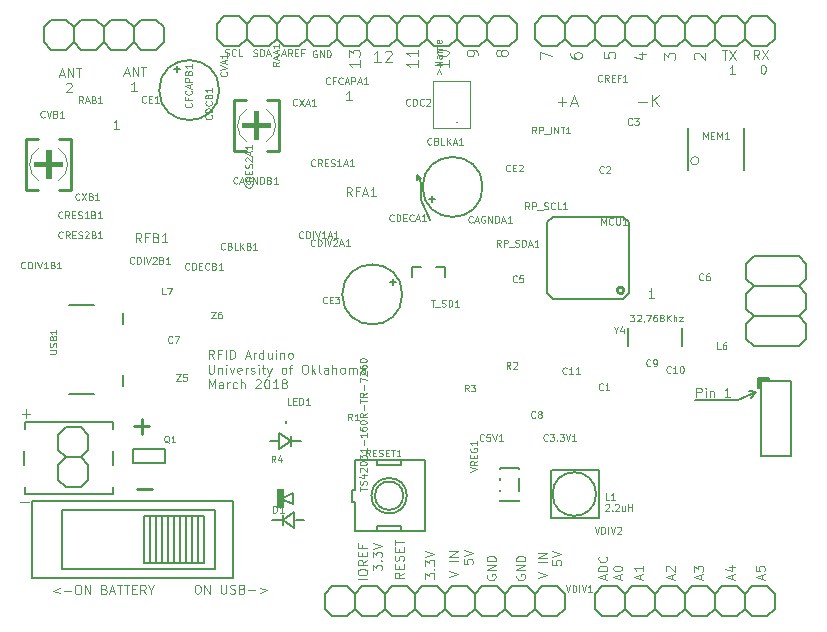
<source format=gbr>
%TF.GenerationSoftware,KiCad,Pcbnew,5.1.6-c6e7f7d~87~ubuntu20.04.1*%
%TF.CreationDate,2020-07-24T19:51:26+01:00*%
%TF.ProjectId,ETAG_GEN3,45544147-5f47-4454-9e33-2e6b69636164,rev?*%
%TF.SameCoordinates,Original*%
%TF.FileFunction,Legend,Top*%
%TF.FilePolarity,Positive*%
%FSLAX46Y46*%
G04 Gerber Fmt 4.6, Leading zero omitted, Abs format (unit mm)*
G04 Created by KiCad (PCBNEW 5.1.6-c6e7f7d~87~ubuntu20.04.1) date 2020-07-24 19:51:26*
%MOMM*%
%LPD*%
G01*
G04 APERTURE LIST*
%ADD10C,0.097536*%
%ADD11C,0.073152*%
%ADD12C,0.121920*%
%ADD13C,0.081280*%
%ADD14C,0.127000*%
%ADD15C,0.177800*%
%ADD16C,0.213360*%
%ADD17C,0.152400*%
%ADD18C,0.100000*%
%ADD19C,0.203200*%
%ADD20C,0.254000*%
%ADD21C,0.050800*%
%ADD22C,0.200000*%
%ADD23C,0.050000*%
%ADD24C,0.101600*%
%ADD25C,0.150000*%
%ADD26C,0.046329*%
%ADD27C,0.069494*%
%ADD28C,0.061772*%
%ADD29C,0.057912*%
%ADD30C,0.048768*%
G04 APERTURE END LIST*
D10*
X164594737Y-127274523D02*
X164594737Y-126906828D01*
X164815354Y-127348062D02*
X164043194Y-127090675D01*
X164815354Y-126833289D01*
X164815354Y-126575902D02*
X164043194Y-126575902D01*
X164043194Y-126392054D01*
X164079964Y-126281746D01*
X164153503Y-126208207D01*
X164227042Y-126171437D01*
X164374120Y-126134668D01*
X164484428Y-126134668D01*
X164631506Y-126171437D01*
X164705045Y-126208207D01*
X164778584Y-126281746D01*
X164815354Y-126392054D01*
X164815354Y-126575902D01*
X164741815Y-125362508D02*
X164778584Y-125399277D01*
X164815354Y-125509586D01*
X164815354Y-125583125D01*
X164778584Y-125693433D01*
X164705045Y-125766973D01*
X164631506Y-125803742D01*
X164484428Y-125840512D01*
X164374120Y-125840512D01*
X164227042Y-125803742D01*
X164153503Y-125766973D01*
X164079964Y-125693433D01*
X164043194Y-125583125D01*
X164043194Y-125509586D01*
X164079964Y-125399277D01*
X164116733Y-125362508D01*
X165850513Y-127274523D02*
X165850513Y-126906828D01*
X166071130Y-127348062D02*
X165298970Y-127090675D01*
X166071130Y-126833289D01*
X165298970Y-126428824D02*
X165298970Y-126355285D01*
X165335740Y-126281746D01*
X165372509Y-126244976D01*
X165446048Y-126208207D01*
X165593126Y-126171437D01*
X165776974Y-126171437D01*
X165924052Y-126208207D01*
X165997591Y-126244976D01*
X166034360Y-126281746D01*
X166071130Y-126355285D01*
X166071130Y-126428824D01*
X166034360Y-126502363D01*
X165997591Y-126539133D01*
X165924052Y-126575902D01*
X165776974Y-126612672D01*
X165593126Y-126612672D01*
X165446048Y-126575902D01*
X165372509Y-126539133D01*
X165335740Y-126502363D01*
X165298970Y-126428824D01*
D11*
X137279757Y-82836760D02*
X137555528Y-82836760D01*
X137224603Y-83002222D02*
X137417643Y-82423102D01*
X137610683Y-83002222D01*
X138134648Y-83002222D02*
X137941608Y-82726451D01*
X137803723Y-83002222D02*
X137803723Y-82423102D01*
X138024340Y-82423102D01*
X138079494Y-82450680D01*
X138107071Y-82478257D01*
X138134648Y-82533411D01*
X138134648Y-82616142D01*
X138107071Y-82671297D01*
X138079494Y-82698874D01*
X138024340Y-82726451D01*
X137803723Y-82726451D01*
X138382843Y-82698874D02*
X138575883Y-82698874D01*
X138658614Y-83002222D02*
X138382843Y-83002222D01*
X138382843Y-82423102D01*
X138658614Y-82423102D01*
X139099848Y-82698874D02*
X138906808Y-82698874D01*
X138906808Y-83002222D02*
X138906808Y-82423102D01*
X139182580Y-82423102D01*
X140186648Y-82543600D02*
X140131494Y-82516022D01*
X140048762Y-82516022D01*
X139966031Y-82543600D01*
X139910876Y-82598754D01*
X139883299Y-82653908D01*
X139855722Y-82764217D01*
X139855722Y-82846948D01*
X139883299Y-82957257D01*
X139910876Y-83012411D01*
X139966031Y-83067565D01*
X140048762Y-83095142D01*
X140103916Y-83095142D01*
X140186648Y-83067565D01*
X140214225Y-83039988D01*
X140214225Y-82846948D01*
X140103916Y-82846948D01*
X140462419Y-83095142D02*
X140462419Y-82516022D01*
X140793345Y-83095142D01*
X140793345Y-82516022D01*
X141069116Y-83095142D02*
X141069116Y-82516022D01*
X141207002Y-82516022D01*
X141289734Y-82543600D01*
X141344888Y-82598754D01*
X141372465Y-82653908D01*
X141400042Y-82764217D01*
X141400042Y-82846948D01*
X141372465Y-82957257D01*
X141344888Y-83012411D01*
X141289734Y-83067565D01*
X141207002Y-83095142D01*
X141069116Y-83095142D01*
D10*
X170292313Y-127259923D02*
X170292313Y-126892228D01*
X170512930Y-127333462D02*
X169740770Y-127076075D01*
X170512930Y-126818689D01*
X169814309Y-126598072D02*
X169777540Y-126561302D01*
X169740770Y-126487763D01*
X169740770Y-126303915D01*
X169777540Y-126230376D01*
X169814309Y-126193607D01*
X169887848Y-126156837D01*
X169961387Y-126156837D01*
X170071696Y-126193607D01*
X170512930Y-126634841D01*
X170512930Y-126156837D01*
X172705313Y-127259923D02*
X172705313Y-126892228D01*
X172925930Y-127333462D02*
X172153770Y-127076075D01*
X172925930Y-126818689D01*
X172153770Y-126634841D02*
X172153770Y-126156837D01*
X172447926Y-126414224D01*
X172447926Y-126303915D01*
X172484696Y-126230376D01*
X172521465Y-126193607D01*
X172595004Y-126156837D01*
X172778852Y-126156837D01*
X172852391Y-126193607D01*
X172889160Y-126230376D01*
X172925930Y-126303915D01*
X172925930Y-126524533D01*
X172889160Y-126598072D01*
X172852391Y-126634841D01*
X175372313Y-127259923D02*
X175372313Y-126892228D01*
X175592930Y-127333462D02*
X174820770Y-127076075D01*
X175592930Y-126818689D01*
X175078157Y-126230376D02*
X175592930Y-126230376D01*
X174784000Y-126414224D02*
X175335543Y-126598072D01*
X175335543Y-126120068D01*
X177912313Y-127259923D02*
X177912313Y-126892228D01*
X178132930Y-127333462D02*
X177360770Y-127076075D01*
X178132930Y-126818689D01*
X177360770Y-126193607D02*
X177360770Y-126561302D01*
X177728465Y-126598072D01*
X177691696Y-126561302D01*
X177654926Y-126487763D01*
X177654926Y-126303915D01*
X177691696Y-126230376D01*
X177728465Y-126193607D01*
X177802004Y-126156837D01*
X177985852Y-126156837D01*
X178059391Y-126193607D01*
X178096160Y-126230376D01*
X178132930Y-126303915D01*
X178132930Y-126487763D01*
X178096160Y-126561302D01*
X178059391Y-126598072D01*
X154634140Y-126908489D02*
X154597370Y-126982028D01*
X154597370Y-127092336D01*
X154634140Y-127202645D01*
X154707679Y-127276184D01*
X154781218Y-127312953D01*
X154928296Y-127349723D01*
X155038604Y-127349723D01*
X155185682Y-127312953D01*
X155259221Y-127276184D01*
X155332760Y-127202645D01*
X155369530Y-127092336D01*
X155369530Y-127018797D01*
X155332760Y-126908489D01*
X155295991Y-126871719D01*
X155038604Y-126871719D01*
X155038604Y-127018797D01*
X155369530Y-126540793D02*
X154597370Y-126540793D01*
X155369530Y-126099559D01*
X154597370Y-126099559D01*
X155369530Y-125731864D02*
X154597370Y-125731864D01*
X154597370Y-125548016D01*
X154634140Y-125437708D01*
X154707679Y-125364169D01*
X154781218Y-125327399D01*
X154928296Y-125290630D01*
X155038604Y-125290630D01*
X155185682Y-125327399D01*
X155259221Y-125364169D01*
X155332760Y-125437708D01*
X155369530Y-125548016D01*
X155369530Y-125731864D01*
D12*
X159123138Y-83258200D02*
X159123138Y-82614733D01*
X160088338Y-83028390D01*
X161663138Y-82752619D02*
X161663138Y-82936467D01*
X161709100Y-83028390D01*
X161755061Y-83074352D01*
X161892947Y-83166276D01*
X162076795Y-83212238D01*
X162444490Y-83212238D01*
X162536414Y-83166276D01*
X162582376Y-83120314D01*
X162628338Y-83028390D01*
X162628338Y-82844543D01*
X162582376Y-82752619D01*
X162536414Y-82706657D01*
X162444490Y-82660695D01*
X162214680Y-82660695D01*
X162122757Y-82706657D01*
X162076795Y-82752619D01*
X162030833Y-82844543D01*
X162030833Y-83028390D01*
X162076795Y-83120314D01*
X162122757Y-83166276D01*
X162214680Y-83212238D01*
X164503138Y-82660657D02*
X164503138Y-83120276D01*
X164962757Y-83166238D01*
X164916795Y-83120276D01*
X164870833Y-83028352D01*
X164870833Y-82798543D01*
X164916795Y-82706619D01*
X164962757Y-82660657D01*
X165054680Y-82614695D01*
X165284490Y-82614695D01*
X165376414Y-82660657D01*
X165422376Y-82706619D01*
X165468338Y-82798543D01*
X165468338Y-83028352D01*
X165422376Y-83120276D01*
X165376414Y-83166238D01*
X167464871Y-82806619D02*
X168108338Y-82806619D01*
X167097176Y-83036428D02*
X167786604Y-83266238D01*
X167786604Y-82668733D01*
X169583138Y-83312200D02*
X169583138Y-82714695D01*
X169950833Y-83036428D01*
X169950833Y-82898543D01*
X169996795Y-82806619D01*
X170042757Y-82760657D01*
X170134680Y-82714695D01*
X170364490Y-82714695D01*
X170456414Y-82760657D01*
X170502376Y-82806619D01*
X170548338Y-82898543D01*
X170548338Y-83174314D01*
X170502376Y-83266238D01*
X170456414Y-83312200D01*
X172215061Y-83266238D02*
X172169100Y-83220276D01*
X172123138Y-83128352D01*
X172123138Y-82898543D01*
X172169100Y-82806619D01*
X172215061Y-82760657D01*
X172306985Y-82714695D01*
X172398909Y-82714695D01*
X172536795Y-82760657D01*
X173088338Y-83312200D01*
X173088338Y-82714695D01*
D10*
X174526037Y-82510894D02*
X174967271Y-82510894D01*
X174746654Y-83283054D02*
X174746654Y-82510894D01*
X175151119Y-82510894D02*
X175665892Y-83283054D01*
X175665892Y-82510894D02*
X175151119Y-83283054D01*
X175629123Y-84538830D02*
X175187888Y-84538830D01*
X175408506Y-84538830D02*
X175408506Y-83766670D01*
X175334966Y-83876979D01*
X175261427Y-83950518D01*
X175187888Y-83987287D01*
X177677580Y-83243054D02*
X177420193Y-82875359D01*
X177236346Y-83243054D02*
X177236346Y-82470894D01*
X177530502Y-82470894D01*
X177604041Y-82507664D01*
X177640810Y-82544433D01*
X177677580Y-82617972D01*
X177677580Y-82728281D01*
X177640810Y-82801820D01*
X177604041Y-82838589D01*
X177530502Y-82875359D01*
X177236346Y-82875359D01*
X177934966Y-82470894D02*
X178449740Y-83243054D01*
X178449740Y-82470894D02*
X177934966Y-83243054D01*
X177971736Y-83726670D02*
X178045275Y-83726670D01*
X178118814Y-83763440D01*
X178155584Y-83800209D01*
X178192353Y-83873748D01*
X178229123Y-84020826D01*
X178229123Y-84204674D01*
X178192353Y-84351752D01*
X178155584Y-84425291D01*
X178118814Y-84462060D01*
X178045275Y-84498830D01*
X177971736Y-84498830D01*
X177898197Y-84462060D01*
X177861427Y-84425291D01*
X177824658Y-84351752D01*
X177787888Y-84204674D01*
X177787888Y-84020826D01*
X177824658Y-83873748D01*
X177861427Y-83800209D01*
X177898197Y-83763440D01*
X177971736Y-83726670D01*
D13*
X144474490Y-127274841D02*
X143702330Y-127274841D01*
X143702330Y-126760068D02*
X143702330Y-126612990D01*
X143739100Y-126539451D01*
X143812639Y-126465912D01*
X143959717Y-126429142D01*
X144217103Y-126429142D01*
X144364181Y-126465912D01*
X144437720Y-126539451D01*
X144474490Y-126612990D01*
X144474490Y-126760068D01*
X144437720Y-126833607D01*
X144364181Y-126907146D01*
X144217103Y-126943915D01*
X143959717Y-126943915D01*
X143812639Y-126907146D01*
X143739100Y-126833607D01*
X143702330Y-126760068D01*
X144474490Y-125656982D02*
X144106795Y-125914369D01*
X144474490Y-126098216D02*
X143702330Y-126098216D01*
X143702330Y-125804060D01*
X143739100Y-125730521D01*
X143775869Y-125693752D01*
X143849408Y-125656982D01*
X143959717Y-125656982D01*
X144033256Y-125693752D01*
X144070025Y-125730521D01*
X144106795Y-125804060D01*
X144106795Y-126098216D01*
X144070025Y-125326056D02*
X144070025Y-125068670D01*
X144474490Y-124958361D02*
X144474490Y-125326056D01*
X143702330Y-125326056D01*
X143702330Y-124958361D01*
X144070025Y-124370049D02*
X144070025Y-124627435D01*
X144474490Y-124627435D02*
X143702330Y-124627435D01*
X143702330Y-124259740D01*
X144941850Y-126539451D02*
X144941850Y-126061447D01*
X145236006Y-126318833D01*
X145236006Y-126208525D01*
X145272776Y-126134986D01*
X145309545Y-126098216D01*
X145383084Y-126061447D01*
X145566932Y-126061447D01*
X145640471Y-126098216D01*
X145677240Y-126134986D01*
X145714010Y-126208525D01*
X145714010Y-126429142D01*
X145677240Y-126502681D01*
X145640471Y-126539451D01*
X145640471Y-125730521D02*
X145677240Y-125693752D01*
X145714010Y-125730521D01*
X145677240Y-125767291D01*
X145640471Y-125730521D01*
X145714010Y-125730521D01*
X144941850Y-125436365D02*
X144941850Y-124958361D01*
X145236006Y-125215748D01*
X145236006Y-125105439D01*
X145272776Y-125031900D01*
X145309545Y-124995131D01*
X145383084Y-124958361D01*
X145566932Y-124958361D01*
X145640471Y-124995131D01*
X145677240Y-125031900D01*
X145714010Y-125105439D01*
X145714010Y-125326056D01*
X145677240Y-125399595D01*
X145640471Y-125436365D01*
X144941850Y-124737744D02*
X145714010Y-124480357D01*
X144941850Y-124222971D01*
D11*
X134848788Y-82975902D02*
X134931423Y-83003767D01*
X135069308Y-83004249D01*
X135124558Y-82976864D01*
X135152231Y-82949384D01*
X135180001Y-82894326D01*
X135180193Y-82839172D01*
X135152809Y-82783922D01*
X135125328Y-82756248D01*
X135070271Y-82728479D01*
X134960059Y-82700517D01*
X134905001Y-82672747D01*
X134877521Y-82645074D01*
X134850136Y-82589824D01*
X134850329Y-82534670D01*
X134878098Y-82479612D01*
X134905771Y-82452132D01*
X134961022Y-82424747D01*
X135098906Y-82425228D01*
X135181541Y-82453094D01*
X135427809Y-83005500D02*
X135429830Y-82426384D01*
X135567715Y-82426865D01*
X135650350Y-82454731D01*
X135705311Y-82510077D01*
X135732696Y-82565327D01*
X135759887Y-82675732D01*
X135759599Y-82758462D01*
X135731637Y-82868674D01*
X135703867Y-82923732D01*
X135648521Y-82978693D01*
X135565693Y-83005981D01*
X135427809Y-83005500D01*
X135979926Y-82841964D02*
X136255695Y-82842926D01*
X135924194Y-83007233D02*
X136119254Y-82428790D01*
X136310272Y-83008580D01*
X132445650Y-82956770D02*
X132528759Y-82983189D01*
X132666631Y-82981264D01*
X132721395Y-82952920D01*
X132748584Y-82924960D01*
X132775389Y-82869426D01*
X132774619Y-82814277D01*
X132746274Y-82759513D01*
X132718315Y-82732324D01*
X132662781Y-82705520D01*
X132552098Y-82679485D01*
X132496564Y-82652681D01*
X132468604Y-82625492D01*
X132440260Y-82570728D01*
X132439490Y-82515579D01*
X132466294Y-82460045D01*
X132493484Y-82432085D01*
X132548248Y-82403741D01*
X132686120Y-82401816D01*
X132769228Y-82428235D01*
X133355222Y-82916489D02*
X133328033Y-82944449D01*
X133245695Y-82973178D01*
X133190546Y-82973948D01*
X133107437Y-82947529D01*
X133051518Y-82893150D01*
X133023174Y-82838386D01*
X132994059Y-82728474D01*
X132992904Y-82645750D01*
X133018938Y-82535067D01*
X133045743Y-82479533D01*
X133100122Y-82423614D01*
X133182460Y-82394885D01*
X133237609Y-82394115D01*
X133320717Y-82420534D01*
X133348677Y-82447724D01*
X133879907Y-82964323D02*
X133604163Y-82968173D01*
X133596077Y-82389109D01*
D12*
X143865138Y-83358961D02*
X143865138Y-83910504D01*
X143865138Y-83634732D02*
X142899938Y-83634732D01*
X143037823Y-83726656D01*
X143129747Y-83818580D01*
X143175709Y-83910504D01*
X142899938Y-83037228D02*
X142899938Y-82439723D01*
X143267633Y-82761456D01*
X143267633Y-82623571D01*
X143313595Y-82531647D01*
X143359557Y-82485685D01*
X143451480Y-82439723D01*
X143681290Y-82439723D01*
X143773214Y-82485685D01*
X143819176Y-82531647D01*
X143865138Y-82623571D01*
X143865138Y-82899342D01*
X143819176Y-82991266D01*
X143773214Y-83037228D01*
X145628766Y-83492838D02*
X145077223Y-83492838D01*
X145352994Y-83492838D02*
X145352994Y-82527638D01*
X145261071Y-82665523D01*
X145169147Y-82757447D01*
X145077223Y-82803409D01*
X145996461Y-82619561D02*
X146042423Y-82573600D01*
X146134347Y-82527638D01*
X146364156Y-82527638D01*
X146456080Y-82573600D01*
X146502042Y-82619561D01*
X146548004Y-82711485D01*
X146548004Y-82803409D01*
X146502042Y-82941295D01*
X145950499Y-83492838D01*
X146548004Y-83492838D01*
X148765138Y-83358961D02*
X148765138Y-83910504D01*
X148765138Y-83634732D02*
X147799938Y-83634732D01*
X147937823Y-83726656D01*
X148029747Y-83818580D01*
X148075709Y-83910504D01*
X148765138Y-82439723D02*
X148765138Y-82991266D01*
X148765138Y-82715494D02*
X147799938Y-82715494D01*
X147937823Y-82807418D01*
X148029747Y-82899342D01*
X148075709Y-82991266D01*
X151365138Y-83358961D02*
X151365138Y-83910504D01*
X151365138Y-83634732D02*
X150399938Y-83634732D01*
X150537823Y-83726656D01*
X150629747Y-83818580D01*
X150675709Y-83910504D01*
X150399938Y-82761456D02*
X150399938Y-82669532D01*
X150445900Y-82577609D01*
X150491861Y-82531647D01*
X150583785Y-82485685D01*
X150767633Y-82439723D01*
X150997442Y-82439723D01*
X151181290Y-82485685D01*
X151273214Y-82531647D01*
X151319176Y-82577609D01*
X151365138Y-82669532D01*
X151365138Y-82761456D01*
X151319176Y-82853380D01*
X151273214Y-82899342D01*
X151181290Y-82945304D01*
X150997442Y-82991266D01*
X150767633Y-82991266D01*
X150583785Y-82945304D01*
X150491861Y-82899342D01*
X150445900Y-82853380D01*
X150399938Y-82761456D01*
X153865138Y-82918580D02*
X153865138Y-82734732D01*
X153819176Y-82642809D01*
X153773214Y-82596847D01*
X153635328Y-82504923D01*
X153451480Y-82458961D01*
X153083785Y-82458961D01*
X152991861Y-82504923D01*
X152945900Y-82550885D01*
X152899938Y-82642809D01*
X152899938Y-82826656D01*
X152945900Y-82918580D01*
X152991861Y-82964542D01*
X153083785Y-83010504D01*
X153313595Y-83010504D01*
X153405519Y-82964542D01*
X153451480Y-82918580D01*
X153497442Y-82826656D01*
X153497442Y-82642809D01*
X153451480Y-82550885D01*
X153405519Y-82504923D01*
X153313595Y-82458961D01*
X155813595Y-82826656D02*
X155767633Y-82918580D01*
X155721671Y-82964542D01*
X155629747Y-83010504D01*
X155583785Y-83010504D01*
X155491861Y-82964542D01*
X155445900Y-82918580D01*
X155399938Y-82826656D01*
X155399938Y-82642809D01*
X155445900Y-82550885D01*
X155491861Y-82504923D01*
X155583785Y-82458961D01*
X155629747Y-82458961D01*
X155721671Y-82504923D01*
X155767633Y-82550885D01*
X155813595Y-82642809D01*
X155813595Y-82826656D01*
X155859557Y-82918580D01*
X155905519Y-82964542D01*
X155997442Y-83010504D01*
X156181290Y-83010504D01*
X156273214Y-82964542D01*
X156319176Y-82918580D01*
X156365138Y-82826656D01*
X156365138Y-82642809D01*
X156319176Y-82550885D01*
X156273214Y-82504923D01*
X156181290Y-82458961D01*
X155997442Y-82458961D01*
X155905519Y-82504923D01*
X155859557Y-82550885D01*
X155813595Y-82642809D01*
D10*
X157134140Y-126908489D02*
X157097370Y-126982028D01*
X157097370Y-127092336D01*
X157134140Y-127202645D01*
X157207679Y-127276184D01*
X157281218Y-127312953D01*
X157428296Y-127349723D01*
X157538604Y-127349723D01*
X157685682Y-127312953D01*
X157759221Y-127276184D01*
X157832760Y-127202645D01*
X157869530Y-127092336D01*
X157869530Y-127018797D01*
X157832760Y-126908489D01*
X157795991Y-126871719D01*
X157538604Y-126871719D01*
X157538604Y-127018797D01*
X157869530Y-126540793D02*
X157097370Y-126540793D01*
X157869530Y-126099559D01*
X157097370Y-126099559D01*
X157869530Y-125731864D02*
X157097370Y-125731864D01*
X157097370Y-125548016D01*
X157134140Y-125437708D01*
X157207679Y-125364169D01*
X157281218Y-125327399D01*
X157428296Y-125290630D01*
X157538604Y-125290630D01*
X157685682Y-125327399D01*
X157759221Y-125364169D01*
X157832760Y-125437708D01*
X157869530Y-125548016D01*
X157869530Y-125731864D01*
X167592313Y-127259923D02*
X167592313Y-126892228D01*
X167812930Y-127333462D02*
X167040770Y-127076075D01*
X167812930Y-126818689D01*
X167812930Y-126156837D02*
X167812930Y-126598072D01*
X167812930Y-126377454D02*
X167040770Y-126377454D01*
X167151079Y-126450993D01*
X167224618Y-126524533D01*
X167261387Y-126598072D01*
X172358346Y-111836830D02*
X172358346Y-111064670D01*
X172652502Y-111064670D01*
X172726041Y-111101440D01*
X172762810Y-111138209D01*
X172799580Y-111211748D01*
X172799580Y-111322057D01*
X172762810Y-111395596D01*
X172726041Y-111432365D01*
X172652502Y-111469135D01*
X172358346Y-111469135D01*
X173130506Y-111836830D02*
X173130506Y-111322057D01*
X173130506Y-111064670D02*
X173093736Y-111101440D01*
X173130506Y-111138209D01*
X173167275Y-111101440D01*
X173130506Y-111064670D01*
X173130506Y-111138209D01*
X173498201Y-111322057D02*
X173498201Y-111836830D01*
X173498201Y-111395596D02*
X173534970Y-111358826D01*
X173608509Y-111322057D01*
X173718818Y-111322057D01*
X173792357Y-111358826D01*
X173829126Y-111432365D01*
X173829126Y-111836830D01*
X175189599Y-111836830D02*
X174748365Y-111836830D01*
X174968982Y-111836830D02*
X174968982Y-111064670D01*
X174895443Y-111174979D01*
X174821904Y-111248518D01*
X174748365Y-111285287D01*
X130043960Y-127736830D02*
X130191038Y-127736830D01*
X130264577Y-127773600D01*
X130338116Y-127847139D01*
X130374886Y-127994217D01*
X130374886Y-128251603D01*
X130338116Y-128398681D01*
X130264577Y-128472220D01*
X130191038Y-128508990D01*
X130043960Y-128508990D01*
X129970421Y-128472220D01*
X129896882Y-128398681D01*
X129860113Y-128251603D01*
X129860113Y-127994217D01*
X129896882Y-127847139D01*
X129970421Y-127773600D01*
X130043960Y-127736830D01*
X130705812Y-128508990D02*
X130705812Y-127736830D01*
X131147046Y-128508990D01*
X131147046Y-127736830D01*
X132103053Y-127736830D02*
X132103053Y-128361912D01*
X132139823Y-128435451D01*
X132176593Y-128472220D01*
X132250132Y-128508990D01*
X132397210Y-128508990D01*
X132470749Y-128472220D01*
X132507518Y-128435451D01*
X132544288Y-128361912D01*
X132544288Y-127736830D01*
X132875213Y-128472220D02*
X132985522Y-128508990D01*
X133169370Y-128508990D01*
X133242909Y-128472220D01*
X133279678Y-128435451D01*
X133316448Y-128361912D01*
X133316448Y-128288373D01*
X133279678Y-128214834D01*
X133242909Y-128178064D01*
X133169370Y-128141295D01*
X133022292Y-128104525D01*
X132948753Y-128067756D01*
X132911983Y-128030986D01*
X132875213Y-127957447D01*
X132875213Y-127883908D01*
X132911983Y-127810369D01*
X132948753Y-127773600D01*
X133022292Y-127736830D01*
X133206139Y-127736830D01*
X133316448Y-127773600D01*
X133904760Y-128104525D02*
X134015069Y-128141295D01*
X134051838Y-128178064D01*
X134088608Y-128251603D01*
X134088608Y-128361912D01*
X134051838Y-128435451D01*
X134015069Y-128472220D01*
X133941530Y-128508990D01*
X133647373Y-128508990D01*
X133647373Y-127736830D01*
X133904760Y-127736830D01*
X133978299Y-127773600D01*
X134015069Y-127810369D01*
X134051838Y-127883908D01*
X134051838Y-127957447D01*
X134015069Y-128030986D01*
X133978299Y-128067756D01*
X133904760Y-128104525D01*
X133647373Y-128104525D01*
X134419533Y-128214834D02*
X135007846Y-128214834D01*
X135375541Y-127994217D02*
X135963853Y-128214834D01*
X135375541Y-128435451D01*
X118446658Y-128022057D02*
X117858346Y-128242674D01*
X118446658Y-128463291D01*
X118814353Y-128242674D02*
X119402666Y-128242674D01*
X119917439Y-127764670D02*
X120064517Y-127764670D01*
X120138056Y-127801440D01*
X120211595Y-127874979D01*
X120248365Y-128022057D01*
X120248365Y-128279443D01*
X120211595Y-128426521D01*
X120138056Y-128500060D01*
X120064517Y-128536830D01*
X119917439Y-128536830D01*
X119843900Y-128500060D01*
X119770361Y-128426521D01*
X119733591Y-128279443D01*
X119733591Y-128022057D01*
X119770361Y-127874979D01*
X119843900Y-127801440D01*
X119917439Y-127764670D01*
X120579290Y-128536830D02*
X120579290Y-127764670D01*
X121020525Y-128536830D01*
X121020525Y-127764670D01*
X122233919Y-128132365D02*
X122344227Y-128169135D01*
X122380997Y-128205904D01*
X122417766Y-128279443D01*
X122417766Y-128389752D01*
X122380997Y-128463291D01*
X122344227Y-128500060D01*
X122270688Y-128536830D01*
X121976532Y-128536830D01*
X121976532Y-127764670D01*
X122233919Y-127764670D01*
X122307458Y-127801440D01*
X122344227Y-127838209D01*
X122380997Y-127911748D01*
X122380997Y-127985287D01*
X122344227Y-128058826D01*
X122307458Y-128095596D01*
X122233919Y-128132365D01*
X121976532Y-128132365D01*
X122711923Y-128316213D02*
X123079618Y-128316213D01*
X122638384Y-128536830D02*
X122895770Y-127764670D01*
X123153157Y-128536830D01*
X123300235Y-127764670D02*
X123741469Y-127764670D01*
X123520852Y-128536830D02*
X123520852Y-127764670D01*
X123888547Y-127764670D02*
X124329782Y-127764670D01*
X124109165Y-128536830D02*
X124109165Y-127764670D01*
X124587168Y-128132365D02*
X124844555Y-128132365D01*
X124954864Y-128536830D02*
X124587168Y-128536830D01*
X124587168Y-127764670D01*
X124954864Y-127764670D01*
X125727024Y-128536830D02*
X125469637Y-128169135D01*
X125285789Y-128536830D02*
X125285789Y-127764670D01*
X125579946Y-127764670D01*
X125653485Y-127801440D01*
X125690254Y-127838209D01*
X125727024Y-127911748D01*
X125727024Y-128022057D01*
X125690254Y-128095596D01*
X125653485Y-128132365D01*
X125579946Y-128169135D01*
X125285789Y-128169135D01*
X126205027Y-128169135D02*
X126205027Y-128536830D01*
X125947641Y-127764670D02*
X126205027Y-128169135D01*
X126462414Y-127764670D01*
D12*
X115220157Y-113259942D02*
X115955548Y-113259942D01*
X115587852Y-113627638D02*
X115587852Y-112892247D01*
X115120157Y-120759942D02*
X115855548Y-120759942D01*
D11*
X164950305Y-120566190D02*
X164674534Y-120566190D01*
X164674534Y-119987070D01*
X165446694Y-120566190D02*
X165115768Y-120566190D01*
X165281231Y-120566190D02*
X165281231Y-119987070D01*
X165226077Y-120069802D01*
X165170923Y-120124956D01*
X165115768Y-120152533D01*
X164646957Y-120984057D02*
X164674534Y-120956480D01*
X164729688Y-120928902D01*
X164867574Y-120928902D01*
X164922728Y-120956480D01*
X164950305Y-120984057D01*
X164977883Y-121039211D01*
X164977883Y-121094365D01*
X164950305Y-121177097D01*
X164619380Y-121508022D01*
X164977883Y-121508022D01*
X165226077Y-121452868D02*
X165253654Y-121480445D01*
X165226077Y-121508022D01*
X165198500Y-121480445D01*
X165226077Y-121452868D01*
X165226077Y-121508022D01*
X165474271Y-120984057D02*
X165501848Y-120956480D01*
X165557003Y-120928902D01*
X165694888Y-120928902D01*
X165750043Y-120956480D01*
X165777620Y-120984057D01*
X165805197Y-121039211D01*
X165805197Y-121094365D01*
X165777620Y-121177097D01*
X165446694Y-121508022D01*
X165805197Y-121508022D01*
X166301585Y-121121942D02*
X166301585Y-121508022D01*
X166053391Y-121121942D02*
X166053391Y-121425291D01*
X166080968Y-121480445D01*
X166136123Y-121508022D01*
X166218854Y-121508022D01*
X166274008Y-121480445D01*
X166301585Y-121452868D01*
X166577357Y-121508022D02*
X166577357Y-120928902D01*
X166577357Y-121204674D02*
X166908283Y-121204674D01*
X166908283Y-121508022D02*
X166908283Y-120928902D01*
D14*
X149811100Y-96873600D02*
X149011100Y-95173600D01*
X149011100Y-95173600D02*
X149011100Y-93773600D01*
X149011100Y-93773600D02*
X148711100Y-93073600D01*
X148711100Y-93473600D02*
X148711100Y-93073600D01*
X148711100Y-93073600D02*
X149011100Y-93373600D01*
D15*
X172211100Y-112073600D02*
X175911100Y-112073600D01*
X175911100Y-112073600D02*
X177411100Y-111473600D01*
X177411100Y-111473600D02*
X177011100Y-111973600D01*
X177411100Y-111473600D02*
X176811100Y-111373600D01*
D10*
X131499580Y-108625278D02*
X131242193Y-108257583D01*
X131058346Y-108625278D02*
X131058346Y-107853118D01*
X131352502Y-107853118D01*
X131426041Y-107889888D01*
X131462810Y-107926657D01*
X131499580Y-108000196D01*
X131499580Y-108110505D01*
X131462810Y-108184044D01*
X131426041Y-108220813D01*
X131352502Y-108257583D01*
X131058346Y-108257583D01*
X132087892Y-108220813D02*
X131830506Y-108220813D01*
X131830506Y-108625278D02*
X131830506Y-107853118D01*
X132198201Y-107853118D01*
X132492357Y-108625278D02*
X132492357Y-107853118D01*
X132860052Y-108625278D02*
X132860052Y-107853118D01*
X133043900Y-107853118D01*
X133154208Y-107889888D01*
X133227747Y-107963427D01*
X133264517Y-108036966D01*
X133301286Y-108184044D01*
X133301286Y-108294352D01*
X133264517Y-108441430D01*
X133227747Y-108514969D01*
X133154208Y-108588508D01*
X133043900Y-108625278D01*
X132860052Y-108625278D01*
X134183755Y-108404661D02*
X134551450Y-108404661D01*
X134110216Y-108625278D02*
X134367603Y-107853118D01*
X134624989Y-108625278D01*
X134882376Y-108625278D02*
X134882376Y-108110505D01*
X134882376Y-108257583D02*
X134919146Y-108184044D01*
X134955915Y-108147274D01*
X135029454Y-108110505D01*
X135102993Y-108110505D01*
X135691306Y-108625278D02*
X135691306Y-107853118D01*
X135691306Y-108588508D02*
X135617766Y-108625278D01*
X135470688Y-108625278D01*
X135397149Y-108588508D01*
X135360380Y-108551739D01*
X135323610Y-108478200D01*
X135323610Y-108257583D01*
X135360380Y-108184044D01*
X135397149Y-108147274D01*
X135470688Y-108110505D01*
X135617766Y-108110505D01*
X135691306Y-108147274D01*
X136389926Y-108110505D02*
X136389926Y-108625278D01*
X136059001Y-108110505D02*
X136059001Y-108514969D01*
X136095770Y-108588508D01*
X136169309Y-108625278D01*
X136279618Y-108625278D01*
X136353157Y-108588508D01*
X136389926Y-108551739D01*
X136757622Y-108625278D02*
X136757622Y-108110505D01*
X136757622Y-107853118D02*
X136720852Y-107889888D01*
X136757622Y-107926657D01*
X136794391Y-107889888D01*
X136757622Y-107853118D01*
X136757622Y-107926657D01*
X137125317Y-108110505D02*
X137125317Y-108625278D01*
X137125317Y-108184044D02*
X137162086Y-108147274D01*
X137235626Y-108110505D01*
X137345934Y-108110505D01*
X137419473Y-108147274D01*
X137456243Y-108220813D01*
X137456243Y-108625278D01*
X137934246Y-108625278D02*
X137860707Y-108588508D01*
X137823938Y-108551739D01*
X137787168Y-108478200D01*
X137787168Y-108257583D01*
X137823938Y-108184044D01*
X137860707Y-108147274D01*
X137934246Y-108110505D01*
X138044555Y-108110505D01*
X138118094Y-108147274D01*
X138154864Y-108184044D01*
X138191633Y-108257583D01*
X138191633Y-108478200D01*
X138154864Y-108551739D01*
X138118094Y-108588508D01*
X138044555Y-108625278D01*
X137934246Y-108625278D01*
X131058346Y-109108894D02*
X131058346Y-109733976D01*
X131095115Y-109807515D01*
X131131885Y-109844284D01*
X131205424Y-109881054D01*
X131352502Y-109881054D01*
X131426041Y-109844284D01*
X131462810Y-109807515D01*
X131499580Y-109733976D01*
X131499580Y-109108894D01*
X131867275Y-109366281D02*
X131867275Y-109881054D01*
X131867275Y-109439820D02*
X131904045Y-109403050D01*
X131977584Y-109366281D01*
X132087892Y-109366281D01*
X132161431Y-109403050D01*
X132198201Y-109476589D01*
X132198201Y-109881054D01*
X132565896Y-109881054D02*
X132565896Y-109366281D01*
X132565896Y-109108894D02*
X132529126Y-109145664D01*
X132565896Y-109182433D01*
X132602666Y-109145664D01*
X132565896Y-109108894D01*
X132565896Y-109182433D01*
X132860052Y-109366281D02*
X133043900Y-109881054D01*
X133227747Y-109366281D01*
X133816060Y-109844284D02*
X133742521Y-109881054D01*
X133595443Y-109881054D01*
X133521904Y-109844284D01*
X133485134Y-109770745D01*
X133485134Y-109476589D01*
X133521904Y-109403050D01*
X133595443Y-109366281D01*
X133742521Y-109366281D01*
X133816060Y-109403050D01*
X133852829Y-109476589D01*
X133852829Y-109550128D01*
X133485134Y-109623667D01*
X134183755Y-109881054D02*
X134183755Y-109366281D01*
X134183755Y-109513359D02*
X134220525Y-109439820D01*
X134257294Y-109403050D01*
X134330833Y-109366281D01*
X134404372Y-109366281D01*
X134624989Y-109844284D02*
X134698528Y-109881054D01*
X134845606Y-109881054D01*
X134919146Y-109844284D01*
X134955915Y-109770745D01*
X134955915Y-109733976D01*
X134919146Y-109660437D01*
X134845606Y-109623667D01*
X134735298Y-109623667D01*
X134661759Y-109586898D01*
X134624989Y-109513359D01*
X134624989Y-109476589D01*
X134661759Y-109403050D01*
X134735298Y-109366281D01*
X134845606Y-109366281D01*
X134919146Y-109403050D01*
X135286841Y-109881054D02*
X135286841Y-109366281D01*
X135286841Y-109108894D02*
X135250071Y-109145664D01*
X135286841Y-109182433D01*
X135323610Y-109145664D01*
X135286841Y-109108894D01*
X135286841Y-109182433D01*
X135544227Y-109366281D02*
X135838384Y-109366281D01*
X135654536Y-109108894D02*
X135654536Y-109770745D01*
X135691306Y-109844284D01*
X135764845Y-109881054D01*
X135838384Y-109881054D01*
X136022231Y-109366281D02*
X136206079Y-109881054D01*
X136389926Y-109366281D02*
X136206079Y-109881054D01*
X136132540Y-110064902D01*
X136095770Y-110101671D01*
X136022231Y-110138441D01*
X137382704Y-109881054D02*
X137309165Y-109844284D01*
X137272395Y-109807515D01*
X137235626Y-109733976D01*
X137235626Y-109513359D01*
X137272395Y-109439820D01*
X137309165Y-109403050D01*
X137382704Y-109366281D01*
X137493012Y-109366281D01*
X137566551Y-109403050D01*
X137603321Y-109439820D01*
X137640090Y-109513359D01*
X137640090Y-109733976D01*
X137603321Y-109807515D01*
X137566551Y-109844284D01*
X137493012Y-109881054D01*
X137382704Y-109881054D01*
X137860707Y-109366281D02*
X138154864Y-109366281D01*
X137971016Y-109881054D02*
X137971016Y-109219203D01*
X138007786Y-109145664D01*
X138081325Y-109108894D01*
X138154864Y-109108894D01*
X139147641Y-109108894D02*
X139294719Y-109108894D01*
X139368258Y-109145664D01*
X139441797Y-109219203D01*
X139478566Y-109366281D01*
X139478566Y-109623667D01*
X139441797Y-109770745D01*
X139368258Y-109844284D01*
X139294719Y-109881054D01*
X139147641Y-109881054D01*
X139074102Y-109844284D01*
X139000563Y-109770745D01*
X138963793Y-109623667D01*
X138963793Y-109366281D01*
X139000563Y-109219203D01*
X139074102Y-109145664D01*
X139147641Y-109108894D01*
X139809492Y-109881054D02*
X139809492Y-109108894D01*
X139883031Y-109586898D02*
X140103648Y-109881054D01*
X140103648Y-109366281D02*
X139809492Y-109660437D01*
X140544883Y-109881054D02*
X140471344Y-109844284D01*
X140434574Y-109770745D01*
X140434574Y-109108894D01*
X141169965Y-109881054D02*
X141169965Y-109476589D01*
X141133195Y-109403050D01*
X141059656Y-109366281D01*
X140912578Y-109366281D01*
X140839039Y-109403050D01*
X141169965Y-109844284D02*
X141096426Y-109881054D01*
X140912578Y-109881054D01*
X140839039Y-109844284D01*
X140802269Y-109770745D01*
X140802269Y-109697206D01*
X140839039Y-109623667D01*
X140912578Y-109586898D01*
X141096426Y-109586898D01*
X141169965Y-109550128D01*
X141537660Y-109881054D02*
X141537660Y-109108894D01*
X141868586Y-109881054D02*
X141868586Y-109476589D01*
X141831816Y-109403050D01*
X141758277Y-109366281D01*
X141647968Y-109366281D01*
X141574429Y-109403050D01*
X141537660Y-109439820D01*
X142346589Y-109881054D02*
X142273050Y-109844284D01*
X142236281Y-109807515D01*
X142199511Y-109733976D01*
X142199511Y-109513359D01*
X142236281Y-109439820D01*
X142273050Y-109403050D01*
X142346589Y-109366281D01*
X142456898Y-109366281D01*
X142530437Y-109403050D01*
X142567206Y-109439820D01*
X142603976Y-109513359D01*
X142603976Y-109733976D01*
X142567206Y-109807515D01*
X142530437Y-109844284D01*
X142456898Y-109881054D01*
X142346589Y-109881054D01*
X142934902Y-109881054D02*
X142934902Y-109366281D01*
X142934902Y-109439820D02*
X142971671Y-109403050D01*
X143045210Y-109366281D01*
X143155519Y-109366281D01*
X143229058Y-109403050D01*
X143265827Y-109476589D01*
X143265827Y-109881054D01*
X143265827Y-109476589D02*
X143302597Y-109403050D01*
X143376136Y-109366281D01*
X143486445Y-109366281D01*
X143559984Y-109403050D01*
X143596753Y-109476589D01*
X143596753Y-109881054D01*
X144295374Y-109881054D02*
X144295374Y-109476589D01*
X144258605Y-109403050D01*
X144185066Y-109366281D01*
X144037987Y-109366281D01*
X143964448Y-109403050D01*
X144295374Y-109844284D02*
X144221835Y-109881054D01*
X144037987Y-109881054D01*
X143964448Y-109844284D01*
X143927679Y-109770745D01*
X143927679Y-109697206D01*
X143964448Y-109623667D01*
X144037987Y-109586898D01*
X144221835Y-109586898D01*
X144295374Y-109550128D01*
X131058346Y-111136830D02*
X131058346Y-110364670D01*
X131315732Y-110916213D01*
X131573119Y-110364670D01*
X131573119Y-111136830D01*
X132271740Y-111136830D02*
X132271740Y-110732365D01*
X132234970Y-110658826D01*
X132161431Y-110622057D01*
X132014353Y-110622057D01*
X131940814Y-110658826D01*
X132271740Y-111100060D02*
X132198201Y-111136830D01*
X132014353Y-111136830D01*
X131940814Y-111100060D01*
X131904045Y-111026521D01*
X131904045Y-110952982D01*
X131940814Y-110879443D01*
X132014353Y-110842674D01*
X132198201Y-110842674D01*
X132271740Y-110805904D01*
X132639435Y-111136830D02*
X132639435Y-110622057D01*
X132639435Y-110769135D02*
X132676205Y-110695596D01*
X132712974Y-110658826D01*
X132786513Y-110622057D01*
X132860052Y-110622057D01*
X133448365Y-111100060D02*
X133374826Y-111136830D01*
X133227747Y-111136830D01*
X133154208Y-111100060D01*
X133117439Y-111063291D01*
X133080669Y-110989752D01*
X133080669Y-110769135D01*
X133117439Y-110695596D01*
X133154208Y-110658826D01*
X133227747Y-110622057D01*
X133374826Y-110622057D01*
X133448365Y-110658826D01*
X133779290Y-111136830D02*
X133779290Y-110364670D01*
X134110216Y-111136830D02*
X134110216Y-110732365D01*
X134073446Y-110658826D01*
X133999907Y-110622057D01*
X133889599Y-110622057D01*
X133816060Y-110658826D01*
X133779290Y-110695596D01*
X135029454Y-110438209D02*
X135066224Y-110401440D01*
X135139763Y-110364670D01*
X135323610Y-110364670D01*
X135397149Y-110401440D01*
X135433919Y-110438209D01*
X135470688Y-110511748D01*
X135470688Y-110585287D01*
X135433919Y-110695596D01*
X134992685Y-111136830D01*
X135470688Y-111136830D01*
X135948692Y-110364670D02*
X136022231Y-110364670D01*
X136095770Y-110401440D01*
X136132540Y-110438209D01*
X136169309Y-110511748D01*
X136206079Y-110658826D01*
X136206079Y-110842674D01*
X136169309Y-110989752D01*
X136132540Y-111063291D01*
X136095770Y-111100060D01*
X136022231Y-111136830D01*
X135948692Y-111136830D01*
X135875153Y-111100060D01*
X135838384Y-111063291D01*
X135801614Y-110989752D01*
X135764845Y-110842674D01*
X135764845Y-110658826D01*
X135801614Y-110511748D01*
X135838384Y-110438209D01*
X135875153Y-110401440D01*
X135948692Y-110364670D01*
X136941469Y-111136830D02*
X136500235Y-111136830D01*
X136720852Y-111136830D02*
X136720852Y-110364670D01*
X136647313Y-110474979D01*
X136573774Y-110548518D01*
X136500235Y-110585287D01*
X137382704Y-110695596D02*
X137309165Y-110658826D01*
X137272395Y-110622057D01*
X137235626Y-110548518D01*
X137235626Y-110511748D01*
X137272395Y-110438209D01*
X137309165Y-110401440D01*
X137382704Y-110364670D01*
X137529782Y-110364670D01*
X137603321Y-110401440D01*
X137640090Y-110438209D01*
X137676860Y-110511748D01*
X137676860Y-110548518D01*
X137640090Y-110622057D01*
X137603321Y-110658826D01*
X137529782Y-110695596D01*
X137382704Y-110695596D01*
X137309165Y-110732365D01*
X137272395Y-110769135D01*
X137235626Y-110842674D01*
X137235626Y-110989752D01*
X137272395Y-111063291D01*
X137309165Y-111100060D01*
X137382704Y-111136830D01*
X137529782Y-111136830D01*
X137603321Y-111100060D01*
X137640090Y-111063291D01*
X137676860Y-110989752D01*
X137676860Y-110842674D01*
X137640090Y-110769135D01*
X137603321Y-110732365D01*
X137529782Y-110695596D01*
D13*
X147574490Y-126717454D02*
X147206795Y-126974841D01*
X147574490Y-127158689D02*
X146802330Y-127158689D01*
X146802330Y-126864532D01*
X146839100Y-126790993D01*
X146875869Y-126754224D01*
X146949408Y-126717454D01*
X147059717Y-126717454D01*
X147133256Y-126754224D01*
X147170025Y-126790993D01*
X147206795Y-126864532D01*
X147206795Y-127158689D01*
X147170025Y-126386529D02*
X147170025Y-126129142D01*
X147574490Y-126018833D02*
X147574490Y-126386529D01*
X146802330Y-126386529D01*
X146802330Y-126018833D01*
X147537720Y-125724677D02*
X147574490Y-125614369D01*
X147574490Y-125430521D01*
X147537720Y-125356982D01*
X147500951Y-125320212D01*
X147427412Y-125283443D01*
X147353873Y-125283443D01*
X147280334Y-125320212D01*
X147243564Y-125356982D01*
X147206795Y-125430521D01*
X147170025Y-125577599D01*
X147133256Y-125651138D01*
X147096486Y-125687908D01*
X147022947Y-125724677D01*
X146949408Y-125724677D01*
X146875869Y-125687908D01*
X146839100Y-125651138D01*
X146802330Y-125577599D01*
X146802330Y-125393752D01*
X146839100Y-125283443D01*
X147170025Y-124952517D02*
X147170025Y-124695131D01*
X147574490Y-124584822D02*
X147574490Y-124952517D01*
X146802330Y-124952517D01*
X146802330Y-124584822D01*
X146802330Y-124364205D02*
X146802330Y-123922971D01*
X147574490Y-124143588D02*
X146802330Y-124143588D01*
X149402330Y-127239451D02*
X149402330Y-126761447D01*
X149696486Y-127018833D01*
X149696486Y-126908525D01*
X149733256Y-126834986D01*
X149770025Y-126798216D01*
X149843564Y-126761447D01*
X150027412Y-126761447D01*
X150100951Y-126798216D01*
X150137720Y-126834986D01*
X150174490Y-126908525D01*
X150174490Y-127129142D01*
X150137720Y-127202681D01*
X150100951Y-127239451D01*
X150100951Y-126430521D02*
X150137720Y-126393752D01*
X150174490Y-126430521D01*
X150137720Y-126467291D01*
X150100951Y-126430521D01*
X150174490Y-126430521D01*
X149402330Y-126136365D02*
X149402330Y-125658361D01*
X149696486Y-125915748D01*
X149696486Y-125805439D01*
X149733256Y-125731900D01*
X149770025Y-125695131D01*
X149843564Y-125658361D01*
X150027412Y-125658361D01*
X150100951Y-125695131D01*
X150137720Y-125731900D01*
X150174490Y-125805439D01*
X150174490Y-126026056D01*
X150137720Y-126099595D01*
X150100951Y-126136365D01*
X149402330Y-125437744D02*
X150174490Y-125180357D01*
X149402330Y-124922971D01*
X151402330Y-127102681D02*
X152174490Y-126845294D01*
X151402330Y-126587908D01*
X152174490Y-125742209D02*
X151402330Y-125742209D01*
X152174490Y-125374513D02*
X151402330Y-125374513D01*
X152174490Y-124933279D01*
X151402330Y-124933279D01*
X152641850Y-125595131D02*
X152641850Y-125962826D01*
X153009545Y-125999595D01*
X152972776Y-125962826D01*
X152936006Y-125889287D01*
X152936006Y-125705439D01*
X152972776Y-125631900D01*
X153009545Y-125595131D01*
X153083084Y-125558361D01*
X153266932Y-125558361D01*
X153340471Y-125595131D01*
X153377240Y-125631900D01*
X153414010Y-125705439D01*
X153414010Y-125889287D01*
X153377240Y-125962826D01*
X153340471Y-125999595D01*
X152641850Y-125337744D02*
X153414010Y-125080357D01*
X152641850Y-124822971D01*
X158902330Y-127202681D02*
X159674490Y-126945294D01*
X158902330Y-126687908D01*
X159674490Y-125842209D02*
X158902330Y-125842209D01*
X159674490Y-125474513D02*
X158902330Y-125474513D01*
X159674490Y-125033279D01*
X158902330Y-125033279D01*
X160141850Y-125695131D02*
X160141850Y-126062826D01*
X160509545Y-126099595D01*
X160472776Y-126062826D01*
X160436006Y-125989287D01*
X160436006Y-125805439D01*
X160472776Y-125731900D01*
X160509545Y-125695131D01*
X160583084Y-125658361D01*
X160766932Y-125658361D01*
X160840471Y-125695131D01*
X160877240Y-125731900D01*
X160914010Y-125805439D01*
X160914010Y-125989287D01*
X160877240Y-126062826D01*
X160840471Y-126099595D01*
X160141850Y-125437744D02*
X160914010Y-125180357D01*
X160141850Y-124922971D01*
D10*
X123921576Y-84460437D02*
X124289271Y-84460437D01*
X123848037Y-84681054D02*
X124105424Y-83908894D01*
X124362810Y-84681054D01*
X124620197Y-84681054D02*
X124620197Y-83908894D01*
X125061431Y-84681054D01*
X125061431Y-83908894D01*
X125318818Y-83908894D02*
X125760052Y-83908894D01*
X125539435Y-84681054D02*
X125539435Y-83908894D01*
X124951123Y-85936830D02*
X124509888Y-85936830D01*
X124730506Y-85936830D02*
X124730506Y-85164670D01*
X124656966Y-85274979D01*
X124583427Y-85348518D01*
X124509888Y-85385287D01*
X118421576Y-84560437D02*
X118789271Y-84560437D01*
X118348037Y-84781054D02*
X118605424Y-84008894D01*
X118862810Y-84781054D01*
X119120197Y-84781054D02*
X119120197Y-84008894D01*
X119561431Y-84781054D01*
X119561431Y-84008894D01*
X119818818Y-84008894D02*
X120260052Y-84008894D01*
X120039435Y-84781054D02*
X120039435Y-84008894D01*
X119009888Y-85338209D02*
X119046658Y-85301440D01*
X119120197Y-85264670D01*
X119304045Y-85264670D01*
X119377584Y-85301440D01*
X119414353Y-85338209D01*
X119451123Y-85411748D01*
X119451123Y-85485287D01*
X119414353Y-85595596D01*
X118973119Y-86036830D01*
X119451123Y-86036830D01*
D14*
X138011100Y-115573600D02*
X137011100Y-114873600D01*
X137011100Y-114873600D02*
X137011100Y-116273600D01*
X137011100Y-116273600D02*
X138011100Y-115573600D01*
X138911100Y-115573600D02*
X138011100Y-115573600D01*
X138011100Y-115973600D02*
X138011100Y-115173600D01*
X136911100Y-115573600D02*
X136211100Y-115573600D01*
X137311100Y-122273600D02*
X138311100Y-122973600D01*
X138311100Y-122973600D02*
X138311100Y-121573600D01*
X138311100Y-121573600D02*
X137311100Y-122273600D01*
X136411100Y-122273600D02*
X137311100Y-122273600D01*
X137311100Y-121873600D02*
X137311100Y-122673600D01*
X138411100Y-122273600D02*
X139111100Y-122273600D01*
D16*
X124751950Y-114349700D02*
X126038884Y-114349700D01*
X125395417Y-114993166D02*
X125395417Y-113706233D01*
X124951950Y-119649700D02*
X126238884Y-119649700D01*
D12*
X160620157Y-86859942D02*
X161355548Y-86859942D01*
X160987852Y-87227638D02*
X160987852Y-86492247D01*
X161769205Y-86951866D02*
X162228824Y-86951866D01*
X161677281Y-87227638D02*
X161999014Y-86262438D01*
X162320748Y-87227638D01*
X167420157Y-86859942D02*
X168155548Y-86859942D01*
X168615167Y-87227638D02*
X168615167Y-86262438D01*
X169166709Y-87227638D02*
X168753052Y-86676095D01*
X169166709Y-86262438D02*
X168615167Y-86813980D01*
D10*
X168762810Y-103436830D02*
X168321576Y-103436830D01*
X168542193Y-103436830D02*
X168542193Y-102664670D01*
X168468654Y-102774979D01*
X168395115Y-102848518D01*
X168321576Y-102885287D01*
X123462810Y-89136830D02*
X123021576Y-89136830D01*
X123242193Y-89136830D02*
X123242193Y-88364670D01*
X123168654Y-88474979D01*
X123095115Y-88548518D01*
X123021576Y-88585287D01*
X123462810Y-89136830D02*
X123021576Y-89136830D01*
X123242193Y-89136830D02*
X123242193Y-88364670D01*
X123168654Y-88474979D01*
X123095115Y-88548518D01*
X123021576Y-88585287D01*
X143162810Y-86736830D02*
X142721576Y-86736830D01*
X142942193Y-86736830D02*
X142942193Y-85964670D01*
X142868654Y-86074979D01*
X142795115Y-86148518D01*
X142721576Y-86185287D01*
D17*
%TO.C,ICSP6*%
X176568100Y-105638600D02*
X176568100Y-106908600D01*
X181013100Y-107543600D02*
X177203100Y-107543600D01*
X181648100Y-106908600D02*
X181013100Y-107543600D01*
X181648100Y-105638600D02*
X181648100Y-106908600D01*
X181013100Y-105003600D02*
X181648100Y-105638600D01*
X176568100Y-106908600D02*
X177203100Y-107543600D01*
X177203100Y-105003600D02*
X176568100Y-105638600D01*
X176568100Y-100558600D02*
X176568100Y-101828600D01*
X176568100Y-103098600D02*
X176568100Y-104368600D01*
X181013100Y-105003600D02*
X177203100Y-105003600D01*
X181013100Y-102463600D02*
X177203100Y-102463600D01*
X181648100Y-104368600D02*
X181013100Y-105003600D01*
X181648100Y-103098600D02*
X181648100Y-104368600D01*
X181013100Y-102463600D02*
X181648100Y-103098600D01*
X181648100Y-101828600D02*
X181013100Y-102463600D01*
X181648100Y-100558600D02*
X181648100Y-101828600D01*
X181013100Y-99923600D02*
X181648100Y-100558600D01*
X177203100Y-99923600D02*
X181013100Y-99923600D01*
X176568100Y-104368600D02*
X177203100Y-105003600D01*
X177203100Y-102463600D02*
X176568100Y-103098600D01*
X176568100Y-101828600D02*
X177203100Y-102463600D01*
X177203100Y-99923600D02*
X176568100Y-100558600D01*
%TO.C,HDR_IOL1*%
X159296100Y-79603600D02*
X160566100Y-79603600D01*
X161201100Y-80238600D02*
X160566100Y-79603600D01*
X160566100Y-82143600D02*
X161201100Y-81508600D01*
X158661100Y-80238600D02*
X159296100Y-79603600D01*
X158661100Y-81508600D02*
X158661100Y-80238600D01*
X159296100Y-82143600D02*
X158661100Y-81508600D01*
X160566100Y-82143600D02*
X159296100Y-82143600D01*
X177076100Y-79603600D02*
X178346100Y-79603600D01*
X178981100Y-80238600D02*
X178346100Y-79603600D01*
X178346100Y-82143600D02*
X178981100Y-81508600D01*
X178981100Y-81508600D02*
X178981100Y-80238600D01*
X175806100Y-79603600D02*
X176441100Y-80238600D01*
X174536100Y-79603600D02*
X175806100Y-79603600D01*
X173901100Y-80238600D02*
X174536100Y-79603600D01*
X173901100Y-81508600D02*
X173901100Y-80238600D01*
X174536100Y-82143600D02*
X173901100Y-81508600D01*
X175806100Y-82143600D02*
X174536100Y-82143600D01*
X176441100Y-81508600D02*
X175806100Y-82143600D01*
X176441100Y-80238600D02*
X177076100Y-79603600D01*
X176441100Y-81508600D02*
X176441100Y-80238600D01*
X177076100Y-82143600D02*
X176441100Y-81508600D01*
X178346100Y-82143600D02*
X177076100Y-82143600D01*
X169456100Y-79603600D02*
X170726100Y-79603600D01*
X171361100Y-80238600D02*
X170726100Y-79603600D01*
X170726100Y-82143600D02*
X171361100Y-81508600D01*
X173266100Y-79603600D02*
X173901100Y-80238600D01*
X171996100Y-79603600D02*
X173266100Y-79603600D01*
X171361100Y-80238600D02*
X171996100Y-79603600D01*
X171361100Y-81508600D02*
X171361100Y-80238600D01*
X171996100Y-82143600D02*
X171361100Y-81508600D01*
X173266100Y-82143600D02*
X171996100Y-82143600D01*
X173901100Y-81508600D02*
X173266100Y-82143600D01*
X168186100Y-79603600D02*
X168821100Y-80238600D01*
X166916100Y-79603600D02*
X168186100Y-79603600D01*
X166281100Y-80238600D02*
X166916100Y-79603600D01*
X166281100Y-81508600D02*
X166281100Y-80238600D01*
X166916100Y-82143600D02*
X166281100Y-81508600D01*
X168186100Y-82143600D02*
X166916100Y-82143600D01*
X168821100Y-81508600D02*
X168186100Y-82143600D01*
X168821100Y-80238600D02*
X169456100Y-79603600D01*
X168821100Y-81508600D02*
X168821100Y-80238600D01*
X169456100Y-82143600D02*
X168821100Y-81508600D01*
X170726100Y-82143600D02*
X169456100Y-82143600D01*
X161836100Y-79603600D02*
X163106100Y-79603600D01*
X163741100Y-80238600D02*
X163106100Y-79603600D01*
X163106100Y-82143600D02*
X163741100Y-81508600D01*
X165646100Y-79603600D02*
X166281100Y-80238600D01*
X164376100Y-79603600D02*
X165646100Y-79603600D01*
X163741100Y-80238600D02*
X164376100Y-79603600D01*
X163741100Y-81508600D02*
X163741100Y-80238600D01*
X164376100Y-82143600D02*
X163741100Y-81508600D01*
X165646100Y-82143600D02*
X164376100Y-82143600D01*
X166281100Y-81508600D02*
X165646100Y-82143600D01*
X161201100Y-80238600D02*
X161836100Y-79603600D01*
X161201100Y-81508600D02*
X161201100Y-80238600D01*
X161836100Y-82143600D02*
X161201100Y-81508600D01*
X163106100Y-82143600D02*
X161836100Y-82143600D01*
%TO.C,HDR_IOH1*%
X132372100Y-79603600D02*
X133642100Y-79603600D01*
X134277100Y-80238600D02*
X133642100Y-79603600D01*
X133642100Y-82143600D02*
X134277100Y-81508600D01*
X131737100Y-80238600D02*
X132372100Y-79603600D01*
X131737100Y-81508600D02*
X131737100Y-80238600D01*
X132372100Y-82143600D02*
X131737100Y-81508600D01*
X133642100Y-82143600D02*
X132372100Y-82143600D01*
X155232100Y-79603600D02*
X156502100Y-79603600D01*
X157137100Y-80238600D02*
X156502100Y-79603600D01*
X156502100Y-82143600D02*
X157137100Y-81508600D01*
X157137100Y-81508600D02*
X157137100Y-80238600D01*
X153962100Y-79603600D02*
X154597100Y-80238600D01*
X152692100Y-79603600D02*
X153962100Y-79603600D01*
X152057100Y-80238600D02*
X152692100Y-79603600D01*
X152057100Y-81508600D02*
X152057100Y-80238600D01*
X152692100Y-82143600D02*
X152057100Y-81508600D01*
X153962100Y-82143600D02*
X152692100Y-82143600D01*
X154597100Y-81508600D02*
X153962100Y-82143600D01*
X154597100Y-80238600D02*
X155232100Y-79603600D01*
X154597100Y-81508600D02*
X154597100Y-80238600D01*
X155232100Y-82143600D02*
X154597100Y-81508600D01*
X156502100Y-82143600D02*
X155232100Y-82143600D01*
X147612100Y-79603600D02*
X148882100Y-79603600D01*
X149517100Y-80238600D02*
X148882100Y-79603600D01*
X148882100Y-82143600D02*
X149517100Y-81508600D01*
X151422100Y-79603600D02*
X152057100Y-80238600D01*
X150152100Y-79603600D02*
X151422100Y-79603600D01*
X149517100Y-80238600D02*
X150152100Y-79603600D01*
X149517100Y-81508600D02*
X149517100Y-80238600D01*
X150152100Y-82143600D02*
X149517100Y-81508600D01*
X151422100Y-82143600D02*
X150152100Y-82143600D01*
X152057100Y-81508600D02*
X151422100Y-82143600D01*
X146342100Y-79603600D02*
X146977100Y-80238600D01*
X145072100Y-79603600D02*
X146342100Y-79603600D01*
X144437100Y-80238600D02*
X145072100Y-79603600D01*
X144437100Y-81508600D02*
X144437100Y-80238600D01*
X145072100Y-82143600D02*
X144437100Y-81508600D01*
X146342100Y-82143600D02*
X145072100Y-82143600D01*
X146977100Y-81508600D02*
X146342100Y-82143600D01*
X146977100Y-80238600D02*
X147612100Y-79603600D01*
X146977100Y-81508600D02*
X146977100Y-80238600D01*
X147612100Y-82143600D02*
X146977100Y-81508600D01*
X148882100Y-82143600D02*
X147612100Y-82143600D01*
X139992100Y-79603600D02*
X141262100Y-79603600D01*
X141897100Y-80238600D02*
X141262100Y-79603600D01*
X141262100Y-82143600D02*
X141897100Y-81508600D01*
X143802100Y-79603600D02*
X144437100Y-80238600D01*
X142532100Y-79603600D02*
X143802100Y-79603600D01*
X141897100Y-80238600D02*
X142532100Y-79603600D01*
X141897100Y-81508600D02*
X141897100Y-80238600D01*
X142532100Y-82143600D02*
X141897100Y-81508600D01*
X143802100Y-82143600D02*
X142532100Y-82143600D01*
X144437100Y-81508600D02*
X143802100Y-82143600D01*
X138722100Y-79603600D02*
X139357100Y-80238600D01*
X137452100Y-79603600D02*
X138722100Y-79603600D01*
X136817100Y-80238600D02*
X137452100Y-79603600D01*
X136817100Y-81508600D02*
X136817100Y-80238600D01*
X137452100Y-82143600D02*
X136817100Y-81508600D01*
X138722100Y-82143600D02*
X137452100Y-82143600D01*
X139357100Y-81508600D02*
X138722100Y-82143600D01*
X139357100Y-80238600D02*
X139992100Y-79603600D01*
X139357100Y-81508600D02*
X139357100Y-80238600D01*
X139992100Y-82143600D02*
X139357100Y-81508600D01*
X141262100Y-82143600D02*
X139992100Y-82143600D01*
X136182100Y-79603600D02*
X136817100Y-80238600D01*
X134912100Y-79603600D02*
X136182100Y-79603600D01*
X134277100Y-80238600D02*
X134912100Y-79603600D01*
X134277100Y-81508600D02*
X134277100Y-80238600D01*
X134912100Y-82143600D02*
X134277100Y-81508600D01*
X136182100Y-82143600D02*
X134912100Y-82143600D01*
X136817100Y-81508600D02*
X136182100Y-82143600D01*
%TO.C,HDR_AD1*%
X165646100Y-130403600D02*
X164376100Y-130403600D01*
X163741100Y-129768600D02*
X164376100Y-130403600D01*
X164376100Y-127863600D02*
X163741100Y-128498600D01*
X163741100Y-128498600D02*
X163741100Y-129768600D01*
X166916100Y-130403600D02*
X166281100Y-129768600D01*
X168186100Y-130403600D02*
X166916100Y-130403600D01*
X168821100Y-129768600D02*
X168186100Y-130403600D01*
X168821100Y-128498600D02*
X168821100Y-129768600D01*
X168186100Y-127863600D02*
X168821100Y-128498600D01*
X166916100Y-127863600D02*
X168186100Y-127863600D01*
X166281100Y-128498600D02*
X166916100Y-127863600D01*
X166281100Y-129768600D02*
X165646100Y-130403600D01*
X166281100Y-128498600D02*
X166281100Y-129768600D01*
X165646100Y-127863600D02*
X166281100Y-128498600D01*
X164376100Y-127863600D02*
X165646100Y-127863600D01*
X173266100Y-130403600D02*
X171996100Y-130403600D01*
X171361100Y-129768600D02*
X171996100Y-130403600D01*
X171996100Y-127863600D02*
X171361100Y-128498600D01*
X169456100Y-130403600D02*
X168821100Y-129768600D01*
X170726100Y-130403600D02*
X169456100Y-130403600D01*
X171361100Y-129768600D02*
X170726100Y-130403600D01*
X171361100Y-128498600D02*
X171361100Y-129768600D01*
X170726100Y-127863600D02*
X171361100Y-128498600D01*
X169456100Y-127863600D02*
X170726100Y-127863600D01*
X168821100Y-128498600D02*
X169456100Y-127863600D01*
X174536100Y-130403600D02*
X173901100Y-129768600D01*
X175806100Y-130403600D02*
X174536100Y-130403600D01*
X176441100Y-129768600D02*
X175806100Y-130403600D01*
X176441100Y-128498600D02*
X176441100Y-129768600D01*
X175806100Y-127863600D02*
X176441100Y-128498600D01*
X174536100Y-127863600D02*
X175806100Y-127863600D01*
X173901100Y-128498600D02*
X174536100Y-127863600D01*
X173901100Y-129768600D02*
X173266100Y-130403600D01*
X173901100Y-128498600D02*
X173901100Y-129768600D01*
X173266100Y-127863600D02*
X173901100Y-128498600D01*
X171996100Y-127863600D02*
X173266100Y-127863600D01*
X177076100Y-130403600D02*
X176441100Y-129768600D01*
X178346100Y-130403600D02*
X177076100Y-130403600D01*
X178981100Y-129768600D02*
X178346100Y-130403600D01*
X178981100Y-128498600D02*
X178981100Y-129768600D01*
X178346100Y-127863600D02*
X178981100Y-128498600D01*
X177076100Y-127863600D02*
X178346100Y-127863600D01*
X176441100Y-128498600D02*
X177076100Y-127863600D01*
D14*
%TO.C,RESET1*%
X145334100Y-123214600D02*
X143484100Y-123214600D01*
X147334100Y-123214600D02*
X149334100Y-123214600D01*
X147334100Y-117214600D02*
X149334100Y-117214600D01*
X143484100Y-117214600D02*
X145334100Y-117214600D01*
X145334100Y-122814600D02*
X145334100Y-123214600D01*
X147334100Y-122814600D02*
X145334100Y-122814600D01*
X147334100Y-123214600D02*
X147334100Y-122814600D01*
X145334100Y-123214600D02*
X147334100Y-123214600D01*
X145334100Y-117214600D02*
X145334100Y-117614600D01*
X147334100Y-117214600D02*
X145334100Y-117214600D01*
X147334100Y-117614600D02*
X147334100Y-117214600D01*
X145334100Y-117614600D02*
X147334100Y-117614600D01*
X143234100Y-120714600D02*
X143484100Y-120714600D01*
X143234100Y-119714600D02*
X143234100Y-120714600D01*
X143484100Y-119714600D02*
X143234100Y-119714600D01*
X143484100Y-120714600D02*
X143484100Y-123214600D01*
X143484100Y-117214600D02*
X143484100Y-119714600D01*
X149334100Y-123214600D02*
X149334100Y-117214600D01*
X147534100Y-120214600D02*
G75*
G03*
X147534100Y-120214600I-1200000J0D01*
G01*
X147834100Y-120214600D02*
G75*
G03*
X147834100Y-120214600I-1500000J0D01*
G01*
D17*
%TO.C,HDR_POWER1*%
X160566100Y-130403600D02*
X159296100Y-130403600D01*
X158661100Y-129768600D02*
X159296100Y-130403600D01*
X159296100Y-127863600D02*
X158661100Y-128498600D01*
X161201100Y-129768600D02*
X160566100Y-130403600D01*
X161201100Y-128498600D02*
X161201100Y-129768600D01*
X160566100Y-127863600D02*
X161201100Y-128498600D01*
X159296100Y-127863600D02*
X160566100Y-127863600D01*
X142786100Y-130403600D02*
X141516100Y-130403600D01*
X140881100Y-129768600D02*
X141516100Y-130403600D01*
X141516100Y-127863600D02*
X140881100Y-128498600D01*
X140881100Y-128498600D02*
X140881100Y-129768600D01*
X144056100Y-130403600D02*
X143421100Y-129768600D01*
X145326100Y-130403600D02*
X144056100Y-130403600D01*
X145961100Y-129768600D02*
X145326100Y-130403600D01*
X145961100Y-128498600D02*
X145961100Y-129768600D01*
X145326100Y-127863600D02*
X145961100Y-128498600D01*
X144056100Y-127863600D02*
X145326100Y-127863600D01*
X143421100Y-128498600D02*
X144056100Y-127863600D01*
X143421100Y-129768600D02*
X142786100Y-130403600D01*
X143421100Y-128498600D02*
X143421100Y-129768600D01*
X142786100Y-127863600D02*
X143421100Y-128498600D01*
X141516100Y-127863600D02*
X142786100Y-127863600D01*
X150406100Y-130403600D02*
X149136100Y-130403600D01*
X148501100Y-129768600D02*
X149136100Y-130403600D01*
X149136100Y-127863600D02*
X148501100Y-128498600D01*
X146596100Y-130403600D02*
X145961100Y-129768600D01*
X147866100Y-130403600D02*
X146596100Y-130403600D01*
X148501100Y-129768600D02*
X147866100Y-130403600D01*
X148501100Y-128498600D02*
X148501100Y-129768600D01*
X147866100Y-127863600D02*
X148501100Y-128498600D01*
X146596100Y-127863600D02*
X147866100Y-127863600D01*
X145961100Y-128498600D02*
X146596100Y-127863600D01*
X151676100Y-130403600D02*
X151041100Y-129768600D01*
X152946100Y-130403600D02*
X151676100Y-130403600D01*
X153581100Y-129768600D02*
X152946100Y-130403600D01*
X153581100Y-128498600D02*
X153581100Y-129768600D01*
X152946100Y-127863600D02*
X153581100Y-128498600D01*
X151676100Y-127863600D02*
X152946100Y-127863600D01*
X151041100Y-128498600D02*
X151676100Y-127863600D01*
X151041100Y-129768600D02*
X150406100Y-130403600D01*
X151041100Y-128498600D02*
X151041100Y-129768600D01*
X150406100Y-127863600D02*
X151041100Y-128498600D01*
X149136100Y-127863600D02*
X150406100Y-127863600D01*
X158026100Y-130403600D02*
X156756100Y-130403600D01*
X156121100Y-129768600D02*
X156756100Y-130403600D01*
X156756100Y-127863600D02*
X156121100Y-128498600D01*
X154216100Y-130403600D02*
X153581100Y-129768600D01*
X155486100Y-130403600D02*
X154216100Y-130403600D01*
X156121100Y-129768600D02*
X155486100Y-130403600D01*
X156121100Y-128498600D02*
X156121100Y-129768600D01*
X155486100Y-127863600D02*
X156121100Y-128498600D01*
X154216100Y-127863600D02*
X155486100Y-127863600D01*
X153581100Y-128498600D02*
X154216100Y-127863600D01*
X158661100Y-129768600D02*
X158026100Y-130403600D01*
X158661100Y-128498600D02*
X158661100Y-129768600D01*
X158026100Y-127863600D02*
X158661100Y-128498600D01*
X156756100Y-127863600D02*
X158026100Y-127863600D01*
D18*
%TO.C,D1*%
G36*
X136830500Y-121241000D02*
G01*
X137440100Y-121241000D01*
X137440100Y-119666200D01*
X136830500Y-119666200D01*
X136830500Y-121241000D01*
G37*
D19*
X138194100Y-120953600D02*
X138194100Y-119953600D01*
X137194100Y-120453600D02*
X138194100Y-120953600D01*
X138194100Y-119953600D02*
X137194100Y-120453600D01*
%TO.C,MCU1*%
X166681100Y-97081800D02*
X166681100Y-103081800D01*
X166181100Y-96581800D02*
X166681100Y-97081800D01*
X160181100Y-96581800D02*
X166181100Y-96581800D01*
X159681100Y-97081800D02*
X160181100Y-96581800D01*
X159681100Y-103081800D02*
X159681100Y-97081800D01*
X160181100Y-103581800D02*
X159681100Y-103081800D01*
X166181100Y-103581800D02*
X160181100Y-103581800D01*
X166681100Y-103081800D02*
X166181100Y-103581800D01*
D20*
X166213800Y-102831800D02*
G75*
G03*
X166213800Y-102831800I-282700J0D01*
G01*
D14*
%TO.C,Y4*%
X171107100Y-105974600D02*
X171107100Y-107498600D01*
X166535100Y-105974600D02*
X166535100Y-107498600D01*
D18*
%TO.C,LED1*%
G36*
X137498100Y-113923600D02*
G01*
X137498100Y-114123600D01*
X137698100Y-114123600D01*
X137698100Y-113923600D01*
X137498100Y-113923600D01*
G37*
D14*
%TO.C,ICSP10*%
X177584100Y-111133600D02*
X177711100Y-111133600D01*
X177584100Y-110244600D02*
X177584100Y-111133600D01*
X178473100Y-110244600D02*
X177584100Y-110244600D01*
X178473100Y-110371600D02*
X178473100Y-110244600D01*
X178473100Y-110371600D02*
X178473100Y-110498600D01*
X177711100Y-110371600D02*
X178473100Y-110371600D01*
X177711100Y-111133600D02*
X177711100Y-110371600D01*
X177838100Y-111133600D02*
X177711100Y-111133600D01*
X177838100Y-111133600D02*
X177838100Y-110498600D01*
X177838100Y-116848600D02*
X177838100Y-111133600D01*
X180378100Y-116848600D02*
X177838100Y-116848600D01*
X180378100Y-110498600D02*
X180378100Y-116848600D01*
X178473100Y-110498600D02*
X180378100Y-110498600D01*
X177838100Y-110498600D02*
X178473100Y-110498600D01*
D19*
%TO.C,USB1*%
X121315100Y-111635600D02*
X119215100Y-111635600D01*
X123815100Y-110035600D02*
X123815100Y-110935600D01*
X123815100Y-104735600D02*
X123815100Y-105635600D01*
X119215100Y-104035600D02*
X121315100Y-104035600D01*
D14*
%TO.C,CON_P1*%
X115483100Y-113937600D02*
X115483100Y-114537600D01*
X115483100Y-120037600D02*
X115483100Y-119437600D01*
X115433100Y-117587600D02*
X115433100Y-116387600D01*
X122933100Y-117587600D02*
X122933100Y-116387600D01*
X122933100Y-113937600D02*
X122933100Y-114537600D01*
X122933100Y-120037600D02*
X122933100Y-119437600D01*
X115483100Y-113937600D02*
X122933100Y-113937600D01*
X122933100Y-120037600D02*
X115483100Y-120037600D01*
%TO.C,SW1*%
X130125100Y-121926600D02*
X130125100Y-125926600D01*
X129625100Y-121926600D02*
X130125100Y-121926600D01*
X129625100Y-125926600D02*
X129625100Y-121926600D01*
X129125100Y-121926600D02*
X129125100Y-125926600D01*
X128625100Y-121926600D02*
X129125100Y-121926600D01*
X128625100Y-125926600D02*
X128625100Y-121926600D01*
X128125100Y-121926600D02*
X128125100Y-125926600D01*
X127625100Y-121926600D02*
X128125100Y-121926600D01*
X127625100Y-125926600D02*
X127625100Y-121926600D01*
X127125100Y-125926600D02*
X127625100Y-125926600D01*
X127125100Y-121926600D02*
X127125100Y-125926600D01*
X126625100Y-121926600D02*
X127125100Y-121926600D01*
X126625100Y-125926600D02*
X126625100Y-121926600D01*
X126125100Y-121926600D02*
X126125100Y-125926600D01*
X125625100Y-121926600D02*
X126125100Y-121926600D01*
X125625100Y-125926600D02*
X125625100Y-121926600D01*
X126125100Y-125926600D02*
X125625100Y-125926600D01*
X126625100Y-125926600D02*
X126125100Y-125926600D01*
X127125100Y-125926600D02*
X126625100Y-125926600D01*
X128125100Y-125926600D02*
X127625100Y-125926600D01*
X128625100Y-125926600D02*
X128125100Y-125926600D01*
X129125100Y-125926600D02*
X128625100Y-125926600D01*
X129625100Y-125926600D02*
X129125100Y-125926600D01*
X130125100Y-125926600D02*
X129625100Y-125926600D01*
X130625100Y-125926600D02*
X130125100Y-125926600D01*
X130625100Y-121926600D02*
X130625100Y-125926600D01*
X130125100Y-121926600D02*
X130625100Y-121926600D01*
X129125100Y-121926600D02*
X129625100Y-121926600D01*
X128125100Y-121926600D02*
X128625100Y-121926600D01*
X127125100Y-121926600D02*
X127625100Y-121926600D01*
X126125100Y-121926600D02*
X126625100Y-121926600D01*
X118625100Y-126426600D02*
X118625100Y-121426600D01*
X131625100Y-126426600D02*
X118625100Y-126426600D01*
X131625100Y-121426600D02*
X131625100Y-126426600D01*
X118625100Y-121426600D02*
X131625100Y-121426600D01*
X116125100Y-120676600D02*
X133125100Y-120676600D01*
X116125100Y-127176600D02*
X116125100Y-120676600D01*
X133125100Y-127176600D02*
X116125100Y-127176600D01*
X133125100Y-120676600D02*
X133125100Y-127176600D01*
D17*
%TO.C,T_SD1*%
X150287700Y-100886200D02*
X151077500Y-100886200D01*
X151077500Y-100886200D02*
X151077500Y-101732000D01*
X148232700Y-100886200D02*
X148997500Y-100886200D01*
X148232700Y-101732000D02*
X148232700Y-100886200D01*
D21*
%TO.C,MEM1*%
X172580300Y-91854200D02*
G75*
G03*
X172580300Y-91854200I-355600J0D01*
G01*
D17*
X171666100Y-89060600D02*
X171666100Y-92666600D01*
X176390100Y-92666600D02*
X176390100Y-89060600D01*
D19*
%TO.C,Q1*%
X124651100Y-116231600D02*
X127355100Y-116231600D01*
X124651100Y-117437600D02*
X124651100Y-116231600D01*
X127355100Y-117437600D02*
X124651100Y-117437600D01*
X127355100Y-116231600D02*
X127355100Y-117437600D01*
D17*
%TO.C,CE2*%
X154251100Y-94073600D02*
G75*
G03*
X154251100Y-94073600I-2540000J0D01*
G01*
X150187100Y-95089600D02*
X149679100Y-95089600D01*
X149933100Y-95343600D02*
X149933100Y-94835600D01*
D22*
%TO.C,RTC1*%
X152071100Y-88623600D02*
G75*
G03*
X152071100Y-88623600I-10000J0D01*
G01*
D23*
X153211100Y-89073600D02*
X150011100Y-89073600D01*
X153211100Y-85073600D02*
X153211100Y-89073600D01*
X150011100Y-85073600D02*
X153211100Y-85073600D01*
X150011100Y-89073600D02*
X150011100Y-85073600D01*
D17*
%TO.C,JPA1*%
X125346100Y-82443600D02*
X124711100Y-81808600D01*
X126616100Y-82443600D02*
X125346100Y-82443600D01*
X127251100Y-81808600D02*
X126616100Y-82443600D01*
X127251100Y-80538600D02*
X127251100Y-81808600D01*
X126616100Y-79903600D02*
X127251100Y-80538600D01*
X125346100Y-79903600D02*
X126616100Y-79903600D01*
X124711100Y-80538600D02*
X125346100Y-79903600D01*
X124076100Y-82443600D02*
X122806100Y-82443600D01*
X122171100Y-81808600D02*
X122806100Y-82443600D01*
X122806100Y-79903600D02*
X122171100Y-80538600D01*
X122171100Y-80538600D02*
X122171100Y-81808600D01*
X124711100Y-81808600D02*
X124076100Y-82443600D01*
X124711100Y-80538600D02*
X124711100Y-81808600D01*
X124076100Y-79903600D02*
X124711100Y-80538600D01*
X122806100Y-79903600D02*
X124076100Y-79903600D01*
%TO.C,CE1*%
X131951100Y-85873600D02*
G75*
G03*
X131951100Y-85873600I-2540000J0D01*
G01*
X128395100Y-84349600D02*
X128395100Y-83841600D01*
X128141100Y-84095600D02*
X128649100Y-84095600D01*
%TO.C,JPB1*%
X120266100Y-82443600D02*
X119631100Y-81808600D01*
X121536100Y-82443600D02*
X120266100Y-82443600D01*
X122171100Y-81808600D02*
X121536100Y-82443600D01*
X122171100Y-80538600D02*
X122171100Y-81808600D01*
X121536100Y-79903600D02*
X122171100Y-80538600D01*
X120266100Y-79903600D02*
X121536100Y-79903600D01*
X119631100Y-80538600D02*
X120266100Y-79903600D01*
X118996100Y-82443600D02*
X117726100Y-82443600D01*
X117091100Y-81808600D02*
X117726100Y-82443600D01*
X117726100Y-79903600D02*
X117091100Y-80538600D01*
X117091100Y-80538600D02*
X117091100Y-81808600D01*
X119631100Y-81808600D02*
X118996100Y-82443600D01*
X119631100Y-80538600D02*
X119631100Y-81808600D01*
X118996100Y-79903600D02*
X119631100Y-80538600D01*
X117726100Y-79903600D02*
X118996100Y-79903600D01*
D14*
%TO.C,L1*%
X163855006Y-120073600D02*
G75*
G03*
X163855006Y-120073600I-1843906J0D01*
G01*
X160011100Y-122073600D02*
X160011100Y-118073600D01*
X164111100Y-122073600D02*
X160011100Y-122073600D01*
X164111100Y-118073600D02*
X164111100Y-122073600D01*
X160111100Y-118073600D02*
X164111100Y-118073600D01*
D17*
%TO.C,JP_PWR1*%
X120881100Y-116338600D02*
X120246100Y-116973600D01*
X120881100Y-115068600D02*
X120881100Y-116338600D01*
X120246100Y-114433600D02*
X120881100Y-115068600D01*
X118976100Y-114433600D02*
X120246100Y-114433600D01*
X118341100Y-115068600D02*
X118976100Y-114433600D01*
X118341100Y-116338600D02*
X118341100Y-115068600D01*
X118976100Y-116973600D02*
X118341100Y-116338600D01*
X120881100Y-117608600D02*
X120881100Y-118878600D01*
X120246100Y-119513600D02*
X120881100Y-118878600D01*
X118341100Y-118878600D02*
X118976100Y-119513600D01*
X118976100Y-119513600D02*
X120246100Y-119513600D01*
X120246100Y-116973600D02*
X120881100Y-117608600D01*
X118976100Y-116973600D02*
X120246100Y-116973600D01*
X118341100Y-117608600D02*
X118976100Y-116973600D01*
X118341100Y-118878600D02*
X118341100Y-117608600D01*
%TO.C,CE3*%
X147451100Y-103173600D02*
G75*
G03*
X147451100Y-103173600I-2540000J0D01*
G01*
X146435100Y-102157600D02*
X146943100Y-102157600D01*
X146689100Y-101903600D02*
X146689100Y-102411600D01*
D18*
%TO.C,CVB1*%
G36*
X117261100Y-90923600D02*
G01*
X117261100Y-93423600D01*
X117761100Y-93423600D01*
X117761100Y-90923600D01*
X117261100Y-90923600D01*
G37*
G36*
X116261100Y-91923600D02*
G01*
X116261100Y-92423600D01*
X118761100Y-92423600D01*
X118761100Y-91923600D01*
X116261100Y-91923600D01*
G37*
D24*
X116711100Y-93573600D02*
G75*
G02*
X116711100Y-90773600I800000J1400000D01*
G01*
X118311100Y-93573600D02*
G75*
G03*
X118311100Y-90773600I-800000J1400000D01*
G01*
D20*
X118411100Y-90023600D02*
X119411100Y-90023600D01*
X115611100Y-90023600D02*
X116611100Y-90023600D01*
X115611100Y-94323600D02*
X115611100Y-90023600D01*
X116611100Y-94323600D02*
X115611100Y-94323600D01*
X119411100Y-94323600D02*
X118411100Y-94323600D01*
X119411100Y-90023600D02*
X119411100Y-94323600D01*
D18*
%TO.C,CVA1*%
G36*
X134861100Y-87623600D02*
G01*
X134861100Y-90123600D01*
X135361100Y-90123600D01*
X135361100Y-87623600D01*
X134861100Y-87623600D01*
G37*
G36*
X133861100Y-88623600D02*
G01*
X133861100Y-89123600D01*
X136361100Y-89123600D01*
X136361100Y-88623600D01*
X133861100Y-88623600D01*
G37*
D24*
X134311100Y-90273600D02*
G75*
G02*
X134311100Y-87473600I800000J1400000D01*
G01*
X135911100Y-90273600D02*
G75*
G03*
X135911100Y-87473600I-800000J1400000D01*
G01*
D20*
X136011100Y-86723600D02*
X137011100Y-86723600D01*
X133211100Y-86723600D02*
X134211100Y-86723600D01*
X133211100Y-91023600D02*
X133211100Y-86723600D01*
X134211100Y-91023600D02*
X133211100Y-91023600D01*
X137011100Y-91023600D02*
X136011100Y-91023600D01*
X137011100Y-86723600D02*
X137011100Y-91023600D01*
D17*
%TO.C,VREG1*%
X157321100Y-117851600D02*
X157321100Y-117945600D01*
X157321100Y-120601600D02*
X157321100Y-120695600D01*
X155701100Y-120695600D02*
X155701100Y-120601600D01*
X155701100Y-117945600D02*
X155701100Y-117851600D01*
X155701100Y-119795600D02*
X155701100Y-119701600D01*
X155701100Y-118845600D02*
X155701100Y-118751600D01*
X157321100Y-118751600D02*
X157321100Y-119795600D01*
X155701100Y-117851600D02*
X157321100Y-117851600D01*
X157321100Y-120695600D02*
X155701100Y-120695600D01*
%TO.C,@HOLE0*%
D25*
%TO.C,@HOLE1*%
%TO.C,@HOLE2*%
%TO.C,@HOLE3*%
%TO.C,RESET1*%
D26*
X144707825Y-116885422D02*
X144514785Y-116609651D01*
X144376899Y-116885422D02*
X144376899Y-116306302D01*
X144597516Y-116306302D01*
X144652670Y-116333880D01*
X144680248Y-116361457D01*
X144707825Y-116416611D01*
X144707825Y-116499342D01*
X144680248Y-116554497D01*
X144652670Y-116582074D01*
X144597516Y-116609651D01*
X144376899Y-116609651D01*
X144956019Y-116582074D02*
X145149059Y-116582074D01*
X145231790Y-116885422D02*
X144956019Y-116885422D01*
X144956019Y-116306302D01*
X145231790Y-116306302D01*
X145452408Y-116857845D02*
X145535139Y-116885422D01*
X145673025Y-116885422D01*
X145728179Y-116857845D01*
X145755756Y-116830268D01*
X145783333Y-116775114D01*
X145783333Y-116719960D01*
X145755756Y-116664805D01*
X145728179Y-116637228D01*
X145673025Y-116609651D01*
X145562716Y-116582074D01*
X145507562Y-116554497D01*
X145479985Y-116526920D01*
X145452408Y-116471765D01*
X145452408Y-116416611D01*
X145479985Y-116361457D01*
X145507562Y-116333880D01*
X145562716Y-116306302D01*
X145700602Y-116306302D01*
X145783333Y-116333880D01*
X146031528Y-116582074D02*
X146224568Y-116582074D01*
X146307299Y-116885422D02*
X146031528Y-116885422D01*
X146031528Y-116306302D01*
X146307299Y-116306302D01*
X146472762Y-116306302D02*
X146803688Y-116306302D01*
X146638225Y-116885422D02*
X146638225Y-116306302D01*
X147300076Y-116885422D02*
X146969150Y-116885422D01*
X147134613Y-116885422D02*
X147134613Y-116306302D01*
X147079459Y-116389034D01*
X147024305Y-116444188D01*
X146969150Y-116471765D01*
X143852202Y-119780931D02*
X143852202Y-119450006D01*
X144431322Y-119615469D02*
X143852202Y-119615469D01*
X144403745Y-119284543D02*
X144431322Y-119201811D01*
X144431322Y-119063926D01*
X144403745Y-119008771D01*
X144376168Y-118981194D01*
X144321014Y-118953617D01*
X144265860Y-118953617D01*
X144210705Y-118981194D01*
X144183128Y-119008771D01*
X144155551Y-119063926D01*
X144127974Y-119174234D01*
X144100397Y-119229389D01*
X144072820Y-119256966D01*
X144017665Y-119284543D01*
X143962511Y-119284543D01*
X143907357Y-119256966D01*
X143879780Y-119229389D01*
X143852202Y-119174234D01*
X143852202Y-119036349D01*
X143879780Y-118953617D01*
X144045242Y-118457229D02*
X144431322Y-118457229D01*
X143824625Y-118595114D02*
X144238282Y-118733000D01*
X144238282Y-118374497D01*
X143907357Y-118181457D02*
X143879780Y-118153880D01*
X143852202Y-118098726D01*
X143852202Y-117960840D01*
X143879780Y-117905686D01*
X143907357Y-117878109D01*
X143962511Y-117850531D01*
X144017665Y-117850531D01*
X144100397Y-117878109D01*
X144431322Y-118209034D01*
X144431322Y-117850531D01*
X143852202Y-117492029D02*
X143852202Y-117436874D01*
X143879780Y-117381720D01*
X143907357Y-117354143D01*
X143962511Y-117326566D01*
X144072820Y-117298989D01*
X144210705Y-117298989D01*
X144321014Y-117326566D01*
X144376168Y-117354143D01*
X144403745Y-117381720D01*
X144431322Y-117436874D01*
X144431322Y-117492029D01*
X144403745Y-117547183D01*
X144376168Y-117574760D01*
X144321014Y-117602337D01*
X144210705Y-117629914D01*
X144072820Y-117629914D01*
X143962511Y-117602337D01*
X143907357Y-117574760D01*
X143879780Y-117547183D01*
X143852202Y-117492029D01*
X143852202Y-117105949D02*
X143852202Y-116747446D01*
X144072820Y-116940486D01*
X144072820Y-116857754D01*
X144100397Y-116802600D01*
X144127974Y-116775023D01*
X144183128Y-116747446D01*
X144321014Y-116747446D01*
X144376168Y-116775023D01*
X144403745Y-116802600D01*
X144431322Y-116857754D01*
X144431322Y-117023217D01*
X144403745Y-117078371D01*
X144376168Y-117105949D01*
X144431322Y-116195903D02*
X144431322Y-116526829D01*
X144431322Y-116361366D02*
X143852202Y-116361366D01*
X143934934Y-116416520D01*
X143990088Y-116471674D01*
X144017665Y-116526829D01*
X144210705Y-115947709D02*
X144210705Y-115506474D01*
X144431322Y-114927354D02*
X144431322Y-115258280D01*
X144431322Y-115092817D02*
X143852202Y-115092817D01*
X143934934Y-115147971D01*
X143990088Y-115203126D01*
X144017665Y-115258280D01*
X143852202Y-114430966D02*
X143852202Y-114541274D01*
X143879780Y-114596429D01*
X143907357Y-114624006D01*
X143990088Y-114679160D01*
X144100397Y-114706737D01*
X144321014Y-114706737D01*
X144376168Y-114679160D01*
X144403745Y-114651583D01*
X144431322Y-114596429D01*
X144431322Y-114486120D01*
X144403745Y-114430966D01*
X144376168Y-114403389D01*
X144321014Y-114375811D01*
X144183128Y-114375811D01*
X144127974Y-114403389D01*
X144100397Y-114430966D01*
X144072820Y-114486120D01*
X144072820Y-114596429D01*
X144100397Y-114651583D01*
X144127974Y-114679160D01*
X144183128Y-114706737D01*
X143852202Y-114017309D02*
X143852202Y-113962154D01*
X143879780Y-113907000D01*
X143907357Y-113879423D01*
X143962511Y-113851846D01*
X144072820Y-113824269D01*
X144210705Y-113824269D01*
X144321014Y-113851846D01*
X144376168Y-113879423D01*
X144403745Y-113907000D01*
X144431322Y-113962154D01*
X144431322Y-114017309D01*
X144403745Y-114072463D01*
X144376168Y-114100040D01*
X144321014Y-114127617D01*
X144210705Y-114155194D01*
X144072820Y-114155194D01*
X143962511Y-114127617D01*
X143907357Y-114100040D01*
X143879780Y-114072463D01*
X143852202Y-114017309D01*
X144431322Y-113245149D02*
X144155551Y-113438189D01*
X144431322Y-113576074D02*
X143852202Y-113576074D01*
X143852202Y-113355457D01*
X143879780Y-113300303D01*
X143907357Y-113272726D01*
X143962511Y-113245149D01*
X144045242Y-113245149D01*
X144100397Y-113272726D01*
X144127974Y-113300303D01*
X144155551Y-113355457D01*
X144155551Y-113576074D01*
X144210705Y-112996954D02*
X144210705Y-112555720D01*
X143852202Y-112362680D02*
X143852202Y-112031754D01*
X144431322Y-112197217D02*
X143852202Y-112197217D01*
X144431322Y-111507789D02*
X144155551Y-111700829D01*
X144431322Y-111838714D02*
X143852202Y-111838714D01*
X143852202Y-111618097D01*
X143879780Y-111562943D01*
X143907357Y-111535366D01*
X143962511Y-111507789D01*
X144045242Y-111507789D01*
X144100397Y-111535366D01*
X144127974Y-111562943D01*
X144155551Y-111618097D01*
X144155551Y-111838714D01*
X144210705Y-111259594D02*
X144210705Y-110818360D01*
X143852202Y-110597743D02*
X143852202Y-110211663D01*
X144431322Y-110459857D01*
X143907357Y-110018623D02*
X143879780Y-109991046D01*
X143852202Y-109935891D01*
X143852202Y-109798006D01*
X143879780Y-109742851D01*
X143907357Y-109715274D01*
X143962511Y-109687697D01*
X144017665Y-109687697D01*
X144100397Y-109715274D01*
X144431322Y-110046200D01*
X144431322Y-109687697D01*
X143852202Y-109191309D02*
X143852202Y-109301617D01*
X143879780Y-109356771D01*
X143907357Y-109384349D01*
X143990088Y-109439503D01*
X144100397Y-109467080D01*
X144321014Y-109467080D01*
X144376168Y-109439503D01*
X144403745Y-109411926D01*
X144431322Y-109356771D01*
X144431322Y-109246463D01*
X144403745Y-109191309D01*
X144376168Y-109163731D01*
X144321014Y-109136154D01*
X144183128Y-109136154D01*
X144127974Y-109163731D01*
X144100397Y-109191309D01*
X144072820Y-109246463D01*
X144072820Y-109356771D01*
X144100397Y-109411926D01*
X144127974Y-109439503D01*
X144183128Y-109467080D01*
X143852202Y-108777651D02*
X143852202Y-108722497D01*
X143879780Y-108667343D01*
X143907357Y-108639766D01*
X143962511Y-108612189D01*
X144072820Y-108584611D01*
X144210705Y-108584611D01*
X144321014Y-108612189D01*
X144376168Y-108639766D01*
X144403745Y-108667343D01*
X144431322Y-108722497D01*
X144431322Y-108777651D01*
X144403745Y-108832806D01*
X144376168Y-108860383D01*
X144321014Y-108887960D01*
X144210705Y-108915537D01*
X144072820Y-108915537D01*
X143962511Y-108887960D01*
X143907357Y-108860383D01*
X143879780Y-108832806D01*
X143852202Y-108777651D01*
%TO.C,D1*%
D27*
X136513156Y-121639022D02*
X136513156Y-121059902D01*
X136651042Y-121059902D01*
X136733773Y-121087480D01*
X136788928Y-121142634D01*
X136816505Y-121197788D01*
X136844082Y-121308097D01*
X136844082Y-121390828D01*
X136816505Y-121501137D01*
X136788928Y-121556291D01*
X136733773Y-121611445D01*
X136651042Y-121639022D01*
X136513156Y-121639022D01*
X137395625Y-121639022D02*
X137064699Y-121639022D01*
X137230162Y-121639022D02*
X137230162Y-121059902D01*
X137175008Y-121142634D01*
X137119853Y-121197788D01*
X137064699Y-121225365D01*
%TO.C,MCU1*%
X164304156Y-97258222D02*
X164304156Y-96679102D01*
X164497196Y-97092760D01*
X164690236Y-96679102D01*
X164690236Y-97258222D01*
X165296933Y-97203068D02*
X165269356Y-97230645D01*
X165186625Y-97258222D01*
X165131471Y-97258222D01*
X165048739Y-97230645D01*
X164993585Y-97175491D01*
X164966008Y-97120337D01*
X164938431Y-97010028D01*
X164938431Y-96927297D01*
X164966008Y-96816988D01*
X164993585Y-96761834D01*
X165048739Y-96706680D01*
X165131471Y-96679102D01*
X165186625Y-96679102D01*
X165269356Y-96706680D01*
X165296933Y-96734257D01*
X165545128Y-96679102D02*
X165545128Y-97147914D01*
X165572705Y-97203068D01*
X165600282Y-97230645D01*
X165655436Y-97258222D01*
X165765745Y-97258222D01*
X165820899Y-97230645D01*
X165848476Y-97203068D01*
X165876053Y-97147914D01*
X165876053Y-96679102D01*
X166455173Y-97258222D02*
X166124248Y-97258222D01*
X166289711Y-97258222D02*
X166289711Y-96679102D01*
X166234556Y-96761834D01*
X166179402Y-96816988D01*
X166124248Y-96844565D01*
%TO.C,C11*%
D26*
X161364625Y-109860268D02*
X161337048Y-109887845D01*
X161254316Y-109915422D01*
X161199162Y-109915422D01*
X161116430Y-109887845D01*
X161061276Y-109832691D01*
X161033699Y-109777537D01*
X161006122Y-109667228D01*
X161006122Y-109584497D01*
X161033699Y-109474188D01*
X161061276Y-109419034D01*
X161116430Y-109363880D01*
X161199162Y-109336302D01*
X161254316Y-109336302D01*
X161337048Y-109363880D01*
X161364625Y-109391457D01*
X161916168Y-109915422D02*
X161585242Y-109915422D01*
X161750705Y-109915422D02*
X161750705Y-109336302D01*
X161695550Y-109419034D01*
X161640396Y-109474188D01*
X161585242Y-109501765D01*
X162467710Y-109915422D02*
X162136785Y-109915422D01*
X162302248Y-109915422D02*
X162302248Y-109336302D01*
X162247093Y-109419034D01*
X162191939Y-109474188D01*
X162136785Y-109501765D01*
%TO.C,C5*%
X157148425Y-102084568D02*
X157120848Y-102112145D01*
X157038116Y-102139722D01*
X156982962Y-102139722D01*
X156900230Y-102112145D01*
X156845076Y-102056991D01*
X156817499Y-102001837D01*
X156789922Y-101891528D01*
X156789922Y-101808797D01*
X156817499Y-101698488D01*
X156845076Y-101643334D01*
X156900230Y-101588180D01*
X156982962Y-101560602D01*
X157038116Y-101560602D01*
X157120848Y-101588180D01*
X157148425Y-101615757D01*
X157672390Y-101560602D02*
X157396619Y-101560602D01*
X157369042Y-101836374D01*
X157396619Y-101808797D01*
X157451773Y-101781220D01*
X157589659Y-101781220D01*
X157644813Y-101808797D01*
X157672390Y-101836374D01*
X157699968Y-101891528D01*
X157699968Y-102029414D01*
X157672390Y-102084568D01*
X157644813Y-102112145D01*
X157589659Y-102139722D01*
X157451773Y-102139722D01*
X157396619Y-102112145D01*
X157369042Y-102084568D01*
%TO.C,C6*%
X172943225Y-101915068D02*
X172915648Y-101942645D01*
X172832916Y-101970222D01*
X172777762Y-101970222D01*
X172695030Y-101942645D01*
X172639876Y-101887491D01*
X172612299Y-101832337D01*
X172584722Y-101722028D01*
X172584722Y-101639297D01*
X172612299Y-101528988D01*
X172639876Y-101473834D01*
X172695030Y-101418680D01*
X172777762Y-101391102D01*
X172832916Y-101391102D01*
X172915648Y-101418680D01*
X172943225Y-101446257D01*
X173439613Y-101391102D02*
X173329305Y-101391102D01*
X173274150Y-101418680D01*
X173246573Y-101446257D01*
X173191419Y-101528988D01*
X173163842Y-101639297D01*
X173163842Y-101859914D01*
X173191419Y-101915068D01*
X173218996Y-101942645D01*
X173274150Y-101970222D01*
X173384459Y-101970222D01*
X173439613Y-101942645D01*
X173467190Y-101915068D01*
X173494768Y-101859914D01*
X173494768Y-101722028D01*
X173467190Y-101666874D01*
X173439613Y-101639297D01*
X173384459Y-101611720D01*
X173274150Y-101611720D01*
X173218996Y-101639297D01*
X173191419Y-101666874D01*
X173163842Y-101722028D01*
%TO.C,Y4*%
X165548408Y-106199251D02*
X165548408Y-106475022D01*
X165355368Y-105895902D02*
X165548408Y-106199251D01*
X165741448Y-105895902D01*
X166182682Y-106088942D02*
X166182682Y-106475022D01*
X166044796Y-105868325D02*
X165906910Y-106281982D01*
X166265413Y-106281982D01*
X166749945Y-104879902D02*
X167108448Y-104879902D01*
X166915408Y-105100520D01*
X166998139Y-105100520D01*
X167053293Y-105128097D01*
X167080870Y-105155674D01*
X167108448Y-105210828D01*
X167108448Y-105348714D01*
X167080870Y-105403868D01*
X167053293Y-105431445D01*
X166998139Y-105459022D01*
X166832676Y-105459022D01*
X166777522Y-105431445D01*
X166749945Y-105403868D01*
X167329065Y-104935057D02*
X167356642Y-104907480D01*
X167411796Y-104879902D01*
X167549682Y-104879902D01*
X167604836Y-104907480D01*
X167632413Y-104935057D01*
X167659990Y-104990211D01*
X167659990Y-105045365D01*
X167632413Y-105128097D01*
X167301488Y-105459022D01*
X167659990Y-105459022D01*
X167935762Y-105431445D02*
X167935762Y-105459022D01*
X167908185Y-105514177D01*
X167880608Y-105541754D01*
X168128802Y-104879902D02*
X168514882Y-104879902D01*
X168266688Y-105459022D01*
X168983693Y-104879902D02*
X168873385Y-104879902D01*
X168818230Y-104907480D01*
X168790653Y-104935057D01*
X168735499Y-105017788D01*
X168707922Y-105128097D01*
X168707922Y-105348714D01*
X168735499Y-105403868D01*
X168763076Y-105431445D01*
X168818230Y-105459022D01*
X168928539Y-105459022D01*
X168983693Y-105431445D01*
X169011270Y-105403868D01*
X169038848Y-105348714D01*
X169038848Y-105210828D01*
X169011270Y-105155674D01*
X168983693Y-105128097D01*
X168928539Y-105100520D01*
X168818230Y-105100520D01*
X168763076Y-105128097D01*
X168735499Y-105155674D01*
X168707922Y-105210828D01*
X169369773Y-105128097D02*
X169314619Y-105100520D01*
X169287042Y-105072942D01*
X169259465Y-105017788D01*
X169259465Y-104990211D01*
X169287042Y-104935057D01*
X169314619Y-104907480D01*
X169369773Y-104879902D01*
X169480082Y-104879902D01*
X169535236Y-104907480D01*
X169562813Y-104935057D01*
X169590390Y-104990211D01*
X169590390Y-105017788D01*
X169562813Y-105072942D01*
X169535236Y-105100520D01*
X169480082Y-105128097D01*
X169369773Y-105128097D01*
X169314619Y-105155674D01*
X169287042Y-105183251D01*
X169259465Y-105238405D01*
X169259465Y-105348714D01*
X169287042Y-105403868D01*
X169314619Y-105431445D01*
X169369773Y-105459022D01*
X169480082Y-105459022D01*
X169535236Y-105431445D01*
X169562813Y-105403868D01*
X169590390Y-105348714D01*
X169590390Y-105238405D01*
X169562813Y-105183251D01*
X169535236Y-105155674D01*
X169480082Y-105128097D01*
X169838585Y-105459022D02*
X169838585Y-104879902D01*
X170169510Y-105459022D02*
X169921316Y-105128097D01*
X170169510Y-104879902D02*
X169838585Y-105210828D01*
X170417705Y-105459022D02*
X170417705Y-104879902D01*
X170665899Y-105459022D02*
X170665899Y-105155674D01*
X170638322Y-105100520D01*
X170583168Y-105072942D01*
X170500436Y-105072942D01*
X170445282Y-105100520D01*
X170417705Y-105128097D01*
X170886516Y-105072942D02*
X171189865Y-105072942D01*
X170886516Y-105459022D01*
X171189865Y-105459022D01*
%TO.C,C9*%
X168460025Y-109193868D02*
X168432448Y-109221445D01*
X168349716Y-109249022D01*
X168294562Y-109249022D01*
X168211830Y-109221445D01*
X168156676Y-109166291D01*
X168129099Y-109111137D01*
X168101522Y-109000828D01*
X168101522Y-108918097D01*
X168129099Y-108807788D01*
X168156676Y-108752634D01*
X168211830Y-108697480D01*
X168294562Y-108669902D01*
X168349716Y-108669902D01*
X168432448Y-108697480D01*
X168460025Y-108725057D01*
X168735796Y-109249022D02*
X168846105Y-109249022D01*
X168901259Y-109221445D01*
X168928836Y-109193868D01*
X168983990Y-109111137D01*
X169011568Y-109000828D01*
X169011568Y-108780211D01*
X168983990Y-108725057D01*
X168956413Y-108697480D01*
X168901259Y-108669902D01*
X168790950Y-108669902D01*
X168735796Y-108697480D01*
X168708219Y-108725057D01*
X168680642Y-108780211D01*
X168680642Y-108918097D01*
X168708219Y-108973251D01*
X168735796Y-109000828D01*
X168790950Y-109028405D01*
X168901259Y-109028405D01*
X168956413Y-109000828D01*
X168983990Y-108973251D01*
X169011568Y-108918097D01*
%TO.C,C10*%
X170180025Y-109769868D02*
X170152448Y-109797445D01*
X170069716Y-109825022D01*
X170014562Y-109825022D01*
X169931830Y-109797445D01*
X169876676Y-109742291D01*
X169849099Y-109687137D01*
X169821522Y-109576828D01*
X169821522Y-109494097D01*
X169849099Y-109383788D01*
X169876676Y-109328634D01*
X169931830Y-109273480D01*
X170014562Y-109245902D01*
X170069716Y-109245902D01*
X170152448Y-109273480D01*
X170180025Y-109301057D01*
X170731568Y-109825022D02*
X170400642Y-109825022D01*
X170566105Y-109825022D02*
X170566105Y-109245902D01*
X170510950Y-109328634D01*
X170455796Y-109383788D01*
X170400642Y-109411365D01*
X171090070Y-109245902D02*
X171145225Y-109245902D01*
X171200379Y-109273480D01*
X171227956Y-109301057D01*
X171255533Y-109356211D01*
X171283110Y-109466520D01*
X171283110Y-109604405D01*
X171255533Y-109714714D01*
X171227956Y-109769868D01*
X171200379Y-109797445D01*
X171145225Y-109825022D01*
X171090070Y-109825022D01*
X171034916Y-109797445D01*
X171007339Y-109769868D01*
X170979762Y-109714714D01*
X170952185Y-109604405D01*
X170952185Y-109466520D01*
X170979762Y-109356211D01*
X171007339Y-109301057D01*
X171034916Y-109273480D01*
X171090070Y-109245902D01*
%TO.C,LED1*%
D27*
X138028528Y-112517022D02*
X137752756Y-112517022D01*
X137752756Y-111937902D01*
X138221568Y-112213674D02*
X138414608Y-112213674D01*
X138497339Y-112517022D02*
X138221568Y-112517022D01*
X138221568Y-111937902D01*
X138497339Y-111937902D01*
X138745533Y-112517022D02*
X138745533Y-111937902D01*
X138883419Y-111937902D01*
X138966151Y-111965480D01*
X139021305Y-112020634D01*
X139048882Y-112075788D01*
X139076459Y-112186097D01*
X139076459Y-112268828D01*
X139048882Y-112379137D01*
X139021305Y-112434291D01*
X138966151Y-112489445D01*
X138883419Y-112517022D01*
X138745533Y-112517022D01*
X139628002Y-112517022D02*
X139297076Y-112517022D01*
X139462539Y-112517022D02*
X139462539Y-111937902D01*
X139407385Y-112020634D01*
X139352231Y-112075788D01*
X139297076Y-112103365D01*
%TO.C,RP_SCL1*%
D26*
X158210025Y-95955022D02*
X158016985Y-95679251D01*
X157879099Y-95955022D02*
X157879099Y-95375902D01*
X158099716Y-95375902D01*
X158154870Y-95403480D01*
X158182448Y-95431057D01*
X158210025Y-95486211D01*
X158210025Y-95568942D01*
X158182448Y-95624097D01*
X158154870Y-95651674D01*
X158099716Y-95679251D01*
X157879099Y-95679251D01*
X158458219Y-95955022D02*
X158458219Y-95375902D01*
X158678836Y-95375902D01*
X158733990Y-95403480D01*
X158761568Y-95431057D01*
X158789145Y-95486211D01*
X158789145Y-95568942D01*
X158761568Y-95624097D01*
X158733990Y-95651674D01*
X158678836Y-95679251D01*
X158458219Y-95679251D01*
X158899453Y-96010177D02*
X159340688Y-96010177D01*
X159450996Y-95927445D02*
X159533728Y-95955022D01*
X159671613Y-95955022D01*
X159726768Y-95927445D01*
X159754345Y-95899868D01*
X159781922Y-95844714D01*
X159781922Y-95789560D01*
X159754345Y-95734405D01*
X159726768Y-95706828D01*
X159671613Y-95679251D01*
X159561305Y-95651674D01*
X159506150Y-95624097D01*
X159478573Y-95596520D01*
X159450996Y-95541365D01*
X159450996Y-95486211D01*
X159478573Y-95431057D01*
X159506150Y-95403480D01*
X159561305Y-95375902D01*
X159699190Y-95375902D01*
X159781922Y-95403480D01*
X160361042Y-95899868D02*
X160333465Y-95927445D01*
X160250733Y-95955022D01*
X160195579Y-95955022D01*
X160112848Y-95927445D01*
X160057693Y-95872291D01*
X160030116Y-95817137D01*
X160002539Y-95706828D01*
X160002539Y-95624097D01*
X160030116Y-95513788D01*
X160057693Y-95458634D01*
X160112848Y-95403480D01*
X160195579Y-95375902D01*
X160250733Y-95375902D01*
X160333465Y-95403480D01*
X160361042Y-95431057D01*
X160885008Y-95955022D02*
X160609236Y-95955022D01*
X160609236Y-95375902D01*
X161381396Y-95955022D02*
X161050470Y-95955022D01*
X161215933Y-95955022D02*
X161215933Y-95375902D01*
X161160779Y-95458634D01*
X161105625Y-95513788D01*
X161050470Y-95541365D01*
%TO.C,RP_SDA1*%
X155785025Y-99127022D02*
X155591985Y-98851251D01*
X155454099Y-99127022D02*
X155454099Y-98547902D01*
X155674716Y-98547902D01*
X155729870Y-98575480D01*
X155757448Y-98603057D01*
X155785025Y-98658211D01*
X155785025Y-98740942D01*
X155757448Y-98796097D01*
X155729870Y-98823674D01*
X155674716Y-98851251D01*
X155454099Y-98851251D01*
X156033219Y-99127022D02*
X156033219Y-98547902D01*
X156253836Y-98547902D01*
X156308990Y-98575480D01*
X156336568Y-98603057D01*
X156364145Y-98658211D01*
X156364145Y-98740942D01*
X156336568Y-98796097D01*
X156308990Y-98823674D01*
X156253836Y-98851251D01*
X156033219Y-98851251D01*
X156474453Y-99182177D02*
X156915688Y-99182177D01*
X157025996Y-99099445D02*
X157108728Y-99127022D01*
X157246613Y-99127022D01*
X157301768Y-99099445D01*
X157329345Y-99071868D01*
X157356922Y-99016714D01*
X157356922Y-98961560D01*
X157329345Y-98906405D01*
X157301768Y-98878828D01*
X157246613Y-98851251D01*
X157136305Y-98823674D01*
X157081150Y-98796097D01*
X157053573Y-98768520D01*
X157025996Y-98713365D01*
X157025996Y-98658211D01*
X157053573Y-98603057D01*
X157081150Y-98575480D01*
X157136305Y-98547902D01*
X157274190Y-98547902D01*
X157356922Y-98575480D01*
X157605116Y-99127022D02*
X157605116Y-98547902D01*
X157743002Y-98547902D01*
X157825733Y-98575480D01*
X157880888Y-98630634D01*
X157908465Y-98685788D01*
X157936042Y-98796097D01*
X157936042Y-98878828D01*
X157908465Y-98989137D01*
X157880888Y-99044291D01*
X157825733Y-99099445D01*
X157743002Y-99127022D01*
X157605116Y-99127022D01*
X158156659Y-98961560D02*
X158432430Y-98961560D01*
X158101505Y-99127022D02*
X158294545Y-98547902D01*
X158487585Y-99127022D01*
X158983973Y-99127022D02*
X158653048Y-99127022D01*
X158818510Y-99127022D02*
X158818510Y-98547902D01*
X158763356Y-98630634D01*
X158708202Y-98685788D01*
X158653048Y-98713365D01*
%TO.C,C7*%
X127986225Y-107217468D02*
X127958648Y-107245045D01*
X127875916Y-107272622D01*
X127820762Y-107272622D01*
X127738030Y-107245045D01*
X127682876Y-107189891D01*
X127655299Y-107134737D01*
X127627722Y-107024428D01*
X127627722Y-106941697D01*
X127655299Y-106831388D01*
X127682876Y-106776234D01*
X127738030Y-106721080D01*
X127820762Y-106693502D01*
X127875916Y-106693502D01*
X127958648Y-106721080D01*
X127986225Y-106748657D01*
X128179265Y-106693502D02*
X128565345Y-106693502D01*
X128317150Y-107272622D01*
%TO.C,C1*%
X164438225Y-111236468D02*
X164410648Y-111264045D01*
X164327916Y-111291622D01*
X164272762Y-111291622D01*
X164190030Y-111264045D01*
X164134876Y-111208891D01*
X164107299Y-111153737D01*
X164079722Y-111043428D01*
X164079722Y-110960697D01*
X164107299Y-110850388D01*
X164134876Y-110795234D01*
X164190030Y-110740080D01*
X164272762Y-110712502D01*
X164327916Y-110712502D01*
X164410648Y-110740080D01*
X164438225Y-110767657D01*
X164989768Y-111291622D02*
X164658842Y-111291622D01*
X164824305Y-111291622D02*
X164824305Y-110712502D01*
X164769150Y-110795234D01*
X164713996Y-110850388D01*
X164658842Y-110877965D01*
%TO.C,R4*%
X136711025Y-117399022D02*
X136517985Y-117123251D01*
X136380099Y-117399022D02*
X136380099Y-116819902D01*
X136600716Y-116819902D01*
X136655870Y-116847480D01*
X136683448Y-116875057D01*
X136711025Y-116930211D01*
X136711025Y-117012942D01*
X136683448Y-117068097D01*
X136655870Y-117095674D01*
X136600716Y-117123251D01*
X136380099Y-117123251D01*
X137207413Y-117012942D02*
X137207413Y-117399022D01*
X137069528Y-116792325D02*
X136931642Y-117205982D01*
X137290145Y-117205982D01*
%TO.C,C2*%
X164495025Y-92832868D02*
X164467448Y-92860445D01*
X164384716Y-92888022D01*
X164329562Y-92888022D01*
X164246830Y-92860445D01*
X164191676Y-92805291D01*
X164164099Y-92750137D01*
X164136522Y-92639828D01*
X164136522Y-92557097D01*
X164164099Y-92446788D01*
X164191676Y-92391634D01*
X164246830Y-92336480D01*
X164329562Y-92308902D01*
X164384716Y-92308902D01*
X164467448Y-92336480D01*
X164495025Y-92364057D01*
X164715642Y-92364057D02*
X164743219Y-92336480D01*
X164798373Y-92308902D01*
X164936259Y-92308902D01*
X164991413Y-92336480D01*
X165018990Y-92364057D01*
X165046568Y-92419211D01*
X165046568Y-92474365D01*
X165018990Y-92557097D01*
X164688065Y-92888022D01*
X165046568Y-92888022D01*
%TO.C,C3*%
X166902025Y-88773868D02*
X166874448Y-88801445D01*
X166791716Y-88829022D01*
X166736562Y-88829022D01*
X166653830Y-88801445D01*
X166598676Y-88746291D01*
X166571099Y-88691137D01*
X166543522Y-88580828D01*
X166543522Y-88498097D01*
X166571099Y-88387788D01*
X166598676Y-88332634D01*
X166653830Y-88277480D01*
X166736562Y-88249902D01*
X166791716Y-88249902D01*
X166874448Y-88277480D01*
X166902025Y-88305057D01*
X167095065Y-88249902D02*
X167453568Y-88249902D01*
X167260528Y-88470520D01*
X167343259Y-88470520D01*
X167398413Y-88498097D01*
X167425990Y-88525674D01*
X167453568Y-88580828D01*
X167453568Y-88718714D01*
X167425990Y-88773868D01*
X167398413Y-88801445D01*
X167343259Y-88829022D01*
X167177796Y-88829022D01*
X167122642Y-88801445D01*
X167095065Y-88773868D01*
%TO.C,CREF1*%
D27*
X164340082Y-85097868D02*
X164312505Y-85125445D01*
X164229773Y-85153022D01*
X164174619Y-85153022D01*
X164091888Y-85125445D01*
X164036733Y-85070291D01*
X164009156Y-85015137D01*
X163981579Y-84904828D01*
X163981579Y-84822097D01*
X164009156Y-84711788D01*
X164036733Y-84656634D01*
X164091888Y-84601480D01*
X164174619Y-84573902D01*
X164229773Y-84573902D01*
X164312505Y-84601480D01*
X164340082Y-84629057D01*
X164919202Y-85153022D02*
X164726162Y-84877251D01*
X164588276Y-85153022D02*
X164588276Y-84573902D01*
X164808893Y-84573902D01*
X164864048Y-84601480D01*
X164891625Y-84629057D01*
X164919202Y-84684211D01*
X164919202Y-84766942D01*
X164891625Y-84822097D01*
X164864048Y-84849674D01*
X164808893Y-84877251D01*
X164588276Y-84877251D01*
X165167396Y-84849674D02*
X165360436Y-84849674D01*
X165443168Y-85153022D02*
X165167396Y-85153022D01*
X165167396Y-84573902D01*
X165443168Y-84573902D01*
X165884402Y-84849674D02*
X165691362Y-84849674D01*
X165691362Y-85153022D02*
X165691362Y-84573902D01*
X165967133Y-84573902D01*
X166491099Y-85153022D02*
X166160173Y-85153022D01*
X166325636Y-85153022D02*
X166325636Y-84573902D01*
X166270482Y-84656634D01*
X166215328Y-84711788D01*
X166160173Y-84739365D01*
%TO.C,R2*%
D26*
X156610025Y-109458022D02*
X156416985Y-109182251D01*
X156279099Y-109458022D02*
X156279099Y-108878902D01*
X156499716Y-108878902D01*
X156554870Y-108906480D01*
X156582448Y-108934057D01*
X156610025Y-108989211D01*
X156610025Y-109071942D01*
X156582448Y-109127097D01*
X156554870Y-109154674D01*
X156499716Y-109182251D01*
X156279099Y-109182251D01*
X156830642Y-108934057D02*
X156858219Y-108906480D01*
X156913373Y-108878902D01*
X157051259Y-108878902D01*
X157106413Y-108906480D01*
X157133990Y-108934057D01*
X157161568Y-108989211D01*
X157161568Y-109044365D01*
X157133990Y-109127097D01*
X156803065Y-109458022D01*
X157161568Y-109458022D01*
%TO.C,C8*%
X158710025Y-113578868D02*
X158682448Y-113606445D01*
X158599716Y-113634022D01*
X158544562Y-113634022D01*
X158461830Y-113606445D01*
X158406676Y-113551291D01*
X158379099Y-113496137D01*
X158351522Y-113385828D01*
X158351522Y-113303097D01*
X158379099Y-113192788D01*
X158406676Y-113137634D01*
X158461830Y-113082480D01*
X158544562Y-113054902D01*
X158599716Y-113054902D01*
X158682448Y-113082480D01*
X158710025Y-113110057D01*
X159040950Y-113303097D02*
X158985796Y-113275520D01*
X158958219Y-113247942D01*
X158930642Y-113192788D01*
X158930642Y-113165211D01*
X158958219Y-113110057D01*
X158985796Y-113082480D01*
X159040950Y-113054902D01*
X159151259Y-113054902D01*
X159206413Y-113082480D01*
X159233990Y-113110057D01*
X159261568Y-113165211D01*
X159261568Y-113192788D01*
X159233990Y-113247942D01*
X159206413Y-113275520D01*
X159151259Y-113303097D01*
X159040950Y-113303097D01*
X158985796Y-113330674D01*
X158958219Y-113358251D01*
X158930642Y-113413405D01*
X158930642Y-113523714D01*
X158958219Y-113578868D01*
X158985796Y-113606445D01*
X159040950Y-113634022D01*
X159151259Y-113634022D01*
X159206413Y-113606445D01*
X159233990Y-113578868D01*
X159261568Y-113523714D01*
X159261568Y-113413405D01*
X159233990Y-113358251D01*
X159206413Y-113330674D01*
X159151259Y-113303097D01*
%TO.C,R1*%
X143207025Y-113839022D02*
X143013985Y-113563251D01*
X142876099Y-113839022D02*
X142876099Y-113259902D01*
X143096716Y-113259902D01*
X143151870Y-113287480D01*
X143179448Y-113315057D01*
X143207025Y-113370211D01*
X143207025Y-113452942D01*
X143179448Y-113508097D01*
X143151870Y-113535674D01*
X143096716Y-113563251D01*
X142876099Y-113563251D01*
X143758568Y-113839022D02*
X143427642Y-113839022D01*
X143593105Y-113839022D02*
X143593105Y-113259902D01*
X143537950Y-113342634D01*
X143482796Y-113397788D01*
X143427642Y-113425365D01*
%TO.C,RP_INT1*%
X158787025Y-89546022D02*
X158593985Y-89270251D01*
X158456099Y-89546022D02*
X158456099Y-88966902D01*
X158676716Y-88966902D01*
X158731870Y-88994480D01*
X158759448Y-89022057D01*
X158787025Y-89077211D01*
X158787025Y-89159942D01*
X158759448Y-89215097D01*
X158731870Y-89242674D01*
X158676716Y-89270251D01*
X158456099Y-89270251D01*
X159035219Y-89546022D02*
X159035219Y-88966902D01*
X159255836Y-88966902D01*
X159310990Y-88994480D01*
X159338568Y-89022057D01*
X159366145Y-89077211D01*
X159366145Y-89159942D01*
X159338568Y-89215097D01*
X159310990Y-89242674D01*
X159255836Y-89270251D01*
X159035219Y-89270251D01*
X159476453Y-89601177D02*
X159917688Y-89601177D01*
X160055573Y-89546022D02*
X160055573Y-88966902D01*
X160331345Y-89546022D02*
X160331345Y-88966902D01*
X160662270Y-89546022D01*
X160662270Y-88966902D01*
X160855310Y-88966902D02*
X161186236Y-88966902D01*
X161020773Y-89546022D02*
X161020773Y-88966902D01*
X161682625Y-89546022D02*
X161351699Y-89546022D01*
X161517162Y-89546022D02*
X161517162Y-88966902D01*
X161462008Y-89049634D01*
X161406853Y-89104788D01*
X161351699Y-89132365D01*
%TO.C,USB1*%
D27*
X117596402Y-108196543D02*
X118065214Y-108196543D01*
X118120368Y-108168966D01*
X118147945Y-108141388D01*
X118175522Y-108086234D01*
X118175522Y-107975926D01*
X118147945Y-107920771D01*
X118120368Y-107893194D01*
X118065214Y-107865617D01*
X117596402Y-107865617D01*
X118147945Y-107617423D02*
X118175522Y-107534691D01*
X118175522Y-107396806D01*
X118147945Y-107341651D01*
X118120368Y-107314074D01*
X118065214Y-107286497D01*
X118010060Y-107286497D01*
X117954905Y-107314074D01*
X117927328Y-107341651D01*
X117899751Y-107396806D01*
X117872174Y-107507114D01*
X117844597Y-107562268D01*
X117817020Y-107589846D01*
X117761865Y-107617423D01*
X117706711Y-107617423D01*
X117651557Y-107589846D01*
X117623980Y-107562268D01*
X117596402Y-107507114D01*
X117596402Y-107369228D01*
X117623980Y-107286497D01*
X117872174Y-106845263D02*
X117899751Y-106762531D01*
X117927328Y-106734954D01*
X117982482Y-106707377D01*
X118065214Y-106707377D01*
X118120368Y-106734954D01*
X118147945Y-106762531D01*
X118175522Y-106817686D01*
X118175522Y-107038303D01*
X117596402Y-107038303D01*
X117596402Y-106845263D01*
X117623980Y-106790108D01*
X117651557Y-106762531D01*
X117706711Y-106734954D01*
X117761865Y-106734954D01*
X117817020Y-106762531D01*
X117844597Y-106790108D01*
X117872174Y-106845263D01*
X117872174Y-107038303D01*
X118175522Y-106155834D02*
X118175522Y-106486760D01*
X118175522Y-106321297D02*
X117596402Y-106321297D01*
X117679134Y-106376451D01*
X117734288Y-106431606D01*
X117761865Y-106486760D01*
%TO.C,VDIV2*%
D26*
X163732368Y-122835902D02*
X163925408Y-123415022D01*
X164118448Y-122835902D01*
X164311488Y-123415022D02*
X164311488Y-122835902D01*
X164449373Y-122835902D01*
X164532105Y-122863480D01*
X164587259Y-122918634D01*
X164614836Y-122973788D01*
X164642413Y-123084097D01*
X164642413Y-123166828D01*
X164614836Y-123277137D01*
X164587259Y-123332291D01*
X164532105Y-123387445D01*
X164449373Y-123415022D01*
X164311488Y-123415022D01*
X164890608Y-123415022D02*
X164890608Y-122835902D01*
X165083648Y-122835902D02*
X165276688Y-123415022D01*
X165469728Y-122835902D01*
X165635190Y-122891057D02*
X165662768Y-122863480D01*
X165717922Y-122835902D01*
X165855808Y-122835902D01*
X165910962Y-122863480D01*
X165938539Y-122891057D01*
X165966116Y-122946211D01*
X165966116Y-123001365D01*
X165938539Y-123084097D01*
X165607613Y-123415022D01*
X165966116Y-123415022D01*
%TO.C,VDIV1*%
X161287368Y-127802902D02*
X161480408Y-128382022D01*
X161673448Y-127802902D01*
X161866488Y-128382022D02*
X161866488Y-127802902D01*
X162004373Y-127802902D01*
X162087105Y-127830480D01*
X162142259Y-127885634D01*
X162169836Y-127940788D01*
X162197413Y-128051097D01*
X162197413Y-128133828D01*
X162169836Y-128244137D01*
X162142259Y-128299291D01*
X162087105Y-128354445D01*
X162004373Y-128382022D01*
X161866488Y-128382022D01*
X162445608Y-128382022D02*
X162445608Y-127802902D01*
X162638648Y-127802902D02*
X162831688Y-128382022D01*
X163024728Y-127802902D01*
X163521116Y-128382022D02*
X163190190Y-128382022D01*
X163355653Y-128382022D02*
X163355653Y-127802902D01*
X163300499Y-127885634D01*
X163245345Y-127940788D01*
X163190190Y-127968365D01*
%TO.C,T_SD1*%
D27*
X149850425Y-103634902D02*
X150181351Y-103634902D01*
X150015888Y-104214022D02*
X150015888Y-103634902D01*
X150236505Y-104269177D02*
X150677739Y-104269177D01*
X150788048Y-104186445D02*
X150870779Y-104214022D01*
X151008665Y-104214022D01*
X151063819Y-104186445D01*
X151091396Y-104158868D01*
X151118973Y-104103714D01*
X151118973Y-104048560D01*
X151091396Y-103993405D01*
X151063819Y-103965828D01*
X151008665Y-103938251D01*
X150898356Y-103910674D01*
X150843202Y-103883097D01*
X150815625Y-103855520D01*
X150788048Y-103800365D01*
X150788048Y-103745211D01*
X150815625Y-103690057D01*
X150843202Y-103662480D01*
X150898356Y-103634902D01*
X151036242Y-103634902D01*
X151118973Y-103662480D01*
X151367168Y-104214022D02*
X151367168Y-103634902D01*
X151505053Y-103634902D01*
X151587785Y-103662480D01*
X151642939Y-103717634D01*
X151670516Y-103772788D01*
X151698093Y-103883097D01*
X151698093Y-103965828D01*
X151670516Y-104076137D01*
X151642939Y-104131291D01*
X151587785Y-104186445D01*
X151505053Y-104214022D01*
X151367168Y-104214022D01*
X152249636Y-104214022D02*
X151918711Y-104214022D01*
X152084173Y-104214022D02*
X152084173Y-103634902D01*
X152029019Y-103717634D01*
X151973865Y-103772788D01*
X151918711Y-103800365D01*
%TO.C,MEM1*%
X172941156Y-90036022D02*
X172941156Y-89456902D01*
X173134196Y-89870560D01*
X173327236Y-89456902D01*
X173327236Y-90036022D01*
X173603008Y-89732674D02*
X173796048Y-89732674D01*
X173878779Y-90036022D02*
X173603008Y-90036022D01*
X173603008Y-89456902D01*
X173878779Y-89456902D01*
X174126973Y-90036022D02*
X174126973Y-89456902D01*
X174320013Y-89870560D01*
X174513053Y-89456902D01*
X174513053Y-90036022D01*
X175092173Y-90036022D02*
X174761248Y-90036022D01*
X174926711Y-90036022D02*
X174926711Y-89456902D01*
X174871556Y-89539634D01*
X174816402Y-89594788D01*
X174761248Y-89622365D01*
%TO.C,Q1*%
X127722236Y-115762177D02*
X127667082Y-115734600D01*
X127611928Y-115679445D01*
X127529196Y-115596714D01*
X127474042Y-115569137D01*
X127418888Y-115569137D01*
X127446465Y-115707022D02*
X127391311Y-115679445D01*
X127336156Y-115624291D01*
X127308579Y-115513982D01*
X127308579Y-115320942D01*
X127336156Y-115210634D01*
X127391311Y-115155480D01*
X127446465Y-115127902D01*
X127556773Y-115127902D01*
X127611928Y-115155480D01*
X127667082Y-115210634D01*
X127694659Y-115320942D01*
X127694659Y-115513982D01*
X127667082Y-115624291D01*
X127611928Y-115679445D01*
X127556773Y-115707022D01*
X127446465Y-115707022D01*
X128246202Y-115707022D02*
X127915276Y-115707022D01*
X128080739Y-115707022D02*
X128080739Y-115127902D01*
X128025585Y-115210634D01*
X127970431Y-115265788D01*
X127915276Y-115293365D01*
%TO.C,C5V1*%
X154355082Y-115520868D02*
X154327505Y-115548445D01*
X154244773Y-115576022D01*
X154189619Y-115576022D01*
X154106888Y-115548445D01*
X154051733Y-115493291D01*
X154024156Y-115438137D01*
X153996579Y-115327828D01*
X153996579Y-115245097D01*
X154024156Y-115134788D01*
X154051733Y-115079634D01*
X154106888Y-115024480D01*
X154189619Y-114996902D01*
X154244773Y-114996902D01*
X154327505Y-115024480D01*
X154355082Y-115052057D01*
X154879048Y-114996902D02*
X154603276Y-114996902D01*
X154575699Y-115272674D01*
X154603276Y-115245097D01*
X154658431Y-115217520D01*
X154796316Y-115217520D01*
X154851471Y-115245097D01*
X154879048Y-115272674D01*
X154906625Y-115327828D01*
X154906625Y-115465714D01*
X154879048Y-115520868D01*
X154851471Y-115548445D01*
X154796316Y-115576022D01*
X154658431Y-115576022D01*
X154603276Y-115548445D01*
X154575699Y-115520868D01*
X155072088Y-114996902D02*
X155265128Y-115576022D01*
X155458168Y-114996902D01*
X155954556Y-115576022D02*
X155623631Y-115576022D01*
X155789093Y-115576022D02*
X155789093Y-114996902D01*
X155733939Y-115079634D01*
X155678785Y-115134788D01*
X155623631Y-115162365D01*
%TO.C,C3.3V1*%
X159755082Y-115520868D02*
X159727505Y-115548445D01*
X159644773Y-115576022D01*
X159589619Y-115576022D01*
X159506888Y-115548445D01*
X159451733Y-115493291D01*
X159424156Y-115438137D01*
X159396579Y-115327828D01*
X159396579Y-115245097D01*
X159424156Y-115134788D01*
X159451733Y-115079634D01*
X159506888Y-115024480D01*
X159589619Y-114996902D01*
X159644773Y-114996902D01*
X159727505Y-115024480D01*
X159755082Y-115052057D01*
X159948122Y-114996902D02*
X160306625Y-114996902D01*
X160113585Y-115217520D01*
X160196316Y-115217520D01*
X160251471Y-115245097D01*
X160279048Y-115272674D01*
X160306625Y-115327828D01*
X160306625Y-115465714D01*
X160279048Y-115520868D01*
X160251471Y-115548445D01*
X160196316Y-115576022D01*
X160030853Y-115576022D01*
X159975699Y-115548445D01*
X159948122Y-115520868D01*
X160554819Y-115520868D02*
X160582396Y-115548445D01*
X160554819Y-115576022D01*
X160527242Y-115548445D01*
X160554819Y-115520868D01*
X160554819Y-115576022D01*
X160775436Y-114996902D02*
X161133939Y-114996902D01*
X160940899Y-115217520D01*
X161023631Y-115217520D01*
X161078785Y-115245097D01*
X161106362Y-115272674D01*
X161133939Y-115327828D01*
X161133939Y-115465714D01*
X161106362Y-115520868D01*
X161078785Y-115548445D01*
X161023631Y-115576022D01*
X160858168Y-115576022D01*
X160803013Y-115548445D01*
X160775436Y-115520868D01*
X161299402Y-114996902D02*
X161492442Y-115576022D01*
X161685482Y-114996902D01*
X162181871Y-115576022D02*
X161850945Y-115576022D01*
X162016408Y-115576022D02*
X162016408Y-114996902D01*
X161961253Y-115079634D01*
X161906099Y-115134788D01*
X161850945Y-115162365D01*
%TO.C,RFA1*%
D28*
X143171333Y-94856830D02*
X142913947Y-94489135D01*
X142730099Y-94856830D02*
X142730099Y-94084670D01*
X143024255Y-94084670D01*
X143097794Y-94121440D01*
X143134564Y-94158209D01*
X143171333Y-94231748D01*
X143171333Y-94342057D01*
X143134564Y-94415596D01*
X143097794Y-94452365D01*
X143024255Y-94489135D01*
X142730099Y-94489135D01*
X143759646Y-94452365D02*
X143502259Y-94452365D01*
X143502259Y-94856830D02*
X143502259Y-94084670D01*
X143869954Y-94084670D01*
X144127341Y-94636213D02*
X144495036Y-94636213D01*
X144053802Y-94856830D02*
X144311188Y-94084670D01*
X144568575Y-94856830D01*
X145230427Y-94856830D02*
X144789192Y-94856830D01*
X145009809Y-94856830D02*
X145009809Y-94084670D01*
X144936270Y-94194979D01*
X144862731Y-94268518D01*
X144789192Y-94305287D01*
%TO.C,CFCAPA1*%
D26*
X141321025Y-85328868D02*
X141293448Y-85356445D01*
X141210716Y-85384022D01*
X141155562Y-85384022D01*
X141072830Y-85356445D01*
X141017676Y-85301291D01*
X140990099Y-85246137D01*
X140962522Y-85135828D01*
X140962522Y-85053097D01*
X140990099Y-84942788D01*
X141017676Y-84887634D01*
X141072830Y-84832480D01*
X141155562Y-84804902D01*
X141210716Y-84804902D01*
X141293448Y-84832480D01*
X141321025Y-84860057D01*
X141762259Y-85080674D02*
X141569219Y-85080674D01*
X141569219Y-85384022D02*
X141569219Y-84804902D01*
X141844990Y-84804902D01*
X142396533Y-85328868D02*
X142368956Y-85356445D01*
X142286225Y-85384022D01*
X142231070Y-85384022D01*
X142148339Y-85356445D01*
X142093185Y-85301291D01*
X142065608Y-85246137D01*
X142038030Y-85135828D01*
X142038030Y-85053097D01*
X142065608Y-84942788D01*
X142093185Y-84887634D01*
X142148339Y-84832480D01*
X142231070Y-84804902D01*
X142286225Y-84804902D01*
X142368956Y-84832480D01*
X142396533Y-84860057D01*
X142617150Y-85218560D02*
X142892922Y-85218560D01*
X142561996Y-85384022D02*
X142755036Y-84804902D01*
X142948076Y-85384022D01*
X143141116Y-85384022D02*
X143141116Y-84804902D01*
X143361733Y-84804902D01*
X143416888Y-84832480D01*
X143444465Y-84860057D01*
X143472042Y-84915211D01*
X143472042Y-84997942D01*
X143444465Y-85053097D01*
X143416888Y-85080674D01*
X143361733Y-85108251D01*
X143141116Y-85108251D01*
X143692659Y-85218560D02*
X143968430Y-85218560D01*
X143637505Y-85384022D02*
X143830545Y-84804902D01*
X144023585Y-85384022D01*
X144519973Y-85384022D02*
X144189048Y-85384022D01*
X144354510Y-85384022D02*
X144354510Y-84804902D01*
X144299356Y-84887634D01*
X144244202Y-84942788D01*
X144189048Y-84970365D01*
%TO.C,CDC2*%
X148121025Y-87128868D02*
X148093448Y-87156445D01*
X148010716Y-87184022D01*
X147955562Y-87184022D01*
X147872830Y-87156445D01*
X147817676Y-87101291D01*
X147790099Y-87046137D01*
X147762522Y-86935828D01*
X147762522Y-86853097D01*
X147790099Y-86742788D01*
X147817676Y-86687634D01*
X147872830Y-86632480D01*
X147955562Y-86604902D01*
X148010716Y-86604902D01*
X148093448Y-86632480D01*
X148121025Y-86660057D01*
X148369219Y-87184022D02*
X148369219Y-86604902D01*
X148507105Y-86604902D01*
X148589836Y-86632480D01*
X148644990Y-86687634D01*
X148672568Y-86742788D01*
X148700145Y-86853097D01*
X148700145Y-86935828D01*
X148672568Y-87046137D01*
X148644990Y-87101291D01*
X148589836Y-87156445D01*
X148507105Y-87184022D01*
X148369219Y-87184022D01*
X149279265Y-87128868D02*
X149251688Y-87156445D01*
X149168956Y-87184022D01*
X149113802Y-87184022D01*
X149031070Y-87156445D01*
X148975916Y-87101291D01*
X148948339Y-87046137D01*
X148920762Y-86935828D01*
X148920762Y-86853097D01*
X148948339Y-86742788D01*
X148975916Y-86687634D01*
X149031070Y-86632480D01*
X149113802Y-86604902D01*
X149168956Y-86604902D01*
X149251688Y-86632480D01*
X149279265Y-86660057D01*
X149499882Y-86660057D02*
X149527459Y-86632480D01*
X149582613Y-86604902D01*
X149720499Y-86604902D01*
X149775653Y-86632480D01*
X149803230Y-86660057D01*
X149830808Y-86715211D01*
X149830808Y-86770365D01*
X149803230Y-86853097D01*
X149472305Y-87184022D01*
X149830808Y-87184022D01*
%TO.C,CDECA1*%
X146721025Y-96928868D02*
X146693448Y-96956445D01*
X146610716Y-96984022D01*
X146555562Y-96984022D01*
X146472830Y-96956445D01*
X146417676Y-96901291D01*
X146390099Y-96846137D01*
X146362522Y-96735828D01*
X146362522Y-96653097D01*
X146390099Y-96542788D01*
X146417676Y-96487634D01*
X146472830Y-96432480D01*
X146555562Y-96404902D01*
X146610716Y-96404902D01*
X146693448Y-96432480D01*
X146721025Y-96460057D01*
X146969219Y-96984022D02*
X146969219Y-96404902D01*
X147107105Y-96404902D01*
X147189836Y-96432480D01*
X147244990Y-96487634D01*
X147272568Y-96542788D01*
X147300145Y-96653097D01*
X147300145Y-96735828D01*
X147272568Y-96846137D01*
X147244990Y-96901291D01*
X147189836Y-96956445D01*
X147107105Y-96984022D01*
X146969219Y-96984022D01*
X147548339Y-96680674D02*
X147741379Y-96680674D01*
X147824110Y-96984022D02*
X147548339Y-96984022D01*
X147548339Y-96404902D01*
X147824110Y-96404902D01*
X148403230Y-96928868D02*
X148375653Y-96956445D01*
X148292922Y-96984022D01*
X148237768Y-96984022D01*
X148155036Y-96956445D01*
X148099882Y-96901291D01*
X148072305Y-96846137D01*
X148044728Y-96735828D01*
X148044728Y-96653097D01*
X148072305Y-96542788D01*
X148099882Y-96487634D01*
X148155036Y-96432480D01*
X148237768Y-96404902D01*
X148292922Y-96404902D01*
X148375653Y-96432480D01*
X148403230Y-96460057D01*
X148623848Y-96818560D02*
X148899619Y-96818560D01*
X148568693Y-96984022D02*
X148761733Y-96404902D01*
X148954773Y-96984022D01*
X149451162Y-96984022D02*
X149120236Y-96984022D01*
X149285699Y-96984022D02*
X149285699Y-96404902D01*
X149230545Y-96487634D01*
X149175390Y-96542788D01*
X149120236Y-96570365D01*
%TO.C,CAGNDA1*%
X153399025Y-97052868D02*
X153371448Y-97080445D01*
X153288716Y-97108022D01*
X153233562Y-97108022D01*
X153150830Y-97080445D01*
X153095676Y-97025291D01*
X153068099Y-96970137D01*
X153040522Y-96859828D01*
X153040522Y-96777097D01*
X153068099Y-96666788D01*
X153095676Y-96611634D01*
X153150830Y-96556480D01*
X153233562Y-96528902D01*
X153288716Y-96528902D01*
X153371448Y-96556480D01*
X153399025Y-96584057D01*
X153619642Y-96942560D02*
X153895413Y-96942560D01*
X153564488Y-97108022D02*
X153757528Y-96528902D01*
X153950568Y-97108022D01*
X154446956Y-96556480D02*
X154391802Y-96528902D01*
X154309070Y-96528902D01*
X154226339Y-96556480D01*
X154171185Y-96611634D01*
X154143608Y-96666788D01*
X154116030Y-96777097D01*
X154116030Y-96859828D01*
X154143608Y-96970137D01*
X154171185Y-97025291D01*
X154226339Y-97080445D01*
X154309070Y-97108022D01*
X154364225Y-97108022D01*
X154446956Y-97080445D01*
X154474533Y-97052868D01*
X154474533Y-96859828D01*
X154364225Y-96859828D01*
X154722728Y-97108022D02*
X154722728Y-96528902D01*
X155053653Y-97108022D01*
X155053653Y-96528902D01*
X155329425Y-97108022D02*
X155329425Y-96528902D01*
X155467310Y-96528902D01*
X155550042Y-96556480D01*
X155605196Y-96611634D01*
X155632773Y-96666788D01*
X155660350Y-96777097D01*
X155660350Y-96859828D01*
X155632773Y-96970137D01*
X155605196Y-97025291D01*
X155550042Y-97080445D01*
X155467310Y-97108022D01*
X155329425Y-97108022D01*
X155880968Y-96942560D02*
X156156739Y-96942560D01*
X155825813Y-97108022D02*
X156018853Y-96528902D01*
X156211893Y-97108022D01*
X156708282Y-97108022D02*
X156377356Y-97108022D01*
X156542819Y-97108022D02*
X156542819Y-96528902D01*
X156487665Y-96611634D01*
X156432510Y-96666788D01*
X156377356Y-96694365D01*
%TO.C,CRES1A1*%
X140080025Y-92260868D02*
X140052448Y-92288445D01*
X139969716Y-92316022D01*
X139914562Y-92316022D01*
X139831830Y-92288445D01*
X139776676Y-92233291D01*
X139749099Y-92178137D01*
X139721522Y-92067828D01*
X139721522Y-91985097D01*
X139749099Y-91874788D01*
X139776676Y-91819634D01*
X139831830Y-91764480D01*
X139914562Y-91736902D01*
X139969716Y-91736902D01*
X140052448Y-91764480D01*
X140080025Y-91792057D01*
X140659145Y-92316022D02*
X140466105Y-92040251D01*
X140328219Y-92316022D02*
X140328219Y-91736902D01*
X140548836Y-91736902D01*
X140603990Y-91764480D01*
X140631568Y-91792057D01*
X140659145Y-91847211D01*
X140659145Y-91929942D01*
X140631568Y-91985097D01*
X140603990Y-92012674D01*
X140548836Y-92040251D01*
X140328219Y-92040251D01*
X140907339Y-92012674D02*
X141100379Y-92012674D01*
X141183110Y-92316022D02*
X140907339Y-92316022D01*
X140907339Y-91736902D01*
X141183110Y-91736902D01*
X141403728Y-92288445D02*
X141486459Y-92316022D01*
X141624345Y-92316022D01*
X141679499Y-92288445D01*
X141707076Y-92260868D01*
X141734653Y-92205714D01*
X141734653Y-92150560D01*
X141707076Y-92095405D01*
X141679499Y-92067828D01*
X141624345Y-92040251D01*
X141514036Y-92012674D01*
X141458882Y-91985097D01*
X141431305Y-91957520D01*
X141403728Y-91902365D01*
X141403728Y-91847211D01*
X141431305Y-91792057D01*
X141458882Y-91764480D01*
X141514036Y-91736902D01*
X141651922Y-91736902D01*
X141734653Y-91764480D01*
X142286196Y-92316022D02*
X141955270Y-92316022D01*
X142120733Y-92316022D02*
X142120733Y-91736902D01*
X142065579Y-91819634D01*
X142010425Y-91874788D01*
X141955270Y-91902365D01*
X142506813Y-92150560D02*
X142782585Y-92150560D01*
X142451659Y-92316022D02*
X142644699Y-91736902D01*
X142837739Y-92316022D01*
X143334128Y-92316022D02*
X143003202Y-92316022D01*
X143168665Y-92316022D02*
X143168665Y-91736902D01*
X143113510Y-91819634D01*
X143058356Y-91874788D01*
X143003202Y-91902365D01*
%TO.C,CDIV1A1*%
X139080025Y-98360868D02*
X139052448Y-98388445D01*
X138969716Y-98416022D01*
X138914562Y-98416022D01*
X138831830Y-98388445D01*
X138776676Y-98333291D01*
X138749099Y-98278137D01*
X138721522Y-98167828D01*
X138721522Y-98085097D01*
X138749099Y-97974788D01*
X138776676Y-97919634D01*
X138831830Y-97864480D01*
X138914562Y-97836902D01*
X138969716Y-97836902D01*
X139052448Y-97864480D01*
X139080025Y-97892057D01*
X139328219Y-98416022D02*
X139328219Y-97836902D01*
X139466105Y-97836902D01*
X139548836Y-97864480D01*
X139603990Y-97919634D01*
X139631568Y-97974788D01*
X139659145Y-98085097D01*
X139659145Y-98167828D01*
X139631568Y-98278137D01*
X139603990Y-98333291D01*
X139548836Y-98388445D01*
X139466105Y-98416022D01*
X139328219Y-98416022D01*
X139907339Y-98416022D02*
X139907339Y-97836902D01*
X140100379Y-97836902D02*
X140293419Y-98416022D01*
X140486459Y-97836902D01*
X140982848Y-98416022D02*
X140651922Y-98416022D01*
X140817385Y-98416022D02*
X140817385Y-97836902D01*
X140762230Y-97919634D01*
X140707076Y-97974788D01*
X140651922Y-98002365D01*
X141203465Y-98250560D02*
X141479236Y-98250560D01*
X141148310Y-98416022D02*
X141341350Y-97836902D01*
X141534390Y-98416022D01*
X142030779Y-98416022D02*
X141699853Y-98416022D01*
X141865316Y-98416022D02*
X141865316Y-97836902D01*
X141810162Y-97919634D01*
X141755008Y-97974788D01*
X141699853Y-98002365D01*
%TO.C,CDIV2A1*%
X140040025Y-99020868D02*
X140012448Y-99048445D01*
X139929716Y-99076022D01*
X139874562Y-99076022D01*
X139791830Y-99048445D01*
X139736676Y-98993291D01*
X139709099Y-98938137D01*
X139681522Y-98827828D01*
X139681522Y-98745097D01*
X139709099Y-98634788D01*
X139736676Y-98579634D01*
X139791830Y-98524480D01*
X139874562Y-98496902D01*
X139929716Y-98496902D01*
X140012448Y-98524480D01*
X140040025Y-98552057D01*
X140288219Y-99076022D02*
X140288219Y-98496902D01*
X140426105Y-98496902D01*
X140508836Y-98524480D01*
X140563990Y-98579634D01*
X140591568Y-98634788D01*
X140619145Y-98745097D01*
X140619145Y-98827828D01*
X140591568Y-98938137D01*
X140563990Y-98993291D01*
X140508836Y-99048445D01*
X140426105Y-99076022D01*
X140288219Y-99076022D01*
X140867339Y-99076022D02*
X140867339Y-98496902D01*
X141060379Y-98496902D02*
X141253419Y-99076022D01*
X141446459Y-98496902D01*
X141611922Y-98552057D02*
X141639499Y-98524480D01*
X141694653Y-98496902D01*
X141832539Y-98496902D01*
X141887693Y-98524480D01*
X141915270Y-98552057D01*
X141942848Y-98607211D01*
X141942848Y-98662365D01*
X141915270Y-98745097D01*
X141584345Y-99076022D01*
X141942848Y-99076022D01*
X142163465Y-98910560D02*
X142439236Y-98910560D01*
X142108310Y-99076022D02*
X142301350Y-98496902D01*
X142494390Y-99076022D01*
X142990779Y-99076022D02*
X142659853Y-99076022D01*
X142825316Y-99076022D02*
X142825316Y-98496902D01*
X142770162Y-98579634D01*
X142715008Y-98634788D01*
X142659853Y-98662365D01*
%TO.C,RAA1*%
X137045522Y-83485674D02*
X136769751Y-83678714D01*
X137045522Y-83816600D02*
X136466402Y-83816600D01*
X136466402Y-83595983D01*
X136493980Y-83540829D01*
X136521557Y-83513251D01*
X136576711Y-83485674D01*
X136659442Y-83485674D01*
X136714597Y-83513251D01*
X136742174Y-83540829D01*
X136769751Y-83595983D01*
X136769751Y-83816600D01*
X136880060Y-83265057D02*
X136880060Y-82989286D01*
X137045522Y-83320211D02*
X136466402Y-83127171D01*
X137045522Y-82934131D01*
X136880060Y-82768669D02*
X136880060Y-82492897D01*
X137045522Y-82823823D02*
X136466402Y-82630783D01*
X137045522Y-82437743D01*
X137045522Y-81941354D02*
X137045522Y-82272280D01*
X137045522Y-82106817D02*
X136466402Y-82106817D01*
X136549134Y-82161971D01*
X136604288Y-82217126D01*
X136631865Y-82272280D01*
%TO.C,CBLKA1*%
X149921025Y-90428868D02*
X149893448Y-90456445D01*
X149810716Y-90484022D01*
X149755562Y-90484022D01*
X149672830Y-90456445D01*
X149617676Y-90401291D01*
X149590099Y-90346137D01*
X149562522Y-90235828D01*
X149562522Y-90153097D01*
X149590099Y-90042788D01*
X149617676Y-89987634D01*
X149672830Y-89932480D01*
X149755562Y-89904902D01*
X149810716Y-89904902D01*
X149893448Y-89932480D01*
X149921025Y-89960057D01*
X150362259Y-90180674D02*
X150444990Y-90208251D01*
X150472568Y-90235828D01*
X150500145Y-90290982D01*
X150500145Y-90373714D01*
X150472568Y-90428868D01*
X150444990Y-90456445D01*
X150389836Y-90484022D01*
X150169219Y-90484022D01*
X150169219Y-89904902D01*
X150362259Y-89904902D01*
X150417413Y-89932480D01*
X150444990Y-89960057D01*
X150472568Y-90015211D01*
X150472568Y-90070365D01*
X150444990Y-90125520D01*
X150417413Y-90153097D01*
X150362259Y-90180674D01*
X150169219Y-90180674D01*
X151024110Y-90484022D02*
X150748339Y-90484022D01*
X150748339Y-89904902D01*
X151217150Y-90484022D02*
X151217150Y-89904902D01*
X151548076Y-90484022D02*
X151299882Y-90153097D01*
X151548076Y-89904902D02*
X151217150Y-90235828D01*
X151768693Y-90318560D02*
X152044465Y-90318560D01*
X151713539Y-90484022D02*
X151906579Y-89904902D01*
X152099619Y-90484022D01*
X152596008Y-90484022D02*
X152265082Y-90484022D01*
X152430545Y-90484022D02*
X152430545Y-89904902D01*
X152375390Y-89987634D01*
X152320236Y-90042788D01*
X152265082Y-90070365D01*
%TO.C,CE2*%
D29*
X156577554Y-92706868D02*
X156549977Y-92734445D01*
X156467245Y-92762022D01*
X156412091Y-92762022D01*
X156329359Y-92734445D01*
X156274205Y-92679291D01*
X156246628Y-92624137D01*
X156219051Y-92513828D01*
X156219051Y-92431097D01*
X156246628Y-92320788D01*
X156274205Y-92265634D01*
X156329359Y-92210480D01*
X156412091Y-92182902D01*
X156467245Y-92182902D01*
X156549977Y-92210480D01*
X156577554Y-92238057D01*
X156825748Y-92458674D02*
X157018788Y-92458674D01*
X157101519Y-92762022D02*
X156825748Y-92762022D01*
X156825748Y-92182902D01*
X157101519Y-92182902D01*
X157322137Y-92238057D02*
X157349714Y-92210480D01*
X157404868Y-92182902D01*
X157542754Y-92182902D01*
X157597908Y-92210480D01*
X157625485Y-92238057D01*
X157653062Y-92293211D01*
X157653062Y-92348365D01*
X157625485Y-92431097D01*
X157294559Y-92762022D01*
X157653062Y-92762022D01*
%TO.C,RTC1*%
D30*
X150397442Y-84504015D02*
X150562905Y-84062780D01*
X150728368Y-84504015D01*
X150783522Y-83787009D02*
X150204402Y-83787009D01*
X150783522Y-83456083D01*
X150204402Y-83456083D01*
X150783522Y-82932117D02*
X150480174Y-82932117D01*
X150425020Y-82959695D01*
X150397442Y-83014849D01*
X150397442Y-83125157D01*
X150425020Y-83180312D01*
X150755945Y-82932117D02*
X150783522Y-82987272D01*
X150783522Y-83125157D01*
X150755945Y-83180312D01*
X150700791Y-83207889D01*
X150645637Y-83207889D01*
X150590482Y-83180312D01*
X150562905Y-83125157D01*
X150562905Y-82987272D01*
X150535328Y-82932117D01*
X150783522Y-82656346D02*
X150397442Y-82656346D01*
X150452597Y-82656346D02*
X150425020Y-82628769D01*
X150397442Y-82573615D01*
X150397442Y-82490883D01*
X150425020Y-82435729D01*
X150480174Y-82408152D01*
X150783522Y-82408152D01*
X150480174Y-82408152D02*
X150425020Y-82380575D01*
X150397442Y-82325420D01*
X150397442Y-82242689D01*
X150425020Y-82187535D01*
X150480174Y-82159957D01*
X150783522Y-82159957D01*
X150755945Y-81663569D02*
X150783522Y-81718723D01*
X150783522Y-81829032D01*
X150755945Y-81884186D01*
X150700791Y-81911763D01*
X150480174Y-81911763D01*
X150425020Y-81884186D01*
X150397442Y-81829032D01*
X150397442Y-81718723D01*
X150425020Y-81663569D01*
X150480174Y-81635992D01*
X150535328Y-81635992D01*
X150590482Y-81911763D01*
%TO.C,RFB1*%
D28*
X125371333Y-98756830D02*
X125113947Y-98389135D01*
X124930099Y-98756830D02*
X124930099Y-97984670D01*
X125224255Y-97984670D01*
X125297794Y-98021440D01*
X125334564Y-98058209D01*
X125371333Y-98131748D01*
X125371333Y-98242057D01*
X125334564Y-98315596D01*
X125297794Y-98352365D01*
X125224255Y-98389135D01*
X124930099Y-98389135D01*
X125959646Y-98352365D02*
X125702259Y-98352365D01*
X125702259Y-98756830D02*
X125702259Y-97984670D01*
X126069954Y-97984670D01*
X126621497Y-98352365D02*
X126731806Y-98389135D01*
X126768575Y-98425904D01*
X126805345Y-98499443D01*
X126805345Y-98609752D01*
X126768575Y-98683291D01*
X126731806Y-98720060D01*
X126658267Y-98756830D01*
X126364110Y-98756830D01*
X126364110Y-97984670D01*
X126621497Y-97984670D01*
X126695036Y-98021440D01*
X126731806Y-98058209D01*
X126768575Y-98131748D01*
X126768575Y-98205287D01*
X126731806Y-98278826D01*
X126695036Y-98315596D01*
X126621497Y-98352365D01*
X126364110Y-98352365D01*
X127540735Y-98756830D02*
X127099501Y-98756830D01*
X127320118Y-98756830D02*
X127320118Y-97984670D01*
X127246579Y-98094979D01*
X127173040Y-98168518D01*
X127099501Y-98205287D01*
%TO.C,CFCAPB1*%
D26*
X129590368Y-86985674D02*
X129617945Y-87013251D01*
X129645522Y-87095983D01*
X129645522Y-87151137D01*
X129617945Y-87233869D01*
X129562791Y-87289023D01*
X129507637Y-87316600D01*
X129397328Y-87344177D01*
X129314597Y-87344177D01*
X129204288Y-87316600D01*
X129149134Y-87289023D01*
X129093980Y-87233869D01*
X129066402Y-87151137D01*
X129066402Y-87095983D01*
X129093980Y-87013251D01*
X129121557Y-86985674D01*
X129342174Y-86544440D02*
X129342174Y-86737480D01*
X129645522Y-86737480D02*
X129066402Y-86737480D01*
X129066402Y-86461709D01*
X129590368Y-85910166D02*
X129617945Y-85937743D01*
X129645522Y-86020474D01*
X129645522Y-86075629D01*
X129617945Y-86158360D01*
X129562791Y-86213514D01*
X129507637Y-86241091D01*
X129397328Y-86268669D01*
X129314597Y-86268669D01*
X129204288Y-86241091D01*
X129149134Y-86213514D01*
X129093980Y-86158360D01*
X129066402Y-86075629D01*
X129066402Y-86020474D01*
X129093980Y-85937743D01*
X129121557Y-85910166D01*
X129480060Y-85689549D02*
X129480060Y-85413777D01*
X129645522Y-85744703D02*
X129066402Y-85551663D01*
X129645522Y-85358623D01*
X129645522Y-85165583D02*
X129066402Y-85165583D01*
X129066402Y-84944966D01*
X129093980Y-84889811D01*
X129121557Y-84862234D01*
X129176711Y-84834657D01*
X129259442Y-84834657D01*
X129314597Y-84862234D01*
X129342174Y-84889811D01*
X129369751Y-84944966D01*
X129369751Y-85165583D01*
X129342174Y-84393423D02*
X129369751Y-84310691D01*
X129397328Y-84283114D01*
X129452482Y-84255537D01*
X129535214Y-84255537D01*
X129590368Y-84283114D01*
X129617945Y-84310691D01*
X129645522Y-84365846D01*
X129645522Y-84586463D01*
X129066402Y-84586463D01*
X129066402Y-84393423D01*
X129093980Y-84338269D01*
X129121557Y-84310691D01*
X129176711Y-84283114D01*
X129231865Y-84283114D01*
X129287020Y-84310691D01*
X129314597Y-84338269D01*
X129342174Y-84393423D01*
X129342174Y-84586463D01*
X129645522Y-83703994D02*
X129645522Y-84034920D01*
X129645522Y-83869457D02*
X129066402Y-83869457D01*
X129149134Y-83924611D01*
X129204288Y-83979766D01*
X129231865Y-84034920D01*
%TO.C,CDCB1*%
X131290368Y-87985674D02*
X131317945Y-88013251D01*
X131345522Y-88095983D01*
X131345522Y-88151137D01*
X131317945Y-88233869D01*
X131262791Y-88289023D01*
X131207637Y-88316600D01*
X131097328Y-88344177D01*
X131014597Y-88344177D01*
X130904288Y-88316600D01*
X130849134Y-88289023D01*
X130793980Y-88233869D01*
X130766402Y-88151137D01*
X130766402Y-88095983D01*
X130793980Y-88013251D01*
X130821557Y-87985674D01*
X131345522Y-87737480D02*
X130766402Y-87737480D01*
X130766402Y-87599594D01*
X130793980Y-87516863D01*
X130849134Y-87461709D01*
X130904288Y-87434131D01*
X131014597Y-87406554D01*
X131097328Y-87406554D01*
X131207637Y-87434131D01*
X131262791Y-87461709D01*
X131317945Y-87516863D01*
X131345522Y-87599594D01*
X131345522Y-87737480D01*
X131290368Y-86827434D02*
X131317945Y-86855011D01*
X131345522Y-86937743D01*
X131345522Y-86992897D01*
X131317945Y-87075629D01*
X131262791Y-87130783D01*
X131207637Y-87158360D01*
X131097328Y-87185937D01*
X131014597Y-87185937D01*
X130904288Y-87158360D01*
X130849134Y-87130783D01*
X130793980Y-87075629D01*
X130766402Y-86992897D01*
X130766402Y-86937743D01*
X130793980Y-86855011D01*
X130821557Y-86827434D01*
X131042174Y-86386200D02*
X131069751Y-86303469D01*
X131097328Y-86275891D01*
X131152482Y-86248314D01*
X131235214Y-86248314D01*
X131290368Y-86275891D01*
X131317945Y-86303469D01*
X131345522Y-86358623D01*
X131345522Y-86579240D01*
X130766402Y-86579240D01*
X130766402Y-86386200D01*
X130793980Y-86331046D01*
X130821557Y-86303469D01*
X130876711Y-86275891D01*
X130931865Y-86275891D01*
X130987020Y-86303469D01*
X131014597Y-86331046D01*
X131042174Y-86386200D01*
X131042174Y-86579240D01*
X131345522Y-85696771D02*
X131345522Y-86027697D01*
X131345522Y-85862234D02*
X130766402Y-85862234D01*
X130849134Y-85917389D01*
X130904288Y-85972543D01*
X130931865Y-86027697D01*
%TO.C,CDECB1*%
X129421025Y-101028868D02*
X129393448Y-101056445D01*
X129310716Y-101084022D01*
X129255562Y-101084022D01*
X129172830Y-101056445D01*
X129117676Y-101001291D01*
X129090099Y-100946137D01*
X129062522Y-100835828D01*
X129062522Y-100753097D01*
X129090099Y-100642788D01*
X129117676Y-100587634D01*
X129172830Y-100532480D01*
X129255562Y-100504902D01*
X129310716Y-100504902D01*
X129393448Y-100532480D01*
X129421025Y-100560057D01*
X129669219Y-101084022D02*
X129669219Y-100504902D01*
X129807105Y-100504902D01*
X129889836Y-100532480D01*
X129944990Y-100587634D01*
X129972568Y-100642788D01*
X130000145Y-100753097D01*
X130000145Y-100835828D01*
X129972568Y-100946137D01*
X129944990Y-101001291D01*
X129889836Y-101056445D01*
X129807105Y-101084022D01*
X129669219Y-101084022D01*
X130248339Y-100780674D02*
X130441379Y-100780674D01*
X130524110Y-101084022D02*
X130248339Y-101084022D01*
X130248339Y-100504902D01*
X130524110Y-100504902D01*
X131103230Y-101028868D02*
X131075653Y-101056445D01*
X130992922Y-101084022D01*
X130937768Y-101084022D01*
X130855036Y-101056445D01*
X130799882Y-101001291D01*
X130772305Y-100946137D01*
X130744728Y-100835828D01*
X130744728Y-100753097D01*
X130772305Y-100642788D01*
X130799882Y-100587634D01*
X130855036Y-100532480D01*
X130937768Y-100504902D01*
X130992922Y-100504902D01*
X131075653Y-100532480D01*
X131103230Y-100560057D01*
X131544465Y-100780674D02*
X131627196Y-100808251D01*
X131654773Y-100835828D01*
X131682350Y-100890982D01*
X131682350Y-100973714D01*
X131654773Y-101028868D01*
X131627196Y-101056445D01*
X131572042Y-101084022D01*
X131351425Y-101084022D01*
X131351425Y-100504902D01*
X131544465Y-100504902D01*
X131599619Y-100532480D01*
X131627196Y-100560057D01*
X131654773Y-100615211D01*
X131654773Y-100670365D01*
X131627196Y-100725520D01*
X131599619Y-100753097D01*
X131544465Y-100780674D01*
X131351425Y-100780674D01*
X132233893Y-101084022D02*
X131902968Y-101084022D01*
X132068430Y-101084022D02*
X132068430Y-100504902D01*
X132013276Y-100587634D01*
X131958122Y-100642788D01*
X131902968Y-100670365D01*
%TO.C,CAGNDB1*%
X133499025Y-93752868D02*
X133471448Y-93780445D01*
X133388716Y-93808022D01*
X133333562Y-93808022D01*
X133250830Y-93780445D01*
X133195676Y-93725291D01*
X133168099Y-93670137D01*
X133140522Y-93559828D01*
X133140522Y-93477097D01*
X133168099Y-93366788D01*
X133195676Y-93311634D01*
X133250830Y-93256480D01*
X133333562Y-93228902D01*
X133388716Y-93228902D01*
X133471448Y-93256480D01*
X133499025Y-93284057D01*
X133719642Y-93642560D02*
X133995413Y-93642560D01*
X133664488Y-93808022D02*
X133857528Y-93228902D01*
X134050568Y-93808022D01*
X134546956Y-93256480D02*
X134491802Y-93228902D01*
X134409070Y-93228902D01*
X134326339Y-93256480D01*
X134271185Y-93311634D01*
X134243608Y-93366788D01*
X134216030Y-93477097D01*
X134216030Y-93559828D01*
X134243608Y-93670137D01*
X134271185Y-93725291D01*
X134326339Y-93780445D01*
X134409070Y-93808022D01*
X134464225Y-93808022D01*
X134546956Y-93780445D01*
X134574533Y-93752868D01*
X134574533Y-93559828D01*
X134464225Y-93559828D01*
X134822728Y-93808022D02*
X134822728Y-93228902D01*
X135153653Y-93808022D01*
X135153653Y-93228902D01*
X135429425Y-93808022D02*
X135429425Y-93228902D01*
X135567310Y-93228902D01*
X135650042Y-93256480D01*
X135705196Y-93311634D01*
X135732773Y-93366788D01*
X135760350Y-93477097D01*
X135760350Y-93559828D01*
X135732773Y-93670137D01*
X135705196Y-93725291D01*
X135650042Y-93780445D01*
X135567310Y-93808022D01*
X135429425Y-93808022D01*
X136201585Y-93504674D02*
X136284316Y-93532251D01*
X136311893Y-93559828D01*
X136339470Y-93614982D01*
X136339470Y-93697714D01*
X136311893Y-93752868D01*
X136284316Y-93780445D01*
X136229162Y-93808022D01*
X136008545Y-93808022D01*
X136008545Y-93228902D01*
X136201585Y-93228902D01*
X136256739Y-93256480D01*
X136284316Y-93284057D01*
X136311893Y-93339211D01*
X136311893Y-93394365D01*
X136284316Y-93449520D01*
X136256739Y-93477097D01*
X136201585Y-93504674D01*
X136008545Y-93504674D01*
X136891013Y-93808022D02*
X136560088Y-93808022D01*
X136725550Y-93808022D02*
X136725550Y-93228902D01*
X136670396Y-93311634D01*
X136615242Y-93366788D01*
X136560088Y-93394365D01*
%TO.C,CRES1B1*%
X118680025Y-96660868D02*
X118652448Y-96688445D01*
X118569716Y-96716022D01*
X118514562Y-96716022D01*
X118431830Y-96688445D01*
X118376676Y-96633291D01*
X118349099Y-96578137D01*
X118321522Y-96467828D01*
X118321522Y-96385097D01*
X118349099Y-96274788D01*
X118376676Y-96219634D01*
X118431830Y-96164480D01*
X118514562Y-96136902D01*
X118569716Y-96136902D01*
X118652448Y-96164480D01*
X118680025Y-96192057D01*
X119259145Y-96716022D02*
X119066105Y-96440251D01*
X118928219Y-96716022D02*
X118928219Y-96136902D01*
X119148836Y-96136902D01*
X119203990Y-96164480D01*
X119231568Y-96192057D01*
X119259145Y-96247211D01*
X119259145Y-96329942D01*
X119231568Y-96385097D01*
X119203990Y-96412674D01*
X119148836Y-96440251D01*
X118928219Y-96440251D01*
X119507339Y-96412674D02*
X119700379Y-96412674D01*
X119783110Y-96716022D02*
X119507339Y-96716022D01*
X119507339Y-96136902D01*
X119783110Y-96136902D01*
X120003728Y-96688445D02*
X120086459Y-96716022D01*
X120224345Y-96716022D01*
X120279499Y-96688445D01*
X120307076Y-96660868D01*
X120334653Y-96605714D01*
X120334653Y-96550560D01*
X120307076Y-96495405D01*
X120279499Y-96467828D01*
X120224345Y-96440251D01*
X120114036Y-96412674D01*
X120058882Y-96385097D01*
X120031305Y-96357520D01*
X120003728Y-96302365D01*
X120003728Y-96247211D01*
X120031305Y-96192057D01*
X120058882Y-96164480D01*
X120114036Y-96136902D01*
X120251922Y-96136902D01*
X120334653Y-96164480D01*
X120886196Y-96716022D02*
X120555270Y-96716022D01*
X120720733Y-96716022D02*
X120720733Y-96136902D01*
X120665579Y-96219634D01*
X120610425Y-96274788D01*
X120555270Y-96302365D01*
X121327430Y-96412674D02*
X121410162Y-96440251D01*
X121437739Y-96467828D01*
X121465316Y-96522982D01*
X121465316Y-96605714D01*
X121437739Y-96660868D01*
X121410162Y-96688445D01*
X121355008Y-96716022D01*
X121134390Y-96716022D01*
X121134390Y-96136902D01*
X121327430Y-96136902D01*
X121382585Y-96164480D01*
X121410162Y-96192057D01*
X121437739Y-96247211D01*
X121437739Y-96302365D01*
X121410162Y-96357520D01*
X121382585Y-96385097D01*
X121327430Y-96412674D01*
X121134390Y-96412674D01*
X122016859Y-96716022D02*
X121685933Y-96716022D01*
X121851396Y-96716022D02*
X121851396Y-96136902D01*
X121796242Y-96219634D01*
X121741088Y-96274788D01*
X121685933Y-96302365D01*
%TO.C,CDIV1B1*%
X115540025Y-100920868D02*
X115512448Y-100948445D01*
X115429716Y-100976022D01*
X115374562Y-100976022D01*
X115291830Y-100948445D01*
X115236676Y-100893291D01*
X115209099Y-100838137D01*
X115181522Y-100727828D01*
X115181522Y-100645097D01*
X115209099Y-100534788D01*
X115236676Y-100479634D01*
X115291830Y-100424480D01*
X115374562Y-100396902D01*
X115429716Y-100396902D01*
X115512448Y-100424480D01*
X115540025Y-100452057D01*
X115788219Y-100976022D02*
X115788219Y-100396902D01*
X115926105Y-100396902D01*
X116008836Y-100424480D01*
X116063990Y-100479634D01*
X116091568Y-100534788D01*
X116119145Y-100645097D01*
X116119145Y-100727828D01*
X116091568Y-100838137D01*
X116063990Y-100893291D01*
X116008836Y-100948445D01*
X115926105Y-100976022D01*
X115788219Y-100976022D01*
X116367339Y-100976022D02*
X116367339Y-100396902D01*
X116560379Y-100396902D02*
X116753419Y-100976022D01*
X116946459Y-100396902D01*
X117442848Y-100976022D02*
X117111922Y-100976022D01*
X117277385Y-100976022D02*
X117277385Y-100396902D01*
X117222230Y-100479634D01*
X117167076Y-100534788D01*
X117111922Y-100562365D01*
X117884082Y-100672674D02*
X117966813Y-100700251D01*
X117994390Y-100727828D01*
X118021968Y-100782982D01*
X118021968Y-100865714D01*
X117994390Y-100920868D01*
X117966813Y-100948445D01*
X117911659Y-100976022D01*
X117691042Y-100976022D01*
X117691042Y-100396902D01*
X117884082Y-100396902D01*
X117939236Y-100424480D01*
X117966813Y-100452057D01*
X117994390Y-100507211D01*
X117994390Y-100562365D01*
X117966813Y-100617520D01*
X117939236Y-100645097D01*
X117884082Y-100672674D01*
X117691042Y-100672674D01*
X118573510Y-100976022D02*
X118242585Y-100976022D01*
X118408048Y-100976022D02*
X118408048Y-100396902D01*
X118352893Y-100479634D01*
X118297739Y-100534788D01*
X118242585Y-100562365D01*
%TO.C,CDIV2B1*%
X124740025Y-100520868D02*
X124712448Y-100548445D01*
X124629716Y-100576022D01*
X124574562Y-100576022D01*
X124491830Y-100548445D01*
X124436676Y-100493291D01*
X124409099Y-100438137D01*
X124381522Y-100327828D01*
X124381522Y-100245097D01*
X124409099Y-100134788D01*
X124436676Y-100079634D01*
X124491830Y-100024480D01*
X124574562Y-99996902D01*
X124629716Y-99996902D01*
X124712448Y-100024480D01*
X124740025Y-100052057D01*
X124988219Y-100576022D02*
X124988219Y-99996902D01*
X125126105Y-99996902D01*
X125208836Y-100024480D01*
X125263990Y-100079634D01*
X125291568Y-100134788D01*
X125319145Y-100245097D01*
X125319145Y-100327828D01*
X125291568Y-100438137D01*
X125263990Y-100493291D01*
X125208836Y-100548445D01*
X125126105Y-100576022D01*
X124988219Y-100576022D01*
X125567339Y-100576022D02*
X125567339Y-99996902D01*
X125760379Y-99996902D02*
X125953419Y-100576022D01*
X126146459Y-99996902D01*
X126311922Y-100052057D02*
X126339499Y-100024480D01*
X126394653Y-99996902D01*
X126532539Y-99996902D01*
X126587693Y-100024480D01*
X126615270Y-100052057D01*
X126642848Y-100107211D01*
X126642848Y-100162365D01*
X126615270Y-100245097D01*
X126284345Y-100576022D01*
X126642848Y-100576022D01*
X127084082Y-100272674D02*
X127166813Y-100300251D01*
X127194390Y-100327828D01*
X127221968Y-100382982D01*
X127221968Y-100465714D01*
X127194390Y-100520868D01*
X127166813Y-100548445D01*
X127111659Y-100576022D01*
X126891042Y-100576022D01*
X126891042Y-99996902D01*
X127084082Y-99996902D01*
X127139236Y-100024480D01*
X127166813Y-100052057D01*
X127194390Y-100107211D01*
X127194390Y-100162365D01*
X127166813Y-100217520D01*
X127139236Y-100245097D01*
X127084082Y-100272674D01*
X126891042Y-100272674D01*
X127773510Y-100576022D02*
X127442585Y-100576022D01*
X127608048Y-100576022D02*
X127608048Y-99996902D01*
X127552893Y-100079634D01*
X127497739Y-100134788D01*
X127442585Y-100162365D01*
%TO.C,RAB1*%
X120421025Y-86984022D02*
X120227985Y-86708251D01*
X120090099Y-86984022D02*
X120090099Y-86404902D01*
X120310716Y-86404902D01*
X120365870Y-86432480D01*
X120393448Y-86460057D01*
X120421025Y-86515211D01*
X120421025Y-86597942D01*
X120393448Y-86653097D01*
X120365870Y-86680674D01*
X120310716Y-86708251D01*
X120090099Y-86708251D01*
X120641642Y-86818560D02*
X120917413Y-86818560D01*
X120586488Y-86984022D02*
X120779528Y-86404902D01*
X120972568Y-86984022D01*
X121358648Y-86680674D02*
X121441379Y-86708251D01*
X121468956Y-86735828D01*
X121496533Y-86790982D01*
X121496533Y-86873714D01*
X121468956Y-86928868D01*
X121441379Y-86956445D01*
X121386225Y-86984022D01*
X121165608Y-86984022D01*
X121165608Y-86404902D01*
X121358648Y-86404902D01*
X121413802Y-86432480D01*
X121441379Y-86460057D01*
X121468956Y-86515211D01*
X121468956Y-86570365D01*
X121441379Y-86625520D01*
X121413802Y-86653097D01*
X121358648Y-86680674D01*
X121165608Y-86680674D01*
X122048076Y-86984022D02*
X121717150Y-86984022D01*
X121882613Y-86984022D02*
X121882613Y-86404902D01*
X121827459Y-86487634D01*
X121772305Y-86542788D01*
X121717150Y-86570365D01*
%TO.C,CBLKB1*%
X132421025Y-99328868D02*
X132393448Y-99356445D01*
X132310716Y-99384022D01*
X132255562Y-99384022D01*
X132172830Y-99356445D01*
X132117676Y-99301291D01*
X132090099Y-99246137D01*
X132062522Y-99135828D01*
X132062522Y-99053097D01*
X132090099Y-98942788D01*
X132117676Y-98887634D01*
X132172830Y-98832480D01*
X132255562Y-98804902D01*
X132310716Y-98804902D01*
X132393448Y-98832480D01*
X132421025Y-98860057D01*
X132862259Y-99080674D02*
X132944990Y-99108251D01*
X132972568Y-99135828D01*
X133000145Y-99190982D01*
X133000145Y-99273714D01*
X132972568Y-99328868D01*
X132944990Y-99356445D01*
X132889836Y-99384022D01*
X132669219Y-99384022D01*
X132669219Y-98804902D01*
X132862259Y-98804902D01*
X132917413Y-98832480D01*
X132944990Y-98860057D01*
X132972568Y-98915211D01*
X132972568Y-98970365D01*
X132944990Y-99025520D01*
X132917413Y-99053097D01*
X132862259Y-99080674D01*
X132669219Y-99080674D01*
X133524110Y-99384022D02*
X133248339Y-99384022D01*
X133248339Y-98804902D01*
X133717150Y-99384022D02*
X133717150Y-98804902D01*
X134048076Y-99384022D02*
X133799882Y-99053097D01*
X134048076Y-98804902D02*
X133717150Y-99135828D01*
X134489310Y-99080674D02*
X134572042Y-99108251D01*
X134599619Y-99135828D01*
X134627196Y-99190982D01*
X134627196Y-99273714D01*
X134599619Y-99328868D01*
X134572042Y-99356445D01*
X134516888Y-99384022D01*
X134296270Y-99384022D01*
X134296270Y-98804902D01*
X134489310Y-98804902D01*
X134544465Y-98832480D01*
X134572042Y-98860057D01*
X134599619Y-98915211D01*
X134599619Y-98970365D01*
X134572042Y-99025520D01*
X134544465Y-99053097D01*
X134489310Y-99080674D01*
X134296270Y-99080674D01*
X135178739Y-99384022D02*
X134847813Y-99384022D01*
X135013276Y-99384022D02*
X135013276Y-98804902D01*
X134958122Y-98887634D01*
X134902968Y-98942788D01*
X134847813Y-98970365D01*
%TO.C,CE1*%
D29*
X125757554Y-86874868D02*
X125729977Y-86902445D01*
X125647245Y-86930022D01*
X125592091Y-86930022D01*
X125509359Y-86902445D01*
X125454205Y-86847291D01*
X125426628Y-86792137D01*
X125399051Y-86681828D01*
X125399051Y-86599097D01*
X125426628Y-86488788D01*
X125454205Y-86433634D01*
X125509359Y-86378480D01*
X125592091Y-86350902D01*
X125647245Y-86350902D01*
X125729977Y-86378480D01*
X125757554Y-86406057D01*
X126005748Y-86626674D02*
X126198788Y-86626674D01*
X126281519Y-86930022D02*
X126005748Y-86930022D01*
X126005748Y-86350902D01*
X126281519Y-86350902D01*
X126833062Y-86930022D02*
X126502137Y-86930022D01*
X126667599Y-86930022D02*
X126667599Y-86350902D01*
X126612445Y-86433634D01*
X126557291Y-86488788D01*
X126502137Y-86516365D01*
%TO.C,CE3*%
X141057554Y-103874868D02*
X141029977Y-103902445D01*
X140947245Y-103930022D01*
X140892091Y-103930022D01*
X140809359Y-103902445D01*
X140754205Y-103847291D01*
X140726628Y-103792137D01*
X140699051Y-103681828D01*
X140699051Y-103599097D01*
X140726628Y-103488788D01*
X140754205Y-103433634D01*
X140809359Y-103378480D01*
X140892091Y-103350902D01*
X140947245Y-103350902D01*
X141029977Y-103378480D01*
X141057554Y-103406057D01*
X141305748Y-103626674D02*
X141498788Y-103626674D01*
X141581519Y-103930022D02*
X141305748Y-103930022D01*
X141305748Y-103350902D01*
X141581519Y-103350902D01*
X141774559Y-103350902D02*
X142133062Y-103350902D01*
X141940022Y-103571520D01*
X142022754Y-103571520D01*
X142077908Y-103599097D01*
X142105485Y-103626674D01*
X142133062Y-103681828D01*
X142133062Y-103819714D01*
X142105485Y-103874868D01*
X142077908Y-103902445D01*
X142022754Y-103930022D01*
X141857291Y-103930022D01*
X141802137Y-103902445D01*
X141774559Y-103874868D01*
%TO.C,CXB1*%
D26*
X120121025Y-95128868D02*
X120093448Y-95156445D01*
X120010716Y-95184022D01*
X119955562Y-95184022D01*
X119872830Y-95156445D01*
X119817676Y-95101291D01*
X119790099Y-95046137D01*
X119762522Y-94935828D01*
X119762522Y-94853097D01*
X119790099Y-94742788D01*
X119817676Y-94687634D01*
X119872830Y-94632480D01*
X119955562Y-94604902D01*
X120010716Y-94604902D01*
X120093448Y-94632480D01*
X120121025Y-94660057D01*
X120314065Y-94604902D02*
X120700145Y-95184022D01*
X120700145Y-94604902D02*
X120314065Y-95184022D01*
X121113802Y-94880674D02*
X121196533Y-94908251D01*
X121224110Y-94935828D01*
X121251688Y-94990982D01*
X121251688Y-95073714D01*
X121224110Y-95128868D01*
X121196533Y-95156445D01*
X121141379Y-95184022D01*
X120920762Y-95184022D01*
X120920762Y-94604902D01*
X121113802Y-94604902D01*
X121168956Y-94632480D01*
X121196533Y-94660057D01*
X121224110Y-94715211D01*
X121224110Y-94770365D01*
X121196533Y-94825520D01*
X121168956Y-94853097D01*
X121113802Y-94880674D01*
X120920762Y-94880674D01*
X121803230Y-95184022D02*
X121472305Y-95184022D01*
X121637768Y-95184022D02*
X121637768Y-94604902D01*
X121582613Y-94687634D01*
X121527459Y-94742788D01*
X121472305Y-94770365D01*
%TO.C,CRES2B1*%
X118699025Y-98352868D02*
X118671448Y-98380445D01*
X118588716Y-98408022D01*
X118533562Y-98408022D01*
X118450830Y-98380445D01*
X118395676Y-98325291D01*
X118368099Y-98270137D01*
X118340522Y-98159828D01*
X118340522Y-98077097D01*
X118368099Y-97966788D01*
X118395676Y-97911634D01*
X118450830Y-97856480D01*
X118533562Y-97828902D01*
X118588716Y-97828902D01*
X118671448Y-97856480D01*
X118699025Y-97884057D01*
X119278145Y-98408022D02*
X119085105Y-98132251D01*
X118947219Y-98408022D02*
X118947219Y-97828902D01*
X119167836Y-97828902D01*
X119222990Y-97856480D01*
X119250568Y-97884057D01*
X119278145Y-97939211D01*
X119278145Y-98021942D01*
X119250568Y-98077097D01*
X119222990Y-98104674D01*
X119167836Y-98132251D01*
X118947219Y-98132251D01*
X119526339Y-98104674D02*
X119719379Y-98104674D01*
X119802110Y-98408022D02*
X119526339Y-98408022D01*
X119526339Y-97828902D01*
X119802110Y-97828902D01*
X120022728Y-98380445D02*
X120105459Y-98408022D01*
X120243345Y-98408022D01*
X120298499Y-98380445D01*
X120326076Y-98352868D01*
X120353653Y-98297714D01*
X120353653Y-98242560D01*
X120326076Y-98187405D01*
X120298499Y-98159828D01*
X120243345Y-98132251D01*
X120133036Y-98104674D01*
X120077882Y-98077097D01*
X120050305Y-98049520D01*
X120022728Y-97994365D01*
X120022728Y-97939211D01*
X120050305Y-97884057D01*
X120077882Y-97856480D01*
X120133036Y-97828902D01*
X120270922Y-97828902D01*
X120353653Y-97856480D01*
X120574270Y-97884057D02*
X120601848Y-97856480D01*
X120657002Y-97828902D01*
X120794888Y-97828902D01*
X120850042Y-97856480D01*
X120877619Y-97884057D01*
X120905196Y-97939211D01*
X120905196Y-97994365D01*
X120877619Y-98077097D01*
X120546693Y-98408022D01*
X120905196Y-98408022D01*
X121346430Y-98104674D02*
X121429162Y-98132251D01*
X121456739Y-98159828D01*
X121484316Y-98214982D01*
X121484316Y-98297714D01*
X121456739Y-98352868D01*
X121429162Y-98380445D01*
X121374008Y-98408022D01*
X121153390Y-98408022D01*
X121153390Y-97828902D01*
X121346430Y-97828902D01*
X121401585Y-97856480D01*
X121429162Y-97884057D01*
X121456739Y-97939211D01*
X121456739Y-97994365D01*
X121429162Y-98049520D01*
X121401585Y-98077097D01*
X121346430Y-98104674D01*
X121153390Y-98104674D01*
X122035859Y-98408022D02*
X121704933Y-98408022D01*
X121870396Y-98408022D02*
X121870396Y-97828902D01*
X121815242Y-97911634D01*
X121760088Y-97966788D01*
X121704933Y-97994365D01*
%TO.C,CRES2A1*%
X134690368Y-93785674D02*
X134717945Y-93813251D01*
X134745522Y-93895983D01*
X134745522Y-93951137D01*
X134717945Y-94033869D01*
X134662791Y-94089023D01*
X134607637Y-94116600D01*
X134497328Y-94144177D01*
X134414597Y-94144177D01*
X134304288Y-94116600D01*
X134249134Y-94089023D01*
X134193980Y-94033869D01*
X134166402Y-93951137D01*
X134166402Y-93895983D01*
X134193980Y-93813251D01*
X134221557Y-93785674D01*
X134745522Y-93206554D02*
X134469751Y-93399594D01*
X134745522Y-93537480D02*
X134166402Y-93537480D01*
X134166402Y-93316863D01*
X134193980Y-93261709D01*
X134221557Y-93234131D01*
X134276711Y-93206554D01*
X134359442Y-93206554D01*
X134414597Y-93234131D01*
X134442174Y-93261709D01*
X134469751Y-93316863D01*
X134469751Y-93537480D01*
X134442174Y-92958360D02*
X134442174Y-92765320D01*
X134745522Y-92682589D02*
X134745522Y-92958360D01*
X134166402Y-92958360D01*
X134166402Y-92682589D01*
X134717945Y-92461971D02*
X134745522Y-92379240D01*
X134745522Y-92241354D01*
X134717945Y-92186200D01*
X134690368Y-92158623D01*
X134635214Y-92131046D01*
X134580060Y-92131046D01*
X134524905Y-92158623D01*
X134497328Y-92186200D01*
X134469751Y-92241354D01*
X134442174Y-92351663D01*
X134414597Y-92406817D01*
X134387020Y-92434394D01*
X134331865Y-92461971D01*
X134276711Y-92461971D01*
X134221557Y-92434394D01*
X134193980Y-92406817D01*
X134166402Y-92351663D01*
X134166402Y-92213777D01*
X134193980Y-92131046D01*
X134221557Y-91910429D02*
X134193980Y-91882851D01*
X134166402Y-91827697D01*
X134166402Y-91689811D01*
X134193980Y-91634657D01*
X134221557Y-91607080D01*
X134276711Y-91579503D01*
X134331865Y-91579503D01*
X134414597Y-91607080D01*
X134745522Y-91938006D01*
X134745522Y-91579503D01*
X134580060Y-91358886D02*
X134580060Y-91083114D01*
X134745522Y-91414040D02*
X134166402Y-91221000D01*
X134745522Y-91027960D01*
X134745522Y-90531571D02*
X134745522Y-90862497D01*
X134745522Y-90697034D02*
X134166402Y-90697034D01*
X134249134Y-90752189D01*
X134304288Y-90807343D01*
X134331865Y-90862497D01*
%TO.C,CVB1*%
X117170025Y-88150868D02*
X117142448Y-88178445D01*
X117059716Y-88206022D01*
X117004562Y-88206022D01*
X116921830Y-88178445D01*
X116866676Y-88123291D01*
X116839099Y-88068137D01*
X116811522Y-87957828D01*
X116811522Y-87875097D01*
X116839099Y-87764788D01*
X116866676Y-87709634D01*
X116921830Y-87654480D01*
X117004562Y-87626902D01*
X117059716Y-87626902D01*
X117142448Y-87654480D01*
X117170025Y-87682057D01*
X117335488Y-87626902D02*
X117528528Y-88206022D01*
X117721568Y-87626902D01*
X118107648Y-87902674D02*
X118190379Y-87930251D01*
X118217956Y-87957828D01*
X118245533Y-88012982D01*
X118245533Y-88095714D01*
X118217956Y-88150868D01*
X118190379Y-88178445D01*
X118135225Y-88206022D01*
X117914608Y-88206022D01*
X117914608Y-87626902D01*
X118107648Y-87626902D01*
X118162802Y-87654480D01*
X118190379Y-87682057D01*
X118217956Y-87737211D01*
X118217956Y-87792365D01*
X118190379Y-87847520D01*
X118162802Y-87875097D01*
X118107648Y-87902674D01*
X117914608Y-87902674D01*
X118797076Y-88206022D02*
X118466150Y-88206022D01*
X118631613Y-88206022D02*
X118631613Y-87626902D01*
X118576459Y-87709634D01*
X118521305Y-87764788D01*
X118466150Y-87792365D01*
%TO.C,CVA1*%
X132568368Y-84334674D02*
X132595945Y-84362251D01*
X132623522Y-84444983D01*
X132623522Y-84500137D01*
X132595945Y-84582869D01*
X132540791Y-84638023D01*
X132485637Y-84665600D01*
X132375328Y-84693177D01*
X132292597Y-84693177D01*
X132182288Y-84665600D01*
X132127134Y-84638023D01*
X132071980Y-84582869D01*
X132044402Y-84500137D01*
X132044402Y-84444983D01*
X132071980Y-84362251D01*
X132099557Y-84334674D01*
X132044402Y-84169211D02*
X132623522Y-83976171D01*
X132044402Y-83783131D01*
X132458060Y-83617669D02*
X132458060Y-83341897D01*
X132623522Y-83672823D02*
X132044402Y-83479783D01*
X132623522Y-83286743D01*
X132623522Y-82790354D02*
X132623522Y-83121280D01*
X132623522Y-82955817D02*
X132044402Y-82955817D01*
X132127134Y-83010971D01*
X132182288Y-83066126D01*
X132209865Y-83121280D01*
%TO.C,VREG1*%
X153209402Y-118183331D02*
X153788522Y-117990291D01*
X153209402Y-117797251D01*
X153788522Y-117273286D02*
X153512751Y-117466326D01*
X153788522Y-117604211D02*
X153209402Y-117604211D01*
X153209402Y-117383594D01*
X153236980Y-117328440D01*
X153264557Y-117300863D01*
X153319711Y-117273286D01*
X153402442Y-117273286D01*
X153457597Y-117300863D01*
X153485174Y-117328440D01*
X153512751Y-117383594D01*
X153512751Y-117604211D01*
X153485174Y-117025091D02*
X153485174Y-116832051D01*
X153788522Y-116749320D02*
X153788522Y-117025091D01*
X153209402Y-117025091D01*
X153209402Y-116749320D01*
X153236980Y-116197777D02*
X153209402Y-116252931D01*
X153209402Y-116335663D01*
X153236980Y-116418394D01*
X153292134Y-116473549D01*
X153347288Y-116501126D01*
X153457597Y-116528703D01*
X153540328Y-116528703D01*
X153650637Y-116501126D01*
X153705791Y-116473549D01*
X153760945Y-116418394D01*
X153788522Y-116335663D01*
X153788522Y-116280509D01*
X153760945Y-116197777D01*
X153733368Y-116170200D01*
X153540328Y-116170200D01*
X153540328Y-116280509D01*
X153788522Y-115618657D02*
X153788522Y-115949583D01*
X153788522Y-115784120D02*
X153209402Y-115784120D01*
X153292134Y-115839274D01*
X153347288Y-115894429D01*
X153374865Y-115949583D01*
%TO.C,Z5*%
X128299945Y-109923402D02*
X128686025Y-109923402D01*
X128299945Y-110502522D01*
X128686025Y-110502522D01*
X129182413Y-109923402D02*
X128906642Y-109923402D01*
X128879065Y-110199174D01*
X128906642Y-110171597D01*
X128961796Y-110144020D01*
X129099682Y-110144020D01*
X129154836Y-110171597D01*
X129182413Y-110199174D01*
X129209990Y-110254328D01*
X129209990Y-110392214D01*
X129182413Y-110447368D01*
X129154836Y-110474945D01*
X129099682Y-110502522D01*
X128961796Y-110502522D01*
X128906642Y-110474945D01*
X128879065Y-110447368D01*
%TO.C,Z6*%
X131279945Y-104622902D02*
X131666025Y-104622902D01*
X131279945Y-105202022D01*
X131666025Y-105202022D01*
X132134836Y-104622902D02*
X132024528Y-104622902D01*
X131969373Y-104650480D01*
X131941796Y-104678057D01*
X131886642Y-104760788D01*
X131859065Y-104871097D01*
X131859065Y-105091714D01*
X131886642Y-105146868D01*
X131914219Y-105174445D01*
X131969373Y-105202022D01*
X132079682Y-105202022D01*
X132134836Y-105174445D01*
X132162413Y-105146868D01*
X132189990Y-105091714D01*
X132189990Y-104953828D01*
X132162413Y-104898674D01*
X132134836Y-104871097D01*
X132079682Y-104843520D01*
X131969373Y-104843520D01*
X131914219Y-104871097D01*
X131886642Y-104898674D01*
X131859065Y-104953828D01*
%TO.C,L7*%
X127415270Y-103175822D02*
X127139499Y-103175822D01*
X127139499Y-102596702D01*
X127553156Y-102596702D02*
X127939236Y-102596702D01*
X127691042Y-103175822D01*
%TO.C,L6*%
X174405670Y-107814022D02*
X174129899Y-107814022D01*
X174129899Y-107234902D01*
X174846905Y-107234902D02*
X174736596Y-107234902D01*
X174681442Y-107262480D01*
X174653865Y-107290057D01*
X174598710Y-107372788D01*
X174571133Y-107483097D01*
X174571133Y-107703714D01*
X174598710Y-107758868D01*
X174626288Y-107786445D01*
X174681442Y-107814022D01*
X174791750Y-107814022D01*
X174846905Y-107786445D01*
X174874482Y-107758868D01*
X174902059Y-107703714D01*
X174902059Y-107565828D01*
X174874482Y-107510674D01*
X174846905Y-107483097D01*
X174791750Y-107455520D01*
X174681442Y-107455520D01*
X174626288Y-107483097D01*
X174598710Y-107510674D01*
X174571133Y-107565828D01*
%TO.C,CXA1*%
X138521025Y-87128868D02*
X138493448Y-87156445D01*
X138410716Y-87184022D01*
X138355562Y-87184022D01*
X138272830Y-87156445D01*
X138217676Y-87101291D01*
X138190099Y-87046137D01*
X138162522Y-86935828D01*
X138162522Y-86853097D01*
X138190099Y-86742788D01*
X138217676Y-86687634D01*
X138272830Y-86632480D01*
X138355562Y-86604902D01*
X138410716Y-86604902D01*
X138493448Y-86632480D01*
X138521025Y-86660057D01*
X138714065Y-86604902D02*
X139100145Y-87184022D01*
X139100145Y-86604902D02*
X138714065Y-87184022D01*
X139293185Y-87018560D02*
X139568956Y-87018560D01*
X139238030Y-87184022D02*
X139431070Y-86604902D01*
X139624110Y-87184022D01*
X140120499Y-87184022D02*
X139789573Y-87184022D01*
X139955036Y-87184022D02*
X139955036Y-86604902D01*
X139899882Y-86687634D01*
X139844728Y-86742788D01*
X139789573Y-86770365D01*
%TO.C,R3*%
X153059025Y-111391022D02*
X152865985Y-111115251D01*
X152728099Y-111391022D02*
X152728099Y-110811902D01*
X152948716Y-110811902D01*
X153003870Y-110839480D01*
X153031448Y-110867057D01*
X153059025Y-110922211D01*
X153059025Y-111004942D01*
X153031448Y-111060097D01*
X153003870Y-111087674D01*
X152948716Y-111115251D01*
X152728099Y-111115251D01*
X153252065Y-110811902D02*
X153610568Y-110811902D01*
X153417528Y-111032520D01*
X153500259Y-111032520D01*
X153555413Y-111060097D01*
X153582990Y-111087674D01*
X153610568Y-111142828D01*
X153610568Y-111280714D01*
X153582990Y-111335868D01*
X153555413Y-111363445D01*
X153500259Y-111391022D01*
X153334796Y-111391022D01*
X153279642Y-111363445D01*
X153252065Y-111335868D01*
%TD*%
M02*

</source>
